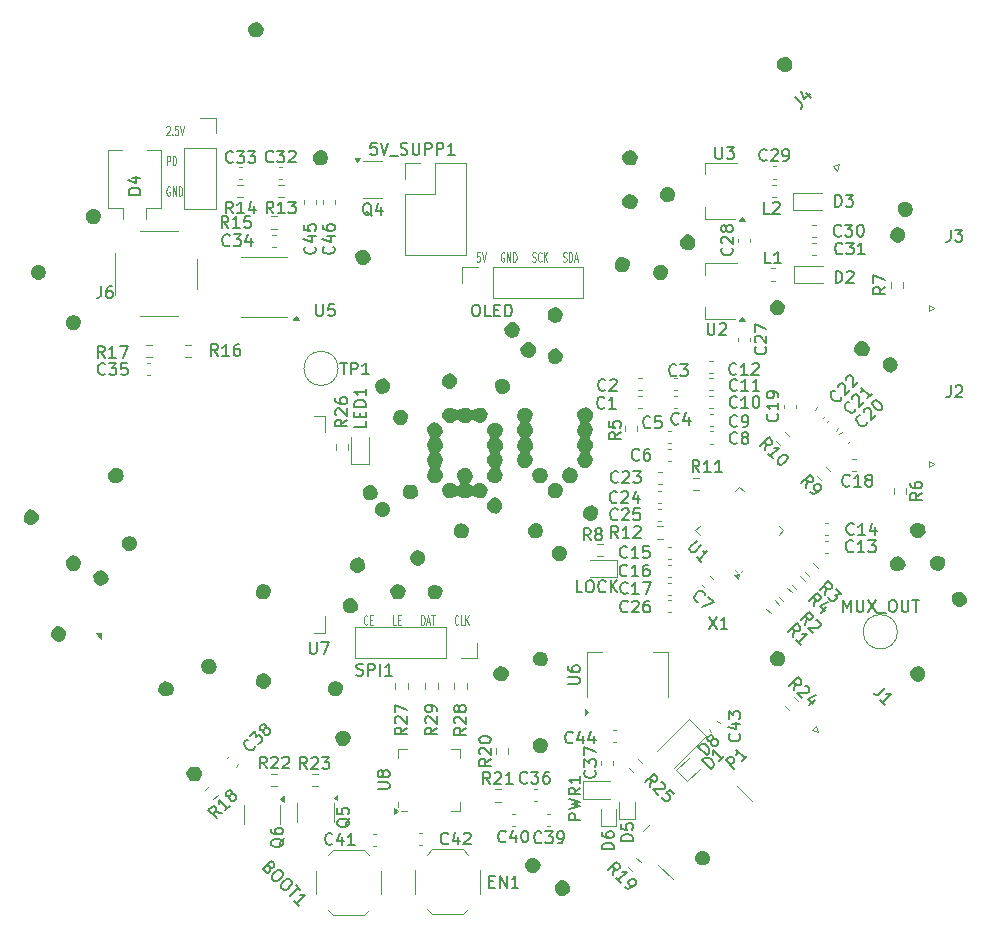
<source format=gbr>
%TF.GenerationSoftware,KiCad,Pcbnew,9.0.0*%
%TF.CreationDate,2025-07-22T11:18:37+01:00*%
%TF.ProjectId,Uncut Gem,556e6375-7420-4476-956d-2e6b69636164,rev?*%
%TF.SameCoordinates,Original*%
%TF.FileFunction,Legend,Top*%
%TF.FilePolarity,Positive*%
%FSLAX46Y46*%
G04 Gerber Fmt 4.6, Leading zero omitted, Abs format (unit mm)*
G04 Created by KiCad (PCBNEW 9.0.0) date 2025-07-22 11:18:37*
%MOMM*%
%LPD*%
G01*
G04 APERTURE LIST*
%ADD10C,0.100000*%
%ADD11C,0.200000*%
%ADD12C,0.150000*%
%ADD13C,0.120000*%
%ADD14C,0.000000*%
G04 APERTURE END LIST*
D10*
X96961027Y-72121265D02*
X96984836Y-72083170D01*
X96984836Y-72083170D02*
X97032455Y-72045075D01*
X97032455Y-72045075D02*
X97151503Y-72045075D01*
X97151503Y-72045075D02*
X97199122Y-72083170D01*
X97199122Y-72083170D02*
X97222931Y-72121265D01*
X97222931Y-72121265D02*
X97246741Y-72197456D01*
X97246741Y-72197456D02*
X97246741Y-72273646D01*
X97246741Y-72273646D02*
X97222931Y-72387932D01*
X97222931Y-72387932D02*
X96937217Y-72845075D01*
X96937217Y-72845075D02*
X97246741Y-72845075D01*
X97461026Y-72768884D02*
X97484836Y-72806980D01*
X97484836Y-72806980D02*
X97461026Y-72845075D01*
X97461026Y-72845075D02*
X97437217Y-72806980D01*
X97437217Y-72806980D02*
X97461026Y-72768884D01*
X97461026Y-72768884D02*
X97461026Y-72845075D01*
X97937216Y-72045075D02*
X97699121Y-72045075D01*
X97699121Y-72045075D02*
X97675312Y-72426027D01*
X97675312Y-72426027D02*
X97699121Y-72387932D01*
X97699121Y-72387932D02*
X97746740Y-72349837D01*
X97746740Y-72349837D02*
X97865788Y-72349837D01*
X97865788Y-72349837D02*
X97913407Y-72387932D01*
X97913407Y-72387932D02*
X97937216Y-72426027D01*
X97937216Y-72426027D02*
X97961026Y-72502218D01*
X97961026Y-72502218D02*
X97961026Y-72692694D01*
X97961026Y-72692694D02*
X97937216Y-72768884D01*
X97937216Y-72768884D02*
X97913407Y-72806980D01*
X97913407Y-72806980D02*
X97865788Y-72845075D01*
X97865788Y-72845075D02*
X97746740Y-72845075D01*
X97746740Y-72845075D02*
X97699121Y-72806980D01*
X97699121Y-72806980D02*
X97675312Y-72768884D01*
X98103883Y-72045075D02*
X98270549Y-72845075D01*
X98270549Y-72845075D02*
X98437216Y-72045075D01*
X96984836Y-75420985D02*
X96984836Y-74620985D01*
X96984836Y-74620985D02*
X97175312Y-74620985D01*
X97175312Y-74620985D02*
X97222931Y-74659080D01*
X97222931Y-74659080D02*
X97246741Y-74697175D01*
X97246741Y-74697175D02*
X97270550Y-74773366D01*
X97270550Y-74773366D02*
X97270550Y-74887651D01*
X97270550Y-74887651D02*
X97246741Y-74963842D01*
X97246741Y-74963842D02*
X97222931Y-75001937D01*
X97222931Y-75001937D02*
X97175312Y-75040032D01*
X97175312Y-75040032D02*
X96984836Y-75040032D01*
X97484836Y-75420985D02*
X97484836Y-74620985D01*
X97484836Y-74620985D02*
X97603884Y-74620985D01*
X97603884Y-74620985D02*
X97675312Y-74659080D01*
X97675312Y-74659080D02*
X97722931Y-74735270D01*
X97722931Y-74735270D02*
X97746741Y-74811461D01*
X97746741Y-74811461D02*
X97770550Y-74963842D01*
X97770550Y-74963842D02*
X97770550Y-75078128D01*
X97770550Y-75078128D02*
X97746741Y-75230509D01*
X97746741Y-75230509D02*
X97722931Y-75306699D01*
X97722931Y-75306699D02*
X97675312Y-75382890D01*
X97675312Y-75382890D02*
X97603884Y-75420985D01*
X97603884Y-75420985D02*
X97484836Y-75420985D01*
X97246741Y-77234990D02*
X97199122Y-77196895D01*
X97199122Y-77196895D02*
X97127693Y-77196895D01*
X97127693Y-77196895D02*
X97056265Y-77234990D01*
X97056265Y-77234990D02*
X97008646Y-77311180D01*
X97008646Y-77311180D02*
X96984836Y-77387371D01*
X96984836Y-77387371D02*
X96961027Y-77539752D01*
X96961027Y-77539752D02*
X96961027Y-77654038D01*
X96961027Y-77654038D02*
X96984836Y-77806419D01*
X96984836Y-77806419D02*
X97008646Y-77882609D01*
X97008646Y-77882609D02*
X97056265Y-77958800D01*
X97056265Y-77958800D02*
X97127693Y-77996895D01*
X97127693Y-77996895D02*
X97175312Y-77996895D01*
X97175312Y-77996895D02*
X97246741Y-77958800D01*
X97246741Y-77958800D02*
X97270550Y-77920704D01*
X97270550Y-77920704D02*
X97270550Y-77654038D01*
X97270550Y-77654038D02*
X97175312Y-77654038D01*
X97484836Y-77996895D02*
X97484836Y-77196895D01*
X97484836Y-77196895D02*
X97770550Y-77996895D01*
X97770550Y-77996895D02*
X97770550Y-77196895D01*
X98008646Y-77996895D02*
X98008646Y-77196895D01*
X98008646Y-77196895D02*
X98127694Y-77196895D01*
X98127694Y-77196895D02*
X98199122Y-77234990D01*
X98199122Y-77234990D02*
X98246741Y-77311180D01*
X98246741Y-77311180D02*
X98270551Y-77387371D01*
X98270551Y-77387371D02*
X98294360Y-77539752D01*
X98294360Y-77539752D02*
X98294360Y-77654038D01*
X98294360Y-77654038D02*
X98270551Y-77806419D01*
X98270551Y-77806419D02*
X98246741Y-77882609D01*
X98246741Y-77882609D02*
X98199122Y-77958800D01*
X98199122Y-77958800D02*
X98127694Y-77996895D01*
X98127694Y-77996895D02*
X98008646Y-77996895D01*
X113970550Y-114220704D02*
X113946741Y-114258800D01*
X113946741Y-114258800D02*
X113875312Y-114296895D01*
X113875312Y-114296895D02*
X113827693Y-114296895D01*
X113827693Y-114296895D02*
X113756265Y-114258800D01*
X113756265Y-114258800D02*
X113708646Y-114182609D01*
X113708646Y-114182609D02*
X113684836Y-114106419D01*
X113684836Y-114106419D02*
X113661027Y-113954038D01*
X113661027Y-113954038D02*
X113661027Y-113839752D01*
X113661027Y-113839752D02*
X113684836Y-113687371D01*
X113684836Y-113687371D02*
X113708646Y-113611180D01*
X113708646Y-113611180D02*
X113756265Y-113534990D01*
X113756265Y-113534990D02*
X113827693Y-113496895D01*
X113827693Y-113496895D02*
X113875312Y-113496895D01*
X113875312Y-113496895D02*
X113946741Y-113534990D01*
X113946741Y-113534990D02*
X113970550Y-113573085D01*
X114184836Y-113877847D02*
X114351503Y-113877847D01*
X114422931Y-114296895D02*
X114184836Y-114296895D01*
X114184836Y-114296895D02*
X114184836Y-113496895D01*
X114184836Y-113496895D02*
X114422931Y-113496895D01*
X116399120Y-114296895D02*
X116161025Y-114296895D01*
X116161025Y-114296895D02*
X116161025Y-113496895D01*
X116565787Y-113877847D02*
X116732454Y-113877847D01*
X116803882Y-114296895D02*
X116565787Y-114296895D01*
X116565787Y-114296895D02*
X116565787Y-113496895D01*
X116565787Y-113496895D02*
X116803882Y-113496895D01*
X118541976Y-114296895D02*
X118541976Y-113496895D01*
X118541976Y-113496895D02*
X118661024Y-113496895D01*
X118661024Y-113496895D02*
X118732452Y-113534990D01*
X118732452Y-113534990D02*
X118780071Y-113611180D01*
X118780071Y-113611180D02*
X118803881Y-113687371D01*
X118803881Y-113687371D02*
X118827690Y-113839752D01*
X118827690Y-113839752D02*
X118827690Y-113954038D01*
X118827690Y-113954038D02*
X118803881Y-114106419D01*
X118803881Y-114106419D02*
X118780071Y-114182609D01*
X118780071Y-114182609D02*
X118732452Y-114258800D01*
X118732452Y-114258800D02*
X118661024Y-114296895D01*
X118661024Y-114296895D02*
X118541976Y-114296895D01*
X119018167Y-114068323D02*
X119256262Y-114068323D01*
X118970548Y-114296895D02*
X119137214Y-113496895D01*
X119137214Y-113496895D02*
X119303881Y-114296895D01*
X119399119Y-113496895D02*
X119684833Y-113496895D01*
X119541976Y-114296895D02*
X119541976Y-113496895D01*
X121661021Y-114220704D02*
X121637212Y-114258800D01*
X121637212Y-114258800D02*
X121565783Y-114296895D01*
X121565783Y-114296895D02*
X121518164Y-114296895D01*
X121518164Y-114296895D02*
X121446736Y-114258800D01*
X121446736Y-114258800D02*
X121399117Y-114182609D01*
X121399117Y-114182609D02*
X121375307Y-114106419D01*
X121375307Y-114106419D02*
X121351498Y-113954038D01*
X121351498Y-113954038D02*
X121351498Y-113839752D01*
X121351498Y-113839752D02*
X121375307Y-113687371D01*
X121375307Y-113687371D02*
X121399117Y-113611180D01*
X121399117Y-113611180D02*
X121446736Y-113534990D01*
X121446736Y-113534990D02*
X121518164Y-113496895D01*
X121518164Y-113496895D02*
X121565783Y-113496895D01*
X121565783Y-113496895D02*
X121637212Y-113534990D01*
X121637212Y-113534990D02*
X121661021Y-113573085D01*
X122113402Y-114296895D02*
X121875307Y-114296895D01*
X121875307Y-114296895D02*
X121875307Y-113496895D01*
X122280069Y-114296895D02*
X122280069Y-113496895D01*
X122565783Y-114296895D02*
X122351498Y-113839752D01*
X122565783Y-113496895D02*
X122280069Y-113954038D01*
D11*
X123070149Y-87192219D02*
X123260625Y-87192219D01*
X123260625Y-87192219D02*
X123355863Y-87239838D01*
X123355863Y-87239838D02*
X123451101Y-87335076D01*
X123451101Y-87335076D02*
X123498720Y-87525552D01*
X123498720Y-87525552D02*
X123498720Y-87858885D01*
X123498720Y-87858885D02*
X123451101Y-88049361D01*
X123451101Y-88049361D02*
X123355863Y-88144600D01*
X123355863Y-88144600D02*
X123260625Y-88192219D01*
X123260625Y-88192219D02*
X123070149Y-88192219D01*
X123070149Y-88192219D02*
X122974911Y-88144600D01*
X122974911Y-88144600D02*
X122879673Y-88049361D01*
X122879673Y-88049361D02*
X122832054Y-87858885D01*
X122832054Y-87858885D02*
X122832054Y-87525552D01*
X122832054Y-87525552D02*
X122879673Y-87335076D01*
X122879673Y-87335076D02*
X122974911Y-87239838D01*
X122974911Y-87239838D02*
X123070149Y-87192219D01*
X124403482Y-88192219D02*
X123927292Y-88192219D01*
X123927292Y-88192219D02*
X123927292Y-87192219D01*
X124736816Y-87668409D02*
X125070149Y-87668409D01*
X125213006Y-88192219D02*
X124736816Y-88192219D01*
X124736816Y-88192219D02*
X124736816Y-87192219D01*
X124736816Y-87192219D02*
X125213006Y-87192219D01*
X125641578Y-88192219D02*
X125641578Y-87192219D01*
X125641578Y-87192219D02*
X125879673Y-87192219D01*
X125879673Y-87192219D02*
X126022530Y-87239838D01*
X126022530Y-87239838D02*
X126117768Y-87335076D01*
X126117768Y-87335076D02*
X126165387Y-87430314D01*
X126165387Y-87430314D02*
X126213006Y-87620790D01*
X126213006Y-87620790D02*
X126213006Y-87763647D01*
X126213006Y-87763647D02*
X126165387Y-87954123D01*
X126165387Y-87954123D02*
X126117768Y-88049361D01*
X126117768Y-88049361D02*
X126022530Y-88144600D01*
X126022530Y-88144600D02*
X125879673Y-88192219D01*
X125879673Y-88192219D02*
X125641578Y-88192219D01*
D10*
X123482931Y-82771895D02*
X123244836Y-82771895D01*
X123244836Y-82771895D02*
X123221027Y-83152847D01*
X123221027Y-83152847D02*
X123244836Y-83114752D01*
X123244836Y-83114752D02*
X123292455Y-83076657D01*
X123292455Y-83076657D02*
X123411503Y-83076657D01*
X123411503Y-83076657D02*
X123459122Y-83114752D01*
X123459122Y-83114752D02*
X123482931Y-83152847D01*
X123482931Y-83152847D02*
X123506741Y-83229038D01*
X123506741Y-83229038D02*
X123506741Y-83419514D01*
X123506741Y-83419514D02*
X123482931Y-83495704D01*
X123482931Y-83495704D02*
X123459122Y-83533800D01*
X123459122Y-83533800D02*
X123411503Y-83571895D01*
X123411503Y-83571895D02*
X123292455Y-83571895D01*
X123292455Y-83571895D02*
X123244836Y-83533800D01*
X123244836Y-83533800D02*
X123221027Y-83495704D01*
X123649598Y-82771895D02*
X123816264Y-83571895D01*
X123816264Y-83571895D02*
X123982931Y-82771895D01*
X125554358Y-82809990D02*
X125506739Y-82771895D01*
X125506739Y-82771895D02*
X125435310Y-82771895D01*
X125435310Y-82771895D02*
X125363882Y-82809990D01*
X125363882Y-82809990D02*
X125316263Y-82886180D01*
X125316263Y-82886180D02*
X125292453Y-82962371D01*
X125292453Y-82962371D02*
X125268644Y-83114752D01*
X125268644Y-83114752D02*
X125268644Y-83229038D01*
X125268644Y-83229038D02*
X125292453Y-83381419D01*
X125292453Y-83381419D02*
X125316263Y-83457609D01*
X125316263Y-83457609D02*
X125363882Y-83533800D01*
X125363882Y-83533800D02*
X125435310Y-83571895D01*
X125435310Y-83571895D02*
X125482929Y-83571895D01*
X125482929Y-83571895D02*
X125554358Y-83533800D01*
X125554358Y-83533800D02*
X125578167Y-83495704D01*
X125578167Y-83495704D02*
X125578167Y-83229038D01*
X125578167Y-83229038D02*
X125482929Y-83229038D01*
X125792453Y-83571895D02*
X125792453Y-82771895D01*
X125792453Y-82771895D02*
X126078167Y-83571895D01*
X126078167Y-83571895D02*
X126078167Y-82771895D01*
X126316263Y-83571895D02*
X126316263Y-82771895D01*
X126316263Y-82771895D02*
X126435311Y-82771895D01*
X126435311Y-82771895D02*
X126506739Y-82809990D01*
X126506739Y-82809990D02*
X126554358Y-82886180D01*
X126554358Y-82886180D02*
X126578168Y-82962371D01*
X126578168Y-82962371D02*
X126601977Y-83114752D01*
X126601977Y-83114752D02*
X126601977Y-83229038D01*
X126601977Y-83229038D02*
X126578168Y-83381419D01*
X126578168Y-83381419D02*
X126554358Y-83457609D01*
X126554358Y-83457609D02*
X126506739Y-83533800D01*
X126506739Y-83533800D02*
X126435311Y-83571895D01*
X126435311Y-83571895D02*
X126316263Y-83571895D01*
X127935310Y-83533800D02*
X128006738Y-83571895D01*
X128006738Y-83571895D02*
X128125786Y-83571895D01*
X128125786Y-83571895D02*
X128173405Y-83533800D01*
X128173405Y-83533800D02*
X128197214Y-83495704D01*
X128197214Y-83495704D02*
X128221024Y-83419514D01*
X128221024Y-83419514D02*
X128221024Y-83343323D01*
X128221024Y-83343323D02*
X128197214Y-83267133D01*
X128197214Y-83267133D02*
X128173405Y-83229038D01*
X128173405Y-83229038D02*
X128125786Y-83190942D01*
X128125786Y-83190942D02*
X128030548Y-83152847D01*
X128030548Y-83152847D02*
X127982929Y-83114752D01*
X127982929Y-83114752D02*
X127959119Y-83076657D01*
X127959119Y-83076657D02*
X127935310Y-83000466D01*
X127935310Y-83000466D02*
X127935310Y-82924276D01*
X127935310Y-82924276D02*
X127959119Y-82848085D01*
X127959119Y-82848085D02*
X127982929Y-82809990D01*
X127982929Y-82809990D02*
X128030548Y-82771895D01*
X128030548Y-82771895D02*
X128149595Y-82771895D01*
X128149595Y-82771895D02*
X128221024Y-82809990D01*
X128721023Y-83495704D02*
X128697214Y-83533800D01*
X128697214Y-83533800D02*
X128625785Y-83571895D01*
X128625785Y-83571895D02*
X128578166Y-83571895D01*
X128578166Y-83571895D02*
X128506738Y-83533800D01*
X128506738Y-83533800D02*
X128459119Y-83457609D01*
X128459119Y-83457609D02*
X128435309Y-83381419D01*
X128435309Y-83381419D02*
X128411500Y-83229038D01*
X128411500Y-83229038D02*
X128411500Y-83114752D01*
X128411500Y-83114752D02*
X128435309Y-82962371D01*
X128435309Y-82962371D02*
X128459119Y-82886180D01*
X128459119Y-82886180D02*
X128506738Y-82809990D01*
X128506738Y-82809990D02*
X128578166Y-82771895D01*
X128578166Y-82771895D02*
X128625785Y-82771895D01*
X128625785Y-82771895D02*
X128697214Y-82809990D01*
X128697214Y-82809990D02*
X128721023Y-82848085D01*
X128935309Y-83571895D02*
X128935309Y-82771895D01*
X129221023Y-83571895D02*
X129006738Y-83114752D01*
X129221023Y-82771895D02*
X128935309Y-83229038D01*
X130554356Y-83533800D02*
X130625784Y-83571895D01*
X130625784Y-83571895D02*
X130744832Y-83571895D01*
X130744832Y-83571895D02*
X130792451Y-83533800D01*
X130792451Y-83533800D02*
X130816260Y-83495704D01*
X130816260Y-83495704D02*
X130840070Y-83419514D01*
X130840070Y-83419514D02*
X130840070Y-83343323D01*
X130840070Y-83343323D02*
X130816260Y-83267133D01*
X130816260Y-83267133D02*
X130792451Y-83229038D01*
X130792451Y-83229038D02*
X130744832Y-83190942D01*
X130744832Y-83190942D02*
X130649594Y-83152847D01*
X130649594Y-83152847D02*
X130601975Y-83114752D01*
X130601975Y-83114752D02*
X130578165Y-83076657D01*
X130578165Y-83076657D02*
X130554356Y-83000466D01*
X130554356Y-83000466D02*
X130554356Y-82924276D01*
X130554356Y-82924276D02*
X130578165Y-82848085D01*
X130578165Y-82848085D02*
X130601975Y-82809990D01*
X130601975Y-82809990D02*
X130649594Y-82771895D01*
X130649594Y-82771895D02*
X130768641Y-82771895D01*
X130768641Y-82771895D02*
X130840070Y-82809990D01*
X131054355Y-83571895D02*
X131054355Y-82771895D01*
X131054355Y-82771895D02*
X131173403Y-82771895D01*
X131173403Y-82771895D02*
X131244831Y-82809990D01*
X131244831Y-82809990D02*
X131292450Y-82886180D01*
X131292450Y-82886180D02*
X131316260Y-82962371D01*
X131316260Y-82962371D02*
X131340069Y-83114752D01*
X131340069Y-83114752D02*
X131340069Y-83229038D01*
X131340069Y-83229038D02*
X131316260Y-83381419D01*
X131316260Y-83381419D02*
X131292450Y-83457609D01*
X131292450Y-83457609D02*
X131244831Y-83533800D01*
X131244831Y-83533800D02*
X131173403Y-83571895D01*
X131173403Y-83571895D02*
X131054355Y-83571895D01*
X131530546Y-83343323D02*
X131768641Y-83343323D01*
X131482927Y-83571895D02*
X131649593Y-82771895D01*
X131649593Y-82771895D02*
X131816260Y-83571895D01*
D12*
X102582142Y-79484819D02*
X102248809Y-79008628D01*
X102010714Y-79484819D02*
X102010714Y-78484819D01*
X102010714Y-78484819D02*
X102391666Y-78484819D01*
X102391666Y-78484819D02*
X102486904Y-78532438D01*
X102486904Y-78532438D02*
X102534523Y-78580057D01*
X102534523Y-78580057D02*
X102582142Y-78675295D01*
X102582142Y-78675295D02*
X102582142Y-78818152D01*
X102582142Y-78818152D02*
X102534523Y-78913390D01*
X102534523Y-78913390D02*
X102486904Y-78961009D01*
X102486904Y-78961009D02*
X102391666Y-79008628D01*
X102391666Y-79008628D02*
X102010714Y-79008628D01*
X103534523Y-79484819D02*
X102963095Y-79484819D01*
X103248809Y-79484819D02*
X103248809Y-78484819D01*
X103248809Y-78484819D02*
X103153571Y-78627676D01*
X103153571Y-78627676D02*
X103058333Y-78722914D01*
X103058333Y-78722914D02*
X102963095Y-78770533D01*
X104391666Y-78818152D02*
X104391666Y-79484819D01*
X104153571Y-78437200D02*
X103915476Y-79151485D01*
X103915476Y-79151485D02*
X104534523Y-79151485D01*
X145283333Y-97459580D02*
X145235714Y-97507200D01*
X145235714Y-97507200D02*
X145092857Y-97554819D01*
X145092857Y-97554819D02*
X144997619Y-97554819D01*
X144997619Y-97554819D02*
X144854762Y-97507200D01*
X144854762Y-97507200D02*
X144759524Y-97411961D01*
X144759524Y-97411961D02*
X144711905Y-97316723D01*
X144711905Y-97316723D02*
X144664286Y-97126247D01*
X144664286Y-97126247D02*
X144664286Y-96983390D01*
X144664286Y-96983390D02*
X144711905Y-96792914D01*
X144711905Y-96792914D02*
X144759524Y-96697676D01*
X144759524Y-96697676D02*
X144854762Y-96602438D01*
X144854762Y-96602438D02*
X144997619Y-96554819D01*
X144997619Y-96554819D02*
X145092857Y-96554819D01*
X145092857Y-96554819D02*
X145235714Y-96602438D01*
X145235714Y-96602438D02*
X145283333Y-96650057D01*
X145759524Y-97554819D02*
X145950000Y-97554819D01*
X145950000Y-97554819D02*
X146045238Y-97507200D01*
X146045238Y-97507200D02*
X146092857Y-97459580D01*
X146092857Y-97459580D02*
X146188095Y-97316723D01*
X146188095Y-97316723D02*
X146235714Y-97126247D01*
X146235714Y-97126247D02*
X146235714Y-96745295D01*
X146235714Y-96745295D02*
X146188095Y-96650057D01*
X146188095Y-96650057D02*
X146140476Y-96602438D01*
X146140476Y-96602438D02*
X146045238Y-96554819D01*
X146045238Y-96554819D02*
X145854762Y-96554819D01*
X145854762Y-96554819D02*
X145759524Y-96602438D01*
X145759524Y-96602438D02*
X145711905Y-96650057D01*
X145711905Y-96650057D02*
X145664286Y-96745295D01*
X145664286Y-96745295D02*
X145664286Y-96983390D01*
X145664286Y-96983390D02*
X145711905Y-97078628D01*
X145711905Y-97078628D02*
X145759524Y-97126247D01*
X145759524Y-97126247D02*
X145854762Y-97173866D01*
X145854762Y-97173866D02*
X146045238Y-97173866D01*
X146045238Y-97173866D02*
X146140476Y-97126247D01*
X146140476Y-97126247D02*
X146188095Y-97078628D01*
X146188095Y-97078628D02*
X146235714Y-96983390D01*
X145459580Y-123542857D02*
X145507200Y-123590476D01*
X145507200Y-123590476D02*
X145554819Y-123733333D01*
X145554819Y-123733333D02*
X145554819Y-123828571D01*
X145554819Y-123828571D02*
X145507200Y-123971428D01*
X145507200Y-123971428D02*
X145411961Y-124066666D01*
X145411961Y-124066666D02*
X145316723Y-124114285D01*
X145316723Y-124114285D02*
X145126247Y-124161904D01*
X145126247Y-124161904D02*
X144983390Y-124161904D01*
X144983390Y-124161904D02*
X144792914Y-124114285D01*
X144792914Y-124114285D02*
X144697676Y-124066666D01*
X144697676Y-124066666D02*
X144602438Y-123971428D01*
X144602438Y-123971428D02*
X144554819Y-123828571D01*
X144554819Y-123828571D02*
X144554819Y-123733333D01*
X144554819Y-123733333D02*
X144602438Y-123590476D01*
X144602438Y-123590476D02*
X144650057Y-123542857D01*
X144888152Y-122685714D02*
X145554819Y-122685714D01*
X144507200Y-122923809D02*
X145221485Y-123161904D01*
X145221485Y-123161904D02*
X145221485Y-122542857D01*
X144554819Y-122257142D02*
X144554819Y-121638095D01*
X144554819Y-121638095D02*
X144935771Y-121971428D01*
X144935771Y-121971428D02*
X144935771Y-121828571D01*
X144935771Y-121828571D02*
X144983390Y-121733333D01*
X144983390Y-121733333D02*
X145031009Y-121685714D01*
X145031009Y-121685714D02*
X145126247Y-121638095D01*
X145126247Y-121638095D02*
X145364342Y-121638095D01*
X145364342Y-121638095D02*
X145459580Y-121685714D01*
X145459580Y-121685714D02*
X145507200Y-121733333D01*
X145507200Y-121733333D02*
X145554819Y-121828571D01*
X145554819Y-121828571D02*
X145554819Y-122114285D01*
X145554819Y-122114285D02*
X145507200Y-122209523D01*
X145507200Y-122209523D02*
X145459580Y-122257142D01*
X151132743Y-102698280D02*
X151233758Y-102125861D01*
X150728682Y-102294219D02*
X151435789Y-101587113D01*
X151435789Y-101587113D02*
X151705163Y-101856487D01*
X151705163Y-101856487D02*
X151738835Y-101957502D01*
X151738835Y-101957502D02*
X151738835Y-102024845D01*
X151738835Y-102024845D02*
X151705163Y-102125861D01*
X151705163Y-102125861D02*
X151604148Y-102226876D01*
X151604148Y-102226876D02*
X151503132Y-102260548D01*
X151503132Y-102260548D02*
X151435789Y-102260548D01*
X151435789Y-102260548D02*
X151334774Y-102226876D01*
X151334774Y-102226876D02*
X151065400Y-101957502D01*
X151469461Y-103034998D02*
X151604148Y-103169685D01*
X151604148Y-103169685D02*
X151705163Y-103203357D01*
X151705163Y-103203357D02*
X151772506Y-103203357D01*
X151772506Y-103203357D02*
X151940865Y-103169685D01*
X151940865Y-103169685D02*
X152109224Y-103068670D01*
X152109224Y-103068670D02*
X152378598Y-102799296D01*
X152378598Y-102799296D02*
X152412270Y-102698280D01*
X152412270Y-102698280D02*
X152412270Y-102630937D01*
X152412270Y-102630937D02*
X152378598Y-102529922D01*
X152378598Y-102529922D02*
X152243911Y-102395235D01*
X152243911Y-102395235D02*
X152142896Y-102361563D01*
X152142896Y-102361563D02*
X152075552Y-102361563D01*
X152075552Y-102361563D02*
X151974537Y-102395235D01*
X151974537Y-102395235D02*
X151806178Y-102563593D01*
X151806178Y-102563593D02*
X151772506Y-102664609D01*
X151772506Y-102664609D02*
X151772506Y-102731952D01*
X151772506Y-102731952D02*
X151806178Y-102832967D01*
X151806178Y-102832967D02*
X151940865Y-102967654D01*
X151940865Y-102967654D02*
X152041880Y-103001326D01*
X152041880Y-103001326D02*
X152109224Y-103001326D01*
X152109224Y-103001326D02*
X152210239Y-102967654D01*
X113854819Y-97069047D02*
X113854819Y-97545237D01*
X113854819Y-97545237D02*
X112854819Y-97545237D01*
X113331009Y-96735713D02*
X113331009Y-96402380D01*
X113854819Y-96259523D02*
X113854819Y-96735713D01*
X113854819Y-96735713D02*
X112854819Y-96735713D01*
X112854819Y-96735713D02*
X112854819Y-96259523D01*
X113854819Y-95830951D02*
X112854819Y-95830951D01*
X112854819Y-95830951D02*
X112854819Y-95592856D01*
X112854819Y-95592856D02*
X112902438Y-95449999D01*
X112902438Y-95449999D02*
X112997676Y-95354761D01*
X112997676Y-95354761D02*
X113092914Y-95307142D01*
X113092914Y-95307142D02*
X113283390Y-95259523D01*
X113283390Y-95259523D02*
X113426247Y-95259523D01*
X113426247Y-95259523D02*
X113616723Y-95307142D01*
X113616723Y-95307142D02*
X113711961Y-95354761D01*
X113711961Y-95354761D02*
X113807200Y-95449999D01*
X113807200Y-95449999D02*
X113854819Y-95592856D01*
X113854819Y-95592856D02*
X113854819Y-95830951D01*
X113854819Y-94307142D02*
X113854819Y-94878570D01*
X113854819Y-94592856D02*
X112854819Y-94592856D01*
X112854819Y-94592856D02*
X112997676Y-94688094D01*
X112997676Y-94688094D02*
X113092914Y-94783332D01*
X113092914Y-94783332D02*
X113140533Y-94878570D01*
X104449693Y-124608830D02*
X104449693Y-124676174D01*
X104449693Y-124676174D02*
X104382349Y-124810861D01*
X104382349Y-124810861D02*
X104315006Y-124878204D01*
X104315006Y-124878204D02*
X104180319Y-124945548D01*
X104180319Y-124945548D02*
X104045632Y-124945548D01*
X104045632Y-124945548D02*
X103944617Y-124911876D01*
X103944617Y-124911876D02*
X103776258Y-124810861D01*
X103776258Y-124810861D02*
X103675243Y-124709846D01*
X103675243Y-124709846D02*
X103574227Y-124541487D01*
X103574227Y-124541487D02*
X103540556Y-124440472D01*
X103540556Y-124440472D02*
X103540556Y-124305785D01*
X103540556Y-124305785D02*
X103607899Y-124171098D01*
X103607899Y-124171098D02*
X103675243Y-124103754D01*
X103675243Y-124103754D02*
X103809930Y-124036411D01*
X103809930Y-124036411D02*
X103877273Y-124036411D01*
X104045632Y-123733365D02*
X104483365Y-123295632D01*
X104483365Y-123295632D02*
X104517036Y-123800708D01*
X104517036Y-123800708D02*
X104618052Y-123699693D01*
X104618052Y-123699693D02*
X104719067Y-123666021D01*
X104719067Y-123666021D02*
X104786410Y-123666021D01*
X104786410Y-123666021D02*
X104887426Y-123699693D01*
X104887426Y-123699693D02*
X105055784Y-123868052D01*
X105055784Y-123868052D02*
X105089456Y-123969067D01*
X105089456Y-123969067D02*
X105089456Y-124036411D01*
X105089456Y-124036411D02*
X105055784Y-124137426D01*
X105055784Y-124137426D02*
X104853754Y-124339456D01*
X104853754Y-124339456D02*
X104752739Y-124373128D01*
X104752739Y-124373128D02*
X104685395Y-124373128D01*
X105190472Y-123194617D02*
X105089456Y-123228288D01*
X105089456Y-123228288D02*
X105022113Y-123228288D01*
X105022113Y-123228288D02*
X104921098Y-123194617D01*
X104921098Y-123194617D02*
X104887426Y-123160945D01*
X104887426Y-123160945D02*
X104853754Y-123059930D01*
X104853754Y-123059930D02*
X104853754Y-122992586D01*
X104853754Y-122992586D02*
X104887426Y-122891571D01*
X104887426Y-122891571D02*
X105022113Y-122756884D01*
X105022113Y-122756884D02*
X105123128Y-122723212D01*
X105123128Y-122723212D02*
X105190472Y-122723212D01*
X105190472Y-122723212D02*
X105291487Y-122756884D01*
X105291487Y-122756884D02*
X105325159Y-122790556D01*
X105325159Y-122790556D02*
X105358830Y-122891571D01*
X105358830Y-122891571D02*
X105358830Y-122958914D01*
X105358830Y-122958914D02*
X105325159Y-123059930D01*
X105325159Y-123059930D02*
X105190472Y-123194617D01*
X105190472Y-123194617D02*
X105156800Y-123295632D01*
X105156800Y-123295632D02*
X105156800Y-123362975D01*
X105156800Y-123362975D02*
X105190472Y-123463991D01*
X105190472Y-123463991D02*
X105325159Y-123598678D01*
X105325159Y-123598678D02*
X105426174Y-123632349D01*
X105426174Y-123632349D02*
X105493517Y-123632349D01*
X105493517Y-123632349D02*
X105594533Y-123598678D01*
X105594533Y-123598678D02*
X105729220Y-123463991D01*
X105729220Y-123463991D02*
X105762891Y-123362975D01*
X105762891Y-123362975D02*
X105762891Y-123295632D01*
X105762891Y-123295632D02*
X105729220Y-123194617D01*
X105729220Y-123194617D02*
X105594533Y-123059930D01*
X105594533Y-123059930D02*
X105493517Y-123026258D01*
X105493517Y-123026258D02*
X105426174Y-123026258D01*
X105426174Y-123026258D02*
X105325159Y-123059930D01*
X109509580Y-82280357D02*
X109557200Y-82327976D01*
X109557200Y-82327976D02*
X109604819Y-82470833D01*
X109604819Y-82470833D02*
X109604819Y-82566071D01*
X109604819Y-82566071D02*
X109557200Y-82708928D01*
X109557200Y-82708928D02*
X109461961Y-82804166D01*
X109461961Y-82804166D02*
X109366723Y-82851785D01*
X109366723Y-82851785D02*
X109176247Y-82899404D01*
X109176247Y-82899404D02*
X109033390Y-82899404D01*
X109033390Y-82899404D02*
X108842914Y-82851785D01*
X108842914Y-82851785D02*
X108747676Y-82804166D01*
X108747676Y-82804166D02*
X108652438Y-82708928D01*
X108652438Y-82708928D02*
X108604819Y-82566071D01*
X108604819Y-82566071D02*
X108604819Y-82470833D01*
X108604819Y-82470833D02*
X108652438Y-82327976D01*
X108652438Y-82327976D02*
X108700057Y-82280357D01*
X108938152Y-81423214D02*
X109604819Y-81423214D01*
X108557200Y-81661309D02*
X109271485Y-81899404D01*
X109271485Y-81899404D02*
X109271485Y-81280357D01*
X108604819Y-80423214D02*
X108604819Y-80899404D01*
X108604819Y-80899404D02*
X109081009Y-80947023D01*
X109081009Y-80947023D02*
X109033390Y-80899404D01*
X109033390Y-80899404D02*
X108985771Y-80804166D01*
X108985771Y-80804166D02*
X108985771Y-80566071D01*
X108985771Y-80566071D02*
X109033390Y-80470833D01*
X109033390Y-80470833D02*
X109081009Y-80423214D01*
X109081009Y-80423214D02*
X109176247Y-80375595D01*
X109176247Y-80375595D02*
X109414342Y-80375595D01*
X109414342Y-80375595D02*
X109509580Y-80423214D01*
X109509580Y-80423214D02*
X109557200Y-80470833D01*
X109557200Y-80470833D02*
X109604819Y-80566071D01*
X109604819Y-80566071D02*
X109604819Y-80804166D01*
X109604819Y-80804166D02*
X109557200Y-80899404D01*
X109557200Y-80899404D02*
X109509580Y-80947023D01*
X137923825Y-128017036D02*
X138024840Y-127444617D01*
X137519764Y-127612975D02*
X138226871Y-126905869D01*
X138226871Y-126905869D02*
X138496245Y-127175243D01*
X138496245Y-127175243D02*
X138529917Y-127276258D01*
X138529917Y-127276258D02*
X138529917Y-127343601D01*
X138529917Y-127343601D02*
X138496245Y-127444617D01*
X138496245Y-127444617D02*
X138395230Y-127545632D01*
X138395230Y-127545632D02*
X138294214Y-127579304D01*
X138294214Y-127579304D02*
X138226871Y-127579304D01*
X138226871Y-127579304D02*
X138125856Y-127545632D01*
X138125856Y-127545632D02*
X137856482Y-127276258D01*
X138832962Y-127646647D02*
X138900306Y-127646647D01*
X138900306Y-127646647D02*
X139001321Y-127680319D01*
X139001321Y-127680319D02*
X139169680Y-127848678D01*
X139169680Y-127848678D02*
X139203352Y-127949693D01*
X139203352Y-127949693D02*
X139203352Y-128017036D01*
X139203352Y-128017036D02*
X139169680Y-128118052D01*
X139169680Y-128118052D02*
X139102336Y-128185395D01*
X139102336Y-128185395D02*
X138967649Y-128252739D01*
X138967649Y-128252739D02*
X138159527Y-128252739D01*
X138159527Y-128252739D02*
X138597260Y-128690471D01*
X139944130Y-128623128D02*
X139607413Y-128286410D01*
X139607413Y-128286410D02*
X139237024Y-128589456D01*
X139237024Y-128589456D02*
X139304367Y-128589456D01*
X139304367Y-128589456D02*
X139405382Y-128623128D01*
X139405382Y-128623128D02*
X139573741Y-128791487D01*
X139573741Y-128791487D02*
X139607413Y-128892502D01*
X139607413Y-128892502D02*
X139607413Y-128959846D01*
X139607413Y-128959846D02*
X139573741Y-129060861D01*
X139573741Y-129060861D02*
X139405382Y-129229220D01*
X139405382Y-129229220D02*
X139304367Y-129262891D01*
X139304367Y-129262891D02*
X139237024Y-129262891D01*
X139237024Y-129262891D02*
X139136008Y-129229220D01*
X139136008Y-129229220D02*
X138967650Y-129060861D01*
X138967650Y-129060861D02*
X138933978Y-128959846D01*
X138933978Y-128959846D02*
X138933978Y-128892502D01*
X135207142Y-106954819D02*
X134873809Y-106478628D01*
X134635714Y-106954819D02*
X134635714Y-105954819D01*
X134635714Y-105954819D02*
X135016666Y-105954819D01*
X135016666Y-105954819D02*
X135111904Y-106002438D01*
X135111904Y-106002438D02*
X135159523Y-106050057D01*
X135159523Y-106050057D02*
X135207142Y-106145295D01*
X135207142Y-106145295D02*
X135207142Y-106288152D01*
X135207142Y-106288152D02*
X135159523Y-106383390D01*
X135159523Y-106383390D02*
X135111904Y-106431009D01*
X135111904Y-106431009D02*
X135016666Y-106478628D01*
X135016666Y-106478628D02*
X134635714Y-106478628D01*
X136159523Y-106954819D02*
X135588095Y-106954819D01*
X135873809Y-106954819D02*
X135873809Y-105954819D01*
X135873809Y-105954819D02*
X135778571Y-106097676D01*
X135778571Y-106097676D02*
X135683333Y-106192914D01*
X135683333Y-106192914D02*
X135588095Y-106240533D01*
X136540476Y-106050057D02*
X136588095Y-106002438D01*
X136588095Y-106002438D02*
X136683333Y-105954819D01*
X136683333Y-105954819D02*
X136921428Y-105954819D01*
X136921428Y-105954819D02*
X137016666Y-106002438D01*
X137016666Y-106002438D02*
X137064285Y-106050057D01*
X137064285Y-106050057D02*
X137111904Y-106145295D01*
X137111904Y-106145295D02*
X137111904Y-106240533D01*
X137111904Y-106240533D02*
X137064285Y-106383390D01*
X137064285Y-106383390D02*
X136492857Y-106954819D01*
X136492857Y-106954819D02*
X137111904Y-106954819D01*
X142788095Y-88754819D02*
X142788095Y-89564342D01*
X142788095Y-89564342D02*
X142835714Y-89659580D01*
X142835714Y-89659580D02*
X142883333Y-89707200D01*
X142883333Y-89707200D02*
X142978571Y-89754819D01*
X142978571Y-89754819D02*
X143169047Y-89754819D01*
X143169047Y-89754819D02*
X143264285Y-89707200D01*
X143264285Y-89707200D02*
X143311904Y-89659580D01*
X143311904Y-89659580D02*
X143359523Y-89564342D01*
X143359523Y-89564342D02*
X143359523Y-88754819D01*
X143788095Y-88850057D02*
X143835714Y-88802438D01*
X143835714Y-88802438D02*
X143930952Y-88754819D01*
X143930952Y-88754819D02*
X144169047Y-88754819D01*
X144169047Y-88754819D02*
X144264285Y-88802438D01*
X144264285Y-88802438D02*
X144311904Y-88850057D01*
X144311904Y-88850057D02*
X144359523Y-88945295D01*
X144359523Y-88945295D02*
X144359523Y-89040533D01*
X144359523Y-89040533D02*
X144311904Y-89183390D01*
X144311904Y-89183390D02*
X143740476Y-89754819D01*
X143740476Y-89754819D02*
X144359523Y-89754819D01*
X153561905Y-78904819D02*
X153561905Y-77904819D01*
X153561905Y-77904819D02*
X153800000Y-77904819D01*
X153800000Y-77904819D02*
X153942857Y-77952438D01*
X153942857Y-77952438D02*
X154038095Y-78047676D01*
X154038095Y-78047676D02*
X154085714Y-78142914D01*
X154085714Y-78142914D02*
X154133333Y-78333390D01*
X154133333Y-78333390D02*
X154133333Y-78476247D01*
X154133333Y-78476247D02*
X154085714Y-78666723D01*
X154085714Y-78666723D02*
X154038095Y-78761961D01*
X154038095Y-78761961D02*
X153942857Y-78857200D01*
X153942857Y-78857200D02*
X153800000Y-78904819D01*
X153800000Y-78904819D02*
X153561905Y-78904819D01*
X154466667Y-77904819D02*
X155085714Y-77904819D01*
X155085714Y-77904819D02*
X154752381Y-78285771D01*
X154752381Y-78285771D02*
X154895238Y-78285771D01*
X154895238Y-78285771D02*
X154990476Y-78333390D01*
X154990476Y-78333390D02*
X155038095Y-78381009D01*
X155038095Y-78381009D02*
X155085714Y-78476247D01*
X155085714Y-78476247D02*
X155085714Y-78714342D01*
X155085714Y-78714342D02*
X155038095Y-78809580D01*
X155038095Y-78809580D02*
X154990476Y-78857200D01*
X154990476Y-78857200D02*
X154895238Y-78904819D01*
X154895238Y-78904819D02*
X154609524Y-78904819D01*
X154609524Y-78904819D02*
X154514286Y-78857200D01*
X154514286Y-78857200D02*
X154466667Y-78809580D01*
X141977887Y-112336411D02*
X141910543Y-112336411D01*
X141910543Y-112336411D02*
X141775856Y-112269067D01*
X141775856Y-112269067D02*
X141708513Y-112201724D01*
X141708513Y-112201724D02*
X141641169Y-112067037D01*
X141641169Y-112067037D02*
X141641169Y-111932350D01*
X141641169Y-111932350D02*
X141674841Y-111831335D01*
X141674841Y-111831335D02*
X141775856Y-111662976D01*
X141775856Y-111662976D02*
X141876871Y-111561961D01*
X141876871Y-111561961D02*
X142045230Y-111460945D01*
X142045230Y-111460945D02*
X142146245Y-111427274D01*
X142146245Y-111427274D02*
X142280932Y-111427274D01*
X142280932Y-111427274D02*
X142415619Y-111494617D01*
X142415619Y-111494617D02*
X142482963Y-111561961D01*
X142482963Y-111561961D02*
X142550306Y-111696648D01*
X142550306Y-111696648D02*
X142550306Y-111763991D01*
X142853352Y-111932350D02*
X143324757Y-112403754D01*
X143324757Y-112403754D02*
X142314604Y-112807815D01*
X135107142Y-103909580D02*
X135059523Y-103957200D01*
X135059523Y-103957200D02*
X134916666Y-104004819D01*
X134916666Y-104004819D02*
X134821428Y-104004819D01*
X134821428Y-104004819D02*
X134678571Y-103957200D01*
X134678571Y-103957200D02*
X134583333Y-103861961D01*
X134583333Y-103861961D02*
X134535714Y-103766723D01*
X134535714Y-103766723D02*
X134488095Y-103576247D01*
X134488095Y-103576247D02*
X134488095Y-103433390D01*
X134488095Y-103433390D02*
X134535714Y-103242914D01*
X134535714Y-103242914D02*
X134583333Y-103147676D01*
X134583333Y-103147676D02*
X134678571Y-103052438D01*
X134678571Y-103052438D02*
X134821428Y-103004819D01*
X134821428Y-103004819D02*
X134916666Y-103004819D01*
X134916666Y-103004819D02*
X135059523Y-103052438D01*
X135059523Y-103052438D02*
X135107142Y-103100057D01*
X135488095Y-103100057D02*
X135535714Y-103052438D01*
X135535714Y-103052438D02*
X135630952Y-103004819D01*
X135630952Y-103004819D02*
X135869047Y-103004819D01*
X135869047Y-103004819D02*
X135964285Y-103052438D01*
X135964285Y-103052438D02*
X136011904Y-103100057D01*
X136011904Y-103100057D02*
X136059523Y-103195295D01*
X136059523Y-103195295D02*
X136059523Y-103290533D01*
X136059523Y-103290533D02*
X136011904Y-103433390D01*
X136011904Y-103433390D02*
X135440476Y-104004819D01*
X135440476Y-104004819D02*
X136059523Y-104004819D01*
X136916666Y-103338152D02*
X136916666Y-104004819D01*
X136678571Y-102957200D02*
X136440476Y-103671485D01*
X136440476Y-103671485D02*
X137059523Y-103671485D01*
X136007142Y-111609580D02*
X135959523Y-111657200D01*
X135959523Y-111657200D02*
X135816666Y-111704819D01*
X135816666Y-111704819D02*
X135721428Y-111704819D01*
X135721428Y-111704819D02*
X135578571Y-111657200D01*
X135578571Y-111657200D02*
X135483333Y-111561961D01*
X135483333Y-111561961D02*
X135435714Y-111466723D01*
X135435714Y-111466723D02*
X135388095Y-111276247D01*
X135388095Y-111276247D02*
X135388095Y-111133390D01*
X135388095Y-111133390D02*
X135435714Y-110942914D01*
X135435714Y-110942914D02*
X135483333Y-110847676D01*
X135483333Y-110847676D02*
X135578571Y-110752438D01*
X135578571Y-110752438D02*
X135721428Y-110704819D01*
X135721428Y-110704819D02*
X135816666Y-110704819D01*
X135816666Y-110704819D02*
X135959523Y-110752438D01*
X135959523Y-110752438D02*
X136007142Y-110800057D01*
X136959523Y-111704819D02*
X136388095Y-111704819D01*
X136673809Y-111704819D02*
X136673809Y-110704819D01*
X136673809Y-110704819D02*
X136578571Y-110847676D01*
X136578571Y-110847676D02*
X136483333Y-110942914D01*
X136483333Y-110942914D02*
X136388095Y-110990533D01*
X137292857Y-110704819D02*
X137959523Y-110704819D01*
X137959523Y-110704819D02*
X137530952Y-111704819D01*
X111007142Y-132859580D02*
X110959523Y-132907200D01*
X110959523Y-132907200D02*
X110816666Y-132954819D01*
X110816666Y-132954819D02*
X110721428Y-132954819D01*
X110721428Y-132954819D02*
X110578571Y-132907200D01*
X110578571Y-132907200D02*
X110483333Y-132811961D01*
X110483333Y-132811961D02*
X110435714Y-132716723D01*
X110435714Y-132716723D02*
X110388095Y-132526247D01*
X110388095Y-132526247D02*
X110388095Y-132383390D01*
X110388095Y-132383390D02*
X110435714Y-132192914D01*
X110435714Y-132192914D02*
X110483333Y-132097676D01*
X110483333Y-132097676D02*
X110578571Y-132002438D01*
X110578571Y-132002438D02*
X110721428Y-131954819D01*
X110721428Y-131954819D02*
X110816666Y-131954819D01*
X110816666Y-131954819D02*
X110959523Y-132002438D01*
X110959523Y-132002438D02*
X111007142Y-132050057D01*
X111864285Y-132288152D02*
X111864285Y-132954819D01*
X111626190Y-131907200D02*
X111388095Y-132621485D01*
X111388095Y-132621485D02*
X112007142Y-132621485D01*
X112911904Y-132954819D02*
X112340476Y-132954819D01*
X112626190Y-132954819D02*
X112626190Y-131954819D01*
X112626190Y-131954819D02*
X112530952Y-132097676D01*
X112530952Y-132097676D02*
X112435714Y-132192914D01*
X112435714Y-132192914D02*
X112340476Y-132240533D01*
X135429819Y-97991666D02*
X134953628Y-98324999D01*
X135429819Y-98563094D02*
X134429819Y-98563094D01*
X134429819Y-98563094D02*
X134429819Y-98182142D01*
X134429819Y-98182142D02*
X134477438Y-98086904D01*
X134477438Y-98086904D02*
X134525057Y-98039285D01*
X134525057Y-98039285D02*
X134620295Y-97991666D01*
X134620295Y-97991666D02*
X134763152Y-97991666D01*
X134763152Y-97991666D02*
X134858390Y-98039285D01*
X134858390Y-98039285D02*
X134906009Y-98086904D01*
X134906009Y-98086904D02*
X134953628Y-98182142D01*
X134953628Y-98182142D02*
X134953628Y-98563094D01*
X134429819Y-97086904D02*
X134429819Y-97563094D01*
X134429819Y-97563094D02*
X134906009Y-97610713D01*
X134906009Y-97610713D02*
X134858390Y-97563094D01*
X134858390Y-97563094D02*
X134810771Y-97467856D01*
X134810771Y-97467856D02*
X134810771Y-97229761D01*
X134810771Y-97229761D02*
X134858390Y-97134523D01*
X134858390Y-97134523D02*
X134906009Y-97086904D01*
X134906009Y-97086904D02*
X135001247Y-97039285D01*
X135001247Y-97039285D02*
X135239342Y-97039285D01*
X135239342Y-97039285D02*
X135334580Y-97086904D01*
X135334580Y-97086904D02*
X135382200Y-97134523D01*
X135382200Y-97134523D02*
X135429819Y-97229761D01*
X135429819Y-97229761D02*
X135429819Y-97467856D01*
X135429819Y-97467856D02*
X135382200Y-97563094D01*
X135382200Y-97563094D02*
X135334580Y-97610713D01*
X128707142Y-132709580D02*
X128659523Y-132757200D01*
X128659523Y-132757200D02*
X128516666Y-132804819D01*
X128516666Y-132804819D02*
X128421428Y-132804819D01*
X128421428Y-132804819D02*
X128278571Y-132757200D01*
X128278571Y-132757200D02*
X128183333Y-132661961D01*
X128183333Y-132661961D02*
X128135714Y-132566723D01*
X128135714Y-132566723D02*
X128088095Y-132376247D01*
X128088095Y-132376247D02*
X128088095Y-132233390D01*
X128088095Y-132233390D02*
X128135714Y-132042914D01*
X128135714Y-132042914D02*
X128183333Y-131947676D01*
X128183333Y-131947676D02*
X128278571Y-131852438D01*
X128278571Y-131852438D02*
X128421428Y-131804819D01*
X128421428Y-131804819D02*
X128516666Y-131804819D01*
X128516666Y-131804819D02*
X128659523Y-131852438D01*
X128659523Y-131852438D02*
X128707142Y-131900057D01*
X129040476Y-131804819D02*
X129659523Y-131804819D01*
X129659523Y-131804819D02*
X129326190Y-132185771D01*
X129326190Y-132185771D02*
X129469047Y-132185771D01*
X129469047Y-132185771D02*
X129564285Y-132233390D01*
X129564285Y-132233390D02*
X129611904Y-132281009D01*
X129611904Y-132281009D02*
X129659523Y-132376247D01*
X129659523Y-132376247D02*
X129659523Y-132614342D01*
X129659523Y-132614342D02*
X129611904Y-132709580D01*
X129611904Y-132709580D02*
X129564285Y-132757200D01*
X129564285Y-132757200D02*
X129469047Y-132804819D01*
X129469047Y-132804819D02*
X129183333Y-132804819D01*
X129183333Y-132804819D02*
X129088095Y-132757200D01*
X129088095Y-132757200D02*
X129040476Y-132709580D01*
X130135714Y-132804819D02*
X130326190Y-132804819D01*
X130326190Y-132804819D02*
X130421428Y-132757200D01*
X130421428Y-132757200D02*
X130469047Y-132709580D01*
X130469047Y-132709580D02*
X130564285Y-132566723D01*
X130564285Y-132566723D02*
X130611904Y-132376247D01*
X130611904Y-132376247D02*
X130611904Y-131995295D01*
X130611904Y-131995295D02*
X130564285Y-131900057D01*
X130564285Y-131900057D02*
X130516666Y-131852438D01*
X130516666Y-131852438D02*
X130421428Y-131804819D01*
X130421428Y-131804819D02*
X130230952Y-131804819D01*
X130230952Y-131804819D02*
X130135714Y-131852438D01*
X130135714Y-131852438D02*
X130088095Y-131900057D01*
X130088095Y-131900057D02*
X130040476Y-131995295D01*
X130040476Y-131995295D02*
X130040476Y-132233390D01*
X130040476Y-132233390D02*
X130088095Y-132328628D01*
X130088095Y-132328628D02*
X130135714Y-132376247D01*
X130135714Y-132376247D02*
X130230952Y-132423866D01*
X130230952Y-132423866D02*
X130421428Y-132423866D01*
X130421428Y-132423866D02*
X130516666Y-132376247D01*
X130516666Y-132376247D02*
X130564285Y-132328628D01*
X130564285Y-132328628D02*
X130611904Y-132233390D01*
X131357142Y-124259580D02*
X131309523Y-124307200D01*
X131309523Y-124307200D02*
X131166666Y-124354819D01*
X131166666Y-124354819D02*
X131071428Y-124354819D01*
X131071428Y-124354819D02*
X130928571Y-124307200D01*
X130928571Y-124307200D02*
X130833333Y-124211961D01*
X130833333Y-124211961D02*
X130785714Y-124116723D01*
X130785714Y-124116723D02*
X130738095Y-123926247D01*
X130738095Y-123926247D02*
X130738095Y-123783390D01*
X130738095Y-123783390D02*
X130785714Y-123592914D01*
X130785714Y-123592914D02*
X130833333Y-123497676D01*
X130833333Y-123497676D02*
X130928571Y-123402438D01*
X130928571Y-123402438D02*
X131071428Y-123354819D01*
X131071428Y-123354819D02*
X131166666Y-123354819D01*
X131166666Y-123354819D02*
X131309523Y-123402438D01*
X131309523Y-123402438D02*
X131357142Y-123450057D01*
X132214285Y-123688152D02*
X132214285Y-124354819D01*
X131976190Y-123307200D02*
X131738095Y-124021485D01*
X131738095Y-124021485D02*
X132357142Y-124021485D01*
X133166666Y-123688152D02*
X133166666Y-124354819D01*
X132928571Y-123307200D02*
X132690476Y-124021485D01*
X132690476Y-124021485D02*
X133309523Y-124021485D01*
X148033333Y-79504819D02*
X147557143Y-79504819D01*
X147557143Y-79504819D02*
X147557143Y-78504819D01*
X148319048Y-78600057D02*
X148366667Y-78552438D01*
X148366667Y-78552438D02*
X148461905Y-78504819D01*
X148461905Y-78504819D02*
X148700000Y-78504819D01*
X148700000Y-78504819D02*
X148795238Y-78552438D01*
X148795238Y-78552438D02*
X148842857Y-78600057D01*
X148842857Y-78600057D02*
X148890476Y-78695295D01*
X148890476Y-78695295D02*
X148890476Y-78790533D01*
X148890476Y-78790533D02*
X148842857Y-78933390D01*
X148842857Y-78933390D02*
X148271429Y-79504819D01*
X148271429Y-79504819D02*
X148890476Y-79504819D01*
X134829819Y-133313094D02*
X133829819Y-133313094D01*
X133829819Y-133313094D02*
X133829819Y-133074999D01*
X133829819Y-133074999D02*
X133877438Y-132932142D01*
X133877438Y-132932142D02*
X133972676Y-132836904D01*
X133972676Y-132836904D02*
X134067914Y-132789285D01*
X134067914Y-132789285D02*
X134258390Y-132741666D01*
X134258390Y-132741666D02*
X134401247Y-132741666D01*
X134401247Y-132741666D02*
X134591723Y-132789285D01*
X134591723Y-132789285D02*
X134686961Y-132836904D01*
X134686961Y-132836904D02*
X134782200Y-132932142D01*
X134782200Y-132932142D02*
X134829819Y-133074999D01*
X134829819Y-133074999D02*
X134829819Y-133313094D01*
X133829819Y-131884523D02*
X133829819Y-132074999D01*
X133829819Y-132074999D02*
X133877438Y-132170237D01*
X133877438Y-132170237D02*
X133925057Y-132217856D01*
X133925057Y-132217856D02*
X134067914Y-132313094D01*
X134067914Y-132313094D02*
X134258390Y-132360713D01*
X134258390Y-132360713D02*
X134639342Y-132360713D01*
X134639342Y-132360713D02*
X134734580Y-132313094D01*
X134734580Y-132313094D02*
X134782200Y-132265475D01*
X134782200Y-132265475D02*
X134829819Y-132170237D01*
X134829819Y-132170237D02*
X134829819Y-131979761D01*
X134829819Y-131979761D02*
X134782200Y-131884523D01*
X134782200Y-131884523D02*
X134734580Y-131836904D01*
X134734580Y-131836904D02*
X134639342Y-131789285D01*
X134639342Y-131789285D02*
X134401247Y-131789285D01*
X134401247Y-131789285D02*
X134306009Y-131836904D01*
X134306009Y-131836904D02*
X134258390Y-131884523D01*
X134258390Y-131884523D02*
X134210771Y-131979761D01*
X134210771Y-131979761D02*
X134210771Y-132170237D01*
X134210771Y-132170237D02*
X134258390Y-132265475D01*
X134258390Y-132265475D02*
X134306009Y-132313094D01*
X134306009Y-132313094D02*
X134401247Y-132360713D01*
X101307142Y-91554819D02*
X100973809Y-91078628D01*
X100735714Y-91554819D02*
X100735714Y-90554819D01*
X100735714Y-90554819D02*
X101116666Y-90554819D01*
X101116666Y-90554819D02*
X101211904Y-90602438D01*
X101211904Y-90602438D02*
X101259523Y-90650057D01*
X101259523Y-90650057D02*
X101307142Y-90745295D01*
X101307142Y-90745295D02*
X101307142Y-90888152D01*
X101307142Y-90888152D02*
X101259523Y-90983390D01*
X101259523Y-90983390D02*
X101211904Y-91031009D01*
X101211904Y-91031009D02*
X101116666Y-91078628D01*
X101116666Y-91078628D02*
X100735714Y-91078628D01*
X102259523Y-91554819D02*
X101688095Y-91554819D01*
X101973809Y-91554819D02*
X101973809Y-90554819D01*
X101973809Y-90554819D02*
X101878571Y-90697676D01*
X101878571Y-90697676D02*
X101783333Y-90792914D01*
X101783333Y-90792914D02*
X101688095Y-90840533D01*
X103116666Y-90554819D02*
X102926190Y-90554819D01*
X102926190Y-90554819D02*
X102830952Y-90602438D01*
X102830952Y-90602438D02*
X102783333Y-90650057D01*
X102783333Y-90650057D02*
X102688095Y-90792914D01*
X102688095Y-90792914D02*
X102640476Y-90983390D01*
X102640476Y-90983390D02*
X102640476Y-91364342D01*
X102640476Y-91364342D02*
X102688095Y-91459580D01*
X102688095Y-91459580D02*
X102735714Y-91507200D01*
X102735714Y-91507200D02*
X102830952Y-91554819D01*
X102830952Y-91554819D02*
X103021428Y-91554819D01*
X103021428Y-91554819D02*
X103116666Y-91507200D01*
X103116666Y-91507200D02*
X103164285Y-91459580D01*
X103164285Y-91459580D02*
X103211904Y-91364342D01*
X103211904Y-91364342D02*
X103211904Y-91126247D01*
X103211904Y-91126247D02*
X103164285Y-91031009D01*
X103164285Y-91031009D02*
X103116666Y-90983390D01*
X103116666Y-90983390D02*
X103021428Y-90935771D01*
X103021428Y-90935771D02*
X102830952Y-90935771D01*
X102830952Y-90935771D02*
X102735714Y-90983390D01*
X102735714Y-90983390D02*
X102688095Y-91031009D01*
X102688095Y-91031009D02*
X102640476Y-91126247D01*
X136007142Y-113159580D02*
X135959523Y-113207200D01*
X135959523Y-113207200D02*
X135816666Y-113254819D01*
X135816666Y-113254819D02*
X135721428Y-113254819D01*
X135721428Y-113254819D02*
X135578571Y-113207200D01*
X135578571Y-113207200D02*
X135483333Y-113111961D01*
X135483333Y-113111961D02*
X135435714Y-113016723D01*
X135435714Y-113016723D02*
X135388095Y-112826247D01*
X135388095Y-112826247D02*
X135388095Y-112683390D01*
X135388095Y-112683390D02*
X135435714Y-112492914D01*
X135435714Y-112492914D02*
X135483333Y-112397676D01*
X135483333Y-112397676D02*
X135578571Y-112302438D01*
X135578571Y-112302438D02*
X135721428Y-112254819D01*
X135721428Y-112254819D02*
X135816666Y-112254819D01*
X135816666Y-112254819D02*
X135959523Y-112302438D01*
X135959523Y-112302438D02*
X136007142Y-112350057D01*
X136388095Y-112350057D02*
X136435714Y-112302438D01*
X136435714Y-112302438D02*
X136530952Y-112254819D01*
X136530952Y-112254819D02*
X136769047Y-112254819D01*
X136769047Y-112254819D02*
X136864285Y-112302438D01*
X136864285Y-112302438D02*
X136911904Y-112350057D01*
X136911904Y-112350057D02*
X136959523Y-112445295D01*
X136959523Y-112445295D02*
X136959523Y-112540533D01*
X136959523Y-112540533D02*
X136911904Y-112683390D01*
X136911904Y-112683390D02*
X136340476Y-113254819D01*
X136340476Y-113254819D02*
X136959523Y-113254819D01*
X137816666Y-112254819D02*
X137626190Y-112254819D01*
X137626190Y-112254819D02*
X137530952Y-112302438D01*
X137530952Y-112302438D02*
X137483333Y-112350057D01*
X137483333Y-112350057D02*
X137388095Y-112492914D01*
X137388095Y-112492914D02*
X137340476Y-112683390D01*
X137340476Y-112683390D02*
X137340476Y-113064342D01*
X137340476Y-113064342D02*
X137388095Y-113159580D01*
X137388095Y-113159580D02*
X137435714Y-113207200D01*
X137435714Y-113207200D02*
X137530952Y-113254819D01*
X137530952Y-113254819D02*
X137721428Y-113254819D01*
X137721428Y-113254819D02*
X137816666Y-113207200D01*
X137816666Y-113207200D02*
X137864285Y-113159580D01*
X137864285Y-113159580D02*
X137911904Y-113064342D01*
X137911904Y-113064342D02*
X137911904Y-112826247D01*
X137911904Y-112826247D02*
X137864285Y-112731009D01*
X137864285Y-112731009D02*
X137816666Y-112683390D01*
X137816666Y-112683390D02*
X137721428Y-112635771D01*
X137721428Y-112635771D02*
X137530952Y-112635771D01*
X137530952Y-112635771D02*
X137435714Y-112683390D01*
X137435714Y-112683390D02*
X137388095Y-112731009D01*
X137388095Y-112731009D02*
X137340476Y-112826247D01*
X114752380Y-73504819D02*
X114276190Y-73504819D01*
X114276190Y-73504819D02*
X114228571Y-73981009D01*
X114228571Y-73981009D02*
X114276190Y-73933390D01*
X114276190Y-73933390D02*
X114371428Y-73885771D01*
X114371428Y-73885771D02*
X114609523Y-73885771D01*
X114609523Y-73885771D02*
X114704761Y-73933390D01*
X114704761Y-73933390D02*
X114752380Y-73981009D01*
X114752380Y-73981009D02*
X114799999Y-74076247D01*
X114799999Y-74076247D02*
X114799999Y-74314342D01*
X114799999Y-74314342D02*
X114752380Y-74409580D01*
X114752380Y-74409580D02*
X114704761Y-74457200D01*
X114704761Y-74457200D02*
X114609523Y-74504819D01*
X114609523Y-74504819D02*
X114371428Y-74504819D01*
X114371428Y-74504819D02*
X114276190Y-74457200D01*
X114276190Y-74457200D02*
X114228571Y-74409580D01*
X115085714Y-73504819D02*
X115419047Y-74504819D01*
X115419047Y-74504819D02*
X115752380Y-73504819D01*
X115847619Y-74600057D02*
X116609523Y-74600057D01*
X116800000Y-74457200D02*
X116942857Y-74504819D01*
X116942857Y-74504819D02*
X117180952Y-74504819D01*
X117180952Y-74504819D02*
X117276190Y-74457200D01*
X117276190Y-74457200D02*
X117323809Y-74409580D01*
X117323809Y-74409580D02*
X117371428Y-74314342D01*
X117371428Y-74314342D02*
X117371428Y-74219104D01*
X117371428Y-74219104D02*
X117323809Y-74123866D01*
X117323809Y-74123866D02*
X117276190Y-74076247D01*
X117276190Y-74076247D02*
X117180952Y-74028628D01*
X117180952Y-74028628D02*
X116990476Y-73981009D01*
X116990476Y-73981009D02*
X116895238Y-73933390D01*
X116895238Y-73933390D02*
X116847619Y-73885771D01*
X116847619Y-73885771D02*
X116800000Y-73790533D01*
X116800000Y-73790533D02*
X116800000Y-73695295D01*
X116800000Y-73695295D02*
X116847619Y-73600057D01*
X116847619Y-73600057D02*
X116895238Y-73552438D01*
X116895238Y-73552438D02*
X116990476Y-73504819D01*
X116990476Y-73504819D02*
X117228571Y-73504819D01*
X117228571Y-73504819D02*
X117371428Y-73552438D01*
X117800000Y-73504819D02*
X117800000Y-74314342D01*
X117800000Y-74314342D02*
X117847619Y-74409580D01*
X117847619Y-74409580D02*
X117895238Y-74457200D01*
X117895238Y-74457200D02*
X117990476Y-74504819D01*
X117990476Y-74504819D02*
X118180952Y-74504819D01*
X118180952Y-74504819D02*
X118276190Y-74457200D01*
X118276190Y-74457200D02*
X118323809Y-74409580D01*
X118323809Y-74409580D02*
X118371428Y-74314342D01*
X118371428Y-74314342D02*
X118371428Y-73504819D01*
X118847619Y-74504819D02*
X118847619Y-73504819D01*
X118847619Y-73504819D02*
X119228571Y-73504819D01*
X119228571Y-73504819D02*
X119323809Y-73552438D01*
X119323809Y-73552438D02*
X119371428Y-73600057D01*
X119371428Y-73600057D02*
X119419047Y-73695295D01*
X119419047Y-73695295D02*
X119419047Y-73838152D01*
X119419047Y-73838152D02*
X119371428Y-73933390D01*
X119371428Y-73933390D02*
X119323809Y-73981009D01*
X119323809Y-73981009D02*
X119228571Y-74028628D01*
X119228571Y-74028628D02*
X118847619Y-74028628D01*
X119847619Y-74504819D02*
X119847619Y-73504819D01*
X119847619Y-73504819D02*
X120228571Y-73504819D01*
X120228571Y-73504819D02*
X120323809Y-73552438D01*
X120323809Y-73552438D02*
X120371428Y-73600057D01*
X120371428Y-73600057D02*
X120419047Y-73695295D01*
X120419047Y-73695295D02*
X120419047Y-73838152D01*
X120419047Y-73838152D02*
X120371428Y-73933390D01*
X120371428Y-73933390D02*
X120323809Y-73981009D01*
X120323809Y-73981009D02*
X120228571Y-74028628D01*
X120228571Y-74028628D02*
X119847619Y-74028628D01*
X121371428Y-74504819D02*
X120800000Y-74504819D01*
X121085714Y-74504819D02*
X121085714Y-73504819D01*
X121085714Y-73504819D02*
X120990476Y-73647676D01*
X120990476Y-73647676D02*
X120895238Y-73742914D01*
X120895238Y-73742914D02*
X120800000Y-73790533D01*
X155299693Y-96008830D02*
X155299693Y-96076174D01*
X155299693Y-96076174D02*
X155232349Y-96210861D01*
X155232349Y-96210861D02*
X155165006Y-96278204D01*
X155165006Y-96278204D02*
X155030319Y-96345548D01*
X155030319Y-96345548D02*
X154895632Y-96345548D01*
X154895632Y-96345548D02*
X154794617Y-96311876D01*
X154794617Y-96311876D02*
X154626258Y-96210861D01*
X154626258Y-96210861D02*
X154525243Y-96109846D01*
X154525243Y-96109846D02*
X154424227Y-95941487D01*
X154424227Y-95941487D02*
X154390556Y-95840472D01*
X154390556Y-95840472D02*
X154390556Y-95705785D01*
X154390556Y-95705785D02*
X154457899Y-95571098D01*
X154457899Y-95571098D02*
X154525243Y-95503754D01*
X154525243Y-95503754D02*
X154659930Y-95436411D01*
X154659930Y-95436411D02*
X154727273Y-95436411D01*
X154996647Y-95167037D02*
X154996647Y-95099693D01*
X154996647Y-95099693D02*
X155030319Y-94998678D01*
X155030319Y-94998678D02*
X155198678Y-94830319D01*
X155198678Y-94830319D02*
X155299693Y-94796647D01*
X155299693Y-94796647D02*
X155367036Y-94796647D01*
X155367036Y-94796647D02*
X155468052Y-94830319D01*
X155468052Y-94830319D02*
X155535395Y-94897663D01*
X155535395Y-94897663D02*
X155602739Y-95032350D01*
X155602739Y-95032350D02*
X155602739Y-95840472D01*
X155602739Y-95840472D02*
X156040471Y-95402739D01*
X156713907Y-94729304D02*
X156309846Y-95133365D01*
X156511876Y-94931334D02*
X155804769Y-94224227D01*
X155804769Y-94224227D02*
X155838441Y-94392586D01*
X155838441Y-94392586D02*
X155838441Y-94527273D01*
X155838441Y-94527273D02*
X155804769Y-94628288D01*
X145049694Y-126493517D02*
X144342588Y-125786410D01*
X144342588Y-125786410D02*
X144611962Y-125517036D01*
X144611962Y-125517036D02*
X144712977Y-125483364D01*
X144712977Y-125483364D02*
X144780320Y-125483364D01*
X144780320Y-125483364D02*
X144881336Y-125517036D01*
X144881336Y-125517036D02*
X144982351Y-125618051D01*
X144982351Y-125618051D02*
X145016023Y-125719067D01*
X145016023Y-125719067D02*
X145016023Y-125786410D01*
X145016023Y-125786410D02*
X144982351Y-125887425D01*
X144982351Y-125887425D02*
X144712977Y-126156799D01*
X146127190Y-125416021D02*
X145723129Y-125820082D01*
X145925160Y-125618051D02*
X145218053Y-124910945D01*
X145218053Y-124910945D02*
X145251725Y-125079303D01*
X145251725Y-125079303D02*
X145251725Y-125213990D01*
X145251725Y-125213990D02*
X145218053Y-125315006D01*
X140133333Y-93159580D02*
X140085714Y-93207200D01*
X140085714Y-93207200D02*
X139942857Y-93254819D01*
X139942857Y-93254819D02*
X139847619Y-93254819D01*
X139847619Y-93254819D02*
X139704762Y-93207200D01*
X139704762Y-93207200D02*
X139609524Y-93111961D01*
X139609524Y-93111961D02*
X139561905Y-93016723D01*
X139561905Y-93016723D02*
X139514286Y-92826247D01*
X139514286Y-92826247D02*
X139514286Y-92683390D01*
X139514286Y-92683390D02*
X139561905Y-92492914D01*
X139561905Y-92492914D02*
X139609524Y-92397676D01*
X139609524Y-92397676D02*
X139704762Y-92302438D01*
X139704762Y-92302438D02*
X139847619Y-92254819D01*
X139847619Y-92254819D02*
X139942857Y-92254819D01*
X139942857Y-92254819D02*
X140085714Y-92302438D01*
X140085714Y-92302438D02*
X140133333Y-92350057D01*
X140466667Y-92254819D02*
X141085714Y-92254819D01*
X141085714Y-92254819D02*
X140752381Y-92635771D01*
X140752381Y-92635771D02*
X140895238Y-92635771D01*
X140895238Y-92635771D02*
X140990476Y-92683390D01*
X140990476Y-92683390D02*
X141038095Y-92731009D01*
X141038095Y-92731009D02*
X141085714Y-92826247D01*
X141085714Y-92826247D02*
X141085714Y-93064342D01*
X141085714Y-93064342D02*
X141038095Y-93159580D01*
X141038095Y-93159580D02*
X140990476Y-93207200D01*
X140990476Y-93207200D02*
X140895238Y-93254819D01*
X140895238Y-93254819D02*
X140609524Y-93254819D01*
X140609524Y-93254819D02*
X140514286Y-93207200D01*
X140514286Y-93207200D02*
X140466667Y-93159580D01*
X102207142Y-80704819D02*
X101873809Y-80228628D01*
X101635714Y-80704819D02*
X101635714Y-79704819D01*
X101635714Y-79704819D02*
X102016666Y-79704819D01*
X102016666Y-79704819D02*
X102111904Y-79752438D01*
X102111904Y-79752438D02*
X102159523Y-79800057D01*
X102159523Y-79800057D02*
X102207142Y-79895295D01*
X102207142Y-79895295D02*
X102207142Y-80038152D01*
X102207142Y-80038152D02*
X102159523Y-80133390D01*
X102159523Y-80133390D02*
X102111904Y-80181009D01*
X102111904Y-80181009D02*
X102016666Y-80228628D01*
X102016666Y-80228628D02*
X101635714Y-80228628D01*
X103159523Y-80704819D02*
X102588095Y-80704819D01*
X102873809Y-80704819D02*
X102873809Y-79704819D01*
X102873809Y-79704819D02*
X102778571Y-79847676D01*
X102778571Y-79847676D02*
X102683333Y-79942914D01*
X102683333Y-79942914D02*
X102588095Y-79990533D01*
X104064285Y-79704819D02*
X103588095Y-79704819D01*
X103588095Y-79704819D02*
X103540476Y-80181009D01*
X103540476Y-80181009D02*
X103588095Y-80133390D01*
X103588095Y-80133390D02*
X103683333Y-80085771D01*
X103683333Y-80085771D02*
X103921428Y-80085771D01*
X103921428Y-80085771D02*
X104016666Y-80133390D01*
X104016666Y-80133390D02*
X104064285Y-80181009D01*
X104064285Y-80181009D02*
X104111904Y-80276247D01*
X104111904Y-80276247D02*
X104111904Y-80514342D01*
X104111904Y-80514342D02*
X104064285Y-80609580D01*
X104064285Y-80609580D02*
X104016666Y-80657200D01*
X104016666Y-80657200D02*
X103921428Y-80704819D01*
X103921428Y-80704819D02*
X103683333Y-80704819D01*
X103683333Y-80704819D02*
X103588095Y-80657200D01*
X103588095Y-80657200D02*
X103540476Y-80609580D01*
X147633825Y-99547036D02*
X147734840Y-98974617D01*
X147229764Y-99142975D02*
X147936871Y-98435869D01*
X147936871Y-98435869D02*
X148206245Y-98705243D01*
X148206245Y-98705243D02*
X148239917Y-98806258D01*
X148239917Y-98806258D02*
X148239917Y-98873601D01*
X148239917Y-98873601D02*
X148206245Y-98974617D01*
X148206245Y-98974617D02*
X148105230Y-99075632D01*
X148105230Y-99075632D02*
X148004214Y-99109304D01*
X148004214Y-99109304D02*
X147936871Y-99109304D01*
X147936871Y-99109304D02*
X147835856Y-99075632D01*
X147835856Y-99075632D02*
X147566482Y-98806258D01*
X148307260Y-100220471D02*
X147903199Y-99816410D01*
X148105230Y-100018441D02*
X148812336Y-99311334D01*
X148812336Y-99311334D02*
X148643978Y-99345006D01*
X148643978Y-99345006D02*
X148509291Y-99345006D01*
X148509291Y-99345006D02*
X148408275Y-99311334D01*
X149452100Y-99951098D02*
X149519443Y-100018441D01*
X149519443Y-100018441D02*
X149553115Y-100119456D01*
X149553115Y-100119456D02*
X149553115Y-100186800D01*
X149553115Y-100186800D02*
X149519443Y-100287815D01*
X149519443Y-100287815D02*
X149418428Y-100456174D01*
X149418428Y-100456174D02*
X149250069Y-100624533D01*
X149250069Y-100624533D02*
X149081711Y-100725548D01*
X149081711Y-100725548D02*
X148980695Y-100759220D01*
X148980695Y-100759220D02*
X148913352Y-100759220D01*
X148913352Y-100759220D02*
X148812337Y-100725548D01*
X148812337Y-100725548D02*
X148744993Y-100658204D01*
X148744993Y-100658204D02*
X148711321Y-100557189D01*
X148711321Y-100557189D02*
X148711321Y-100489846D01*
X148711321Y-100489846D02*
X148744993Y-100388830D01*
X148744993Y-100388830D02*
X148846008Y-100220472D01*
X148846008Y-100220472D02*
X149014367Y-100052113D01*
X149014367Y-100052113D02*
X149182726Y-99951098D01*
X149182726Y-99951098D02*
X149283741Y-99917426D01*
X149283741Y-99917426D02*
X149351085Y-99917426D01*
X149351085Y-99917426D02*
X149452100Y-99951098D01*
X154099693Y-95058830D02*
X154099693Y-95126174D01*
X154099693Y-95126174D02*
X154032349Y-95260861D01*
X154032349Y-95260861D02*
X153965006Y-95328204D01*
X153965006Y-95328204D02*
X153830319Y-95395548D01*
X153830319Y-95395548D02*
X153695632Y-95395548D01*
X153695632Y-95395548D02*
X153594617Y-95361876D01*
X153594617Y-95361876D02*
X153426258Y-95260861D01*
X153426258Y-95260861D02*
X153325243Y-95159846D01*
X153325243Y-95159846D02*
X153224227Y-94991487D01*
X153224227Y-94991487D02*
X153190556Y-94890472D01*
X153190556Y-94890472D02*
X153190556Y-94755785D01*
X153190556Y-94755785D02*
X153257899Y-94621098D01*
X153257899Y-94621098D02*
X153325243Y-94553754D01*
X153325243Y-94553754D02*
X153459930Y-94486411D01*
X153459930Y-94486411D02*
X153527273Y-94486411D01*
X153796647Y-94217037D02*
X153796647Y-94149693D01*
X153796647Y-94149693D02*
X153830319Y-94048678D01*
X153830319Y-94048678D02*
X153998678Y-93880319D01*
X153998678Y-93880319D02*
X154099693Y-93846647D01*
X154099693Y-93846647D02*
X154167036Y-93846647D01*
X154167036Y-93846647D02*
X154268052Y-93880319D01*
X154268052Y-93880319D02*
X154335395Y-93947663D01*
X154335395Y-93947663D02*
X154402739Y-94082350D01*
X154402739Y-94082350D02*
X154402739Y-94890472D01*
X154402739Y-94890472D02*
X154840471Y-94452739D01*
X154470082Y-93543601D02*
X154470082Y-93476258D01*
X154470082Y-93476258D02*
X154503754Y-93375243D01*
X154503754Y-93375243D02*
X154672113Y-93206884D01*
X154672113Y-93206884D02*
X154773128Y-93173212D01*
X154773128Y-93173212D02*
X154840472Y-93173212D01*
X154840472Y-93173212D02*
X154941487Y-93206884D01*
X154941487Y-93206884D02*
X155008830Y-93274227D01*
X155008830Y-93274227D02*
X155076174Y-93408914D01*
X155076174Y-93408914D02*
X155076174Y-94217036D01*
X155076174Y-94217036D02*
X155513907Y-93779304D01*
X154089642Y-81347080D02*
X154042023Y-81394700D01*
X154042023Y-81394700D02*
X153899166Y-81442319D01*
X153899166Y-81442319D02*
X153803928Y-81442319D01*
X153803928Y-81442319D02*
X153661071Y-81394700D01*
X153661071Y-81394700D02*
X153565833Y-81299461D01*
X153565833Y-81299461D02*
X153518214Y-81204223D01*
X153518214Y-81204223D02*
X153470595Y-81013747D01*
X153470595Y-81013747D02*
X153470595Y-80870890D01*
X153470595Y-80870890D02*
X153518214Y-80680414D01*
X153518214Y-80680414D02*
X153565833Y-80585176D01*
X153565833Y-80585176D02*
X153661071Y-80489938D01*
X153661071Y-80489938D02*
X153803928Y-80442319D01*
X153803928Y-80442319D02*
X153899166Y-80442319D01*
X153899166Y-80442319D02*
X154042023Y-80489938D01*
X154042023Y-80489938D02*
X154089642Y-80537557D01*
X154422976Y-80442319D02*
X155042023Y-80442319D01*
X155042023Y-80442319D02*
X154708690Y-80823271D01*
X154708690Y-80823271D02*
X154851547Y-80823271D01*
X154851547Y-80823271D02*
X154946785Y-80870890D01*
X154946785Y-80870890D02*
X154994404Y-80918509D01*
X154994404Y-80918509D02*
X155042023Y-81013747D01*
X155042023Y-81013747D02*
X155042023Y-81251842D01*
X155042023Y-81251842D02*
X154994404Y-81347080D01*
X154994404Y-81347080D02*
X154946785Y-81394700D01*
X154946785Y-81394700D02*
X154851547Y-81442319D01*
X154851547Y-81442319D02*
X154565833Y-81442319D01*
X154565833Y-81442319D02*
X154470595Y-81394700D01*
X154470595Y-81394700D02*
X154422976Y-81347080D01*
X155661071Y-80442319D02*
X155756309Y-80442319D01*
X155756309Y-80442319D02*
X155851547Y-80489938D01*
X155851547Y-80489938D02*
X155899166Y-80537557D01*
X155899166Y-80537557D02*
X155946785Y-80632795D01*
X155946785Y-80632795D02*
X155994404Y-80823271D01*
X155994404Y-80823271D02*
X155994404Y-81061366D01*
X155994404Y-81061366D02*
X155946785Y-81251842D01*
X155946785Y-81251842D02*
X155899166Y-81347080D01*
X155899166Y-81347080D02*
X155851547Y-81394700D01*
X155851547Y-81394700D02*
X155756309Y-81442319D01*
X155756309Y-81442319D02*
X155661071Y-81442319D01*
X155661071Y-81442319D02*
X155565833Y-81394700D01*
X155565833Y-81394700D02*
X155518214Y-81347080D01*
X155518214Y-81347080D02*
X155470595Y-81251842D01*
X155470595Y-81251842D02*
X155422976Y-81061366D01*
X155422976Y-81061366D02*
X155422976Y-80823271D01*
X155422976Y-80823271D02*
X155470595Y-80632795D01*
X155470595Y-80632795D02*
X155518214Y-80537557D01*
X155518214Y-80537557D02*
X155565833Y-80489938D01*
X155565833Y-80489938D02*
X155661071Y-80442319D01*
X136454819Y-132613094D02*
X135454819Y-132613094D01*
X135454819Y-132613094D02*
X135454819Y-132374999D01*
X135454819Y-132374999D02*
X135502438Y-132232142D01*
X135502438Y-132232142D02*
X135597676Y-132136904D01*
X135597676Y-132136904D02*
X135692914Y-132089285D01*
X135692914Y-132089285D02*
X135883390Y-132041666D01*
X135883390Y-132041666D02*
X136026247Y-132041666D01*
X136026247Y-132041666D02*
X136216723Y-132089285D01*
X136216723Y-132089285D02*
X136311961Y-132136904D01*
X136311961Y-132136904D02*
X136407200Y-132232142D01*
X136407200Y-132232142D02*
X136454819Y-132374999D01*
X136454819Y-132374999D02*
X136454819Y-132613094D01*
X135454819Y-131136904D02*
X135454819Y-131613094D01*
X135454819Y-131613094D02*
X135931009Y-131660713D01*
X135931009Y-131660713D02*
X135883390Y-131613094D01*
X135883390Y-131613094D02*
X135835771Y-131517856D01*
X135835771Y-131517856D02*
X135835771Y-131279761D01*
X135835771Y-131279761D02*
X135883390Y-131184523D01*
X135883390Y-131184523D02*
X135931009Y-131136904D01*
X135931009Y-131136904D02*
X136026247Y-131089285D01*
X136026247Y-131089285D02*
X136264342Y-131089285D01*
X136264342Y-131089285D02*
X136359580Y-131136904D01*
X136359580Y-131136904D02*
X136407200Y-131184523D01*
X136407200Y-131184523D02*
X136454819Y-131279761D01*
X136454819Y-131279761D02*
X136454819Y-131517856D01*
X136454819Y-131517856D02*
X136407200Y-131613094D01*
X136407200Y-131613094D02*
X136359580Y-131660713D01*
X132004819Y-130809523D02*
X131004819Y-130809523D01*
X131004819Y-130809523D02*
X131004819Y-130428571D01*
X131004819Y-130428571D02*
X131052438Y-130333333D01*
X131052438Y-130333333D02*
X131100057Y-130285714D01*
X131100057Y-130285714D02*
X131195295Y-130238095D01*
X131195295Y-130238095D02*
X131338152Y-130238095D01*
X131338152Y-130238095D02*
X131433390Y-130285714D01*
X131433390Y-130285714D02*
X131481009Y-130333333D01*
X131481009Y-130333333D02*
X131528628Y-130428571D01*
X131528628Y-130428571D02*
X131528628Y-130809523D01*
X131004819Y-129904761D02*
X132004819Y-129666666D01*
X132004819Y-129666666D02*
X131290533Y-129476190D01*
X131290533Y-129476190D02*
X132004819Y-129285714D01*
X132004819Y-129285714D02*
X131004819Y-129047619D01*
X132004819Y-128095238D02*
X131528628Y-128428571D01*
X132004819Y-128666666D02*
X131004819Y-128666666D01*
X131004819Y-128666666D02*
X131004819Y-128285714D01*
X131004819Y-128285714D02*
X131052438Y-128190476D01*
X131052438Y-128190476D02*
X131100057Y-128142857D01*
X131100057Y-128142857D02*
X131195295Y-128095238D01*
X131195295Y-128095238D02*
X131338152Y-128095238D01*
X131338152Y-128095238D02*
X131433390Y-128142857D01*
X131433390Y-128142857D02*
X131481009Y-128190476D01*
X131481009Y-128190476D02*
X131528628Y-128285714D01*
X131528628Y-128285714D02*
X131528628Y-128666666D01*
X132004819Y-127142857D02*
X132004819Y-127714285D01*
X132004819Y-127428571D02*
X131004819Y-127428571D01*
X131004819Y-127428571D02*
X131147676Y-127523809D01*
X131147676Y-127523809D02*
X131242914Y-127619047D01*
X131242914Y-127619047D02*
X131290533Y-127714285D01*
X130954819Y-119311904D02*
X131764342Y-119311904D01*
X131764342Y-119311904D02*
X131859580Y-119264285D01*
X131859580Y-119264285D02*
X131907200Y-119216666D01*
X131907200Y-119216666D02*
X131954819Y-119121428D01*
X131954819Y-119121428D02*
X131954819Y-118930952D01*
X131954819Y-118930952D02*
X131907200Y-118835714D01*
X131907200Y-118835714D02*
X131859580Y-118788095D01*
X131859580Y-118788095D02*
X131764342Y-118740476D01*
X131764342Y-118740476D02*
X130954819Y-118740476D01*
X130954819Y-117835714D02*
X130954819Y-118026190D01*
X130954819Y-118026190D02*
X131002438Y-118121428D01*
X131002438Y-118121428D02*
X131050057Y-118169047D01*
X131050057Y-118169047D02*
X131192914Y-118264285D01*
X131192914Y-118264285D02*
X131383390Y-118311904D01*
X131383390Y-118311904D02*
X131764342Y-118311904D01*
X131764342Y-118311904D02*
X131859580Y-118264285D01*
X131859580Y-118264285D02*
X131907200Y-118216666D01*
X131907200Y-118216666D02*
X131954819Y-118121428D01*
X131954819Y-118121428D02*
X131954819Y-117930952D01*
X131954819Y-117930952D02*
X131907200Y-117835714D01*
X131907200Y-117835714D02*
X131859580Y-117788095D01*
X131859580Y-117788095D02*
X131764342Y-117740476D01*
X131764342Y-117740476D02*
X131526247Y-117740476D01*
X131526247Y-117740476D02*
X131431009Y-117788095D01*
X131431009Y-117788095D02*
X131383390Y-117835714D01*
X131383390Y-117835714D02*
X131335771Y-117930952D01*
X131335771Y-117930952D02*
X131335771Y-118121428D01*
X131335771Y-118121428D02*
X131383390Y-118216666D01*
X131383390Y-118216666D02*
X131431009Y-118264285D01*
X131431009Y-118264285D02*
X131526247Y-118311904D01*
X135957142Y-110109580D02*
X135909523Y-110157200D01*
X135909523Y-110157200D02*
X135766666Y-110204819D01*
X135766666Y-110204819D02*
X135671428Y-110204819D01*
X135671428Y-110204819D02*
X135528571Y-110157200D01*
X135528571Y-110157200D02*
X135433333Y-110061961D01*
X135433333Y-110061961D02*
X135385714Y-109966723D01*
X135385714Y-109966723D02*
X135338095Y-109776247D01*
X135338095Y-109776247D02*
X135338095Y-109633390D01*
X135338095Y-109633390D02*
X135385714Y-109442914D01*
X135385714Y-109442914D02*
X135433333Y-109347676D01*
X135433333Y-109347676D02*
X135528571Y-109252438D01*
X135528571Y-109252438D02*
X135671428Y-109204819D01*
X135671428Y-109204819D02*
X135766666Y-109204819D01*
X135766666Y-109204819D02*
X135909523Y-109252438D01*
X135909523Y-109252438D02*
X135957142Y-109300057D01*
X136909523Y-110204819D02*
X136338095Y-110204819D01*
X136623809Y-110204819D02*
X136623809Y-109204819D01*
X136623809Y-109204819D02*
X136528571Y-109347676D01*
X136528571Y-109347676D02*
X136433333Y-109442914D01*
X136433333Y-109442914D02*
X136338095Y-109490533D01*
X137766666Y-109204819D02*
X137576190Y-109204819D01*
X137576190Y-109204819D02*
X137480952Y-109252438D01*
X137480952Y-109252438D02*
X137433333Y-109300057D01*
X137433333Y-109300057D02*
X137338095Y-109442914D01*
X137338095Y-109442914D02*
X137290476Y-109633390D01*
X137290476Y-109633390D02*
X137290476Y-110014342D01*
X137290476Y-110014342D02*
X137338095Y-110109580D01*
X137338095Y-110109580D02*
X137385714Y-110157200D01*
X137385714Y-110157200D02*
X137480952Y-110204819D01*
X137480952Y-110204819D02*
X137671428Y-110204819D01*
X137671428Y-110204819D02*
X137766666Y-110157200D01*
X137766666Y-110157200D02*
X137814285Y-110109580D01*
X137814285Y-110109580D02*
X137861904Y-110014342D01*
X137861904Y-110014342D02*
X137861904Y-109776247D01*
X137861904Y-109776247D02*
X137814285Y-109681009D01*
X137814285Y-109681009D02*
X137766666Y-109633390D01*
X137766666Y-109633390D02*
X137671428Y-109585771D01*
X137671428Y-109585771D02*
X137480952Y-109585771D01*
X137480952Y-109585771D02*
X137385714Y-109633390D01*
X137385714Y-109633390D02*
X137338095Y-109681009D01*
X137338095Y-109681009D02*
X137290476Y-109776247D01*
X119854819Y-123017857D02*
X119378628Y-123351190D01*
X119854819Y-123589285D02*
X118854819Y-123589285D01*
X118854819Y-123589285D02*
X118854819Y-123208333D01*
X118854819Y-123208333D02*
X118902438Y-123113095D01*
X118902438Y-123113095D02*
X118950057Y-123065476D01*
X118950057Y-123065476D02*
X119045295Y-123017857D01*
X119045295Y-123017857D02*
X119188152Y-123017857D01*
X119188152Y-123017857D02*
X119283390Y-123065476D01*
X119283390Y-123065476D02*
X119331009Y-123113095D01*
X119331009Y-123113095D02*
X119378628Y-123208333D01*
X119378628Y-123208333D02*
X119378628Y-123589285D01*
X118950057Y-122636904D02*
X118902438Y-122589285D01*
X118902438Y-122589285D02*
X118854819Y-122494047D01*
X118854819Y-122494047D02*
X118854819Y-122255952D01*
X118854819Y-122255952D02*
X118902438Y-122160714D01*
X118902438Y-122160714D02*
X118950057Y-122113095D01*
X118950057Y-122113095D02*
X119045295Y-122065476D01*
X119045295Y-122065476D02*
X119140533Y-122065476D01*
X119140533Y-122065476D02*
X119283390Y-122113095D01*
X119283390Y-122113095D02*
X119854819Y-122684523D01*
X119854819Y-122684523D02*
X119854819Y-122065476D01*
X119854819Y-121589285D02*
X119854819Y-121398809D01*
X119854819Y-121398809D02*
X119807200Y-121303571D01*
X119807200Y-121303571D02*
X119759580Y-121255952D01*
X119759580Y-121255952D02*
X119616723Y-121160714D01*
X119616723Y-121160714D02*
X119426247Y-121113095D01*
X119426247Y-121113095D02*
X119045295Y-121113095D01*
X119045295Y-121113095D02*
X118950057Y-121160714D01*
X118950057Y-121160714D02*
X118902438Y-121208333D01*
X118902438Y-121208333D02*
X118854819Y-121303571D01*
X118854819Y-121303571D02*
X118854819Y-121494047D01*
X118854819Y-121494047D02*
X118902438Y-121589285D01*
X118902438Y-121589285D02*
X118950057Y-121636904D01*
X118950057Y-121636904D02*
X119045295Y-121684523D01*
X119045295Y-121684523D02*
X119283390Y-121684523D01*
X119283390Y-121684523D02*
X119378628Y-121636904D01*
X119378628Y-121636904D02*
X119426247Y-121589285D01*
X119426247Y-121589285D02*
X119473866Y-121494047D01*
X119473866Y-121494047D02*
X119473866Y-121303571D01*
X119473866Y-121303571D02*
X119426247Y-121208333D01*
X119426247Y-121208333D02*
X119378628Y-121160714D01*
X119378628Y-121160714D02*
X119283390Y-121113095D01*
X148679580Y-96460357D02*
X148727200Y-96507976D01*
X148727200Y-96507976D02*
X148774819Y-96650833D01*
X148774819Y-96650833D02*
X148774819Y-96746071D01*
X148774819Y-96746071D02*
X148727200Y-96888928D01*
X148727200Y-96888928D02*
X148631961Y-96984166D01*
X148631961Y-96984166D02*
X148536723Y-97031785D01*
X148536723Y-97031785D02*
X148346247Y-97079404D01*
X148346247Y-97079404D02*
X148203390Y-97079404D01*
X148203390Y-97079404D02*
X148012914Y-97031785D01*
X148012914Y-97031785D02*
X147917676Y-96984166D01*
X147917676Y-96984166D02*
X147822438Y-96888928D01*
X147822438Y-96888928D02*
X147774819Y-96746071D01*
X147774819Y-96746071D02*
X147774819Y-96650833D01*
X147774819Y-96650833D02*
X147822438Y-96507976D01*
X147822438Y-96507976D02*
X147870057Y-96460357D01*
X148774819Y-95507976D02*
X148774819Y-96079404D01*
X148774819Y-95793690D02*
X147774819Y-95793690D01*
X147774819Y-95793690D02*
X147917676Y-95888928D01*
X147917676Y-95888928D02*
X148012914Y-95984166D01*
X148012914Y-95984166D02*
X148060533Y-96079404D01*
X148774819Y-95031785D02*
X148774819Y-94841309D01*
X148774819Y-94841309D02*
X148727200Y-94746071D01*
X148727200Y-94746071D02*
X148679580Y-94698452D01*
X148679580Y-94698452D02*
X148536723Y-94603214D01*
X148536723Y-94603214D02*
X148346247Y-94555595D01*
X148346247Y-94555595D02*
X147965295Y-94555595D01*
X147965295Y-94555595D02*
X147870057Y-94603214D01*
X147870057Y-94603214D02*
X147822438Y-94650833D01*
X147822438Y-94650833D02*
X147774819Y-94746071D01*
X147774819Y-94746071D02*
X147774819Y-94936547D01*
X147774819Y-94936547D02*
X147822438Y-95031785D01*
X147822438Y-95031785D02*
X147870057Y-95079404D01*
X147870057Y-95079404D02*
X147965295Y-95127023D01*
X147965295Y-95127023D02*
X148203390Y-95127023D01*
X148203390Y-95127023D02*
X148298628Y-95079404D01*
X148298628Y-95079404D02*
X148346247Y-95031785D01*
X148346247Y-95031785D02*
X148393866Y-94936547D01*
X148393866Y-94936547D02*
X148393866Y-94746071D01*
X148393866Y-94746071D02*
X148346247Y-94650833D01*
X148346247Y-94650833D02*
X148298628Y-94603214D01*
X148298628Y-94603214D02*
X148203390Y-94555595D01*
X122304819Y-123030357D02*
X121828628Y-123363690D01*
X122304819Y-123601785D02*
X121304819Y-123601785D01*
X121304819Y-123601785D02*
X121304819Y-123220833D01*
X121304819Y-123220833D02*
X121352438Y-123125595D01*
X121352438Y-123125595D02*
X121400057Y-123077976D01*
X121400057Y-123077976D02*
X121495295Y-123030357D01*
X121495295Y-123030357D02*
X121638152Y-123030357D01*
X121638152Y-123030357D02*
X121733390Y-123077976D01*
X121733390Y-123077976D02*
X121781009Y-123125595D01*
X121781009Y-123125595D02*
X121828628Y-123220833D01*
X121828628Y-123220833D02*
X121828628Y-123601785D01*
X121400057Y-122649404D02*
X121352438Y-122601785D01*
X121352438Y-122601785D02*
X121304819Y-122506547D01*
X121304819Y-122506547D02*
X121304819Y-122268452D01*
X121304819Y-122268452D02*
X121352438Y-122173214D01*
X121352438Y-122173214D02*
X121400057Y-122125595D01*
X121400057Y-122125595D02*
X121495295Y-122077976D01*
X121495295Y-122077976D02*
X121590533Y-122077976D01*
X121590533Y-122077976D02*
X121733390Y-122125595D01*
X121733390Y-122125595D02*
X122304819Y-122697023D01*
X122304819Y-122697023D02*
X122304819Y-122077976D01*
X121733390Y-121506547D02*
X121685771Y-121601785D01*
X121685771Y-121601785D02*
X121638152Y-121649404D01*
X121638152Y-121649404D02*
X121542914Y-121697023D01*
X121542914Y-121697023D02*
X121495295Y-121697023D01*
X121495295Y-121697023D02*
X121400057Y-121649404D01*
X121400057Y-121649404D02*
X121352438Y-121601785D01*
X121352438Y-121601785D02*
X121304819Y-121506547D01*
X121304819Y-121506547D02*
X121304819Y-121316071D01*
X121304819Y-121316071D02*
X121352438Y-121220833D01*
X121352438Y-121220833D02*
X121400057Y-121173214D01*
X121400057Y-121173214D02*
X121495295Y-121125595D01*
X121495295Y-121125595D02*
X121542914Y-121125595D01*
X121542914Y-121125595D02*
X121638152Y-121173214D01*
X121638152Y-121173214D02*
X121685771Y-121220833D01*
X121685771Y-121220833D02*
X121733390Y-121316071D01*
X121733390Y-121316071D02*
X121733390Y-121506547D01*
X121733390Y-121506547D02*
X121781009Y-121601785D01*
X121781009Y-121601785D02*
X121828628Y-121649404D01*
X121828628Y-121649404D02*
X121923866Y-121697023D01*
X121923866Y-121697023D02*
X122114342Y-121697023D01*
X122114342Y-121697023D02*
X122209580Y-121649404D01*
X122209580Y-121649404D02*
X122257200Y-121601785D01*
X122257200Y-121601785D02*
X122304819Y-121506547D01*
X122304819Y-121506547D02*
X122304819Y-121316071D01*
X122304819Y-121316071D02*
X122257200Y-121220833D01*
X122257200Y-121220833D02*
X122209580Y-121173214D01*
X122209580Y-121173214D02*
X122114342Y-121125595D01*
X122114342Y-121125595D02*
X121923866Y-121125595D01*
X121923866Y-121125595D02*
X121828628Y-121173214D01*
X121828628Y-121173214D02*
X121781009Y-121220833D01*
X121781009Y-121220833D02*
X121733390Y-121316071D01*
X155157142Y-106609580D02*
X155109523Y-106657200D01*
X155109523Y-106657200D02*
X154966666Y-106704819D01*
X154966666Y-106704819D02*
X154871428Y-106704819D01*
X154871428Y-106704819D02*
X154728571Y-106657200D01*
X154728571Y-106657200D02*
X154633333Y-106561961D01*
X154633333Y-106561961D02*
X154585714Y-106466723D01*
X154585714Y-106466723D02*
X154538095Y-106276247D01*
X154538095Y-106276247D02*
X154538095Y-106133390D01*
X154538095Y-106133390D02*
X154585714Y-105942914D01*
X154585714Y-105942914D02*
X154633333Y-105847676D01*
X154633333Y-105847676D02*
X154728571Y-105752438D01*
X154728571Y-105752438D02*
X154871428Y-105704819D01*
X154871428Y-105704819D02*
X154966666Y-105704819D01*
X154966666Y-105704819D02*
X155109523Y-105752438D01*
X155109523Y-105752438D02*
X155157142Y-105800057D01*
X156109523Y-106704819D02*
X155538095Y-106704819D01*
X155823809Y-106704819D02*
X155823809Y-105704819D01*
X155823809Y-105704819D02*
X155728571Y-105847676D01*
X155728571Y-105847676D02*
X155633333Y-105942914D01*
X155633333Y-105942914D02*
X155538095Y-105990533D01*
X156966666Y-106038152D02*
X156966666Y-106704819D01*
X156728571Y-105657200D02*
X156490476Y-106371485D01*
X156490476Y-106371485D02*
X157109523Y-106371485D01*
X142699693Y-125343517D02*
X141992587Y-124636410D01*
X141992587Y-124636410D02*
X142160945Y-124468051D01*
X142160945Y-124468051D02*
X142295632Y-124400708D01*
X142295632Y-124400708D02*
X142430319Y-124400708D01*
X142430319Y-124400708D02*
X142531335Y-124434380D01*
X142531335Y-124434380D02*
X142699693Y-124535395D01*
X142699693Y-124535395D02*
X142800709Y-124636410D01*
X142800709Y-124636410D02*
X142901724Y-124804769D01*
X142901724Y-124804769D02*
X142935396Y-124905784D01*
X142935396Y-124905784D02*
X142935396Y-125040471D01*
X142935396Y-125040471D02*
X142868052Y-125175158D01*
X142868052Y-125175158D02*
X142699693Y-125343517D01*
X143103754Y-124131334D02*
X143002739Y-124165006D01*
X143002739Y-124165006D02*
X142935396Y-124165006D01*
X142935396Y-124165006D02*
X142834380Y-124131334D01*
X142834380Y-124131334D02*
X142800709Y-124097662D01*
X142800709Y-124097662D02*
X142767037Y-123996647D01*
X142767037Y-123996647D02*
X142767037Y-123929303D01*
X142767037Y-123929303D02*
X142800709Y-123828288D01*
X142800709Y-123828288D02*
X142935396Y-123693601D01*
X142935396Y-123693601D02*
X143036411Y-123659929D01*
X143036411Y-123659929D02*
X143103754Y-123659929D01*
X143103754Y-123659929D02*
X143204770Y-123693601D01*
X143204770Y-123693601D02*
X143238441Y-123727273D01*
X143238441Y-123727273D02*
X143272113Y-123828288D01*
X143272113Y-123828288D02*
X143272113Y-123895632D01*
X143272113Y-123895632D02*
X143238441Y-123996647D01*
X143238441Y-123996647D02*
X143103754Y-124131334D01*
X143103754Y-124131334D02*
X143070083Y-124232349D01*
X143070083Y-124232349D02*
X143070083Y-124299693D01*
X143070083Y-124299693D02*
X143103754Y-124400708D01*
X143103754Y-124400708D02*
X143238441Y-124535395D01*
X143238441Y-124535395D02*
X143339457Y-124569067D01*
X143339457Y-124569067D02*
X143406800Y-124569067D01*
X143406800Y-124569067D02*
X143507815Y-124535395D01*
X143507815Y-124535395D02*
X143642502Y-124400708D01*
X143642502Y-124400708D02*
X143676174Y-124299693D01*
X143676174Y-124299693D02*
X143676174Y-124232349D01*
X143676174Y-124232349D02*
X143642502Y-124131334D01*
X143642502Y-124131334D02*
X143507815Y-123996647D01*
X143507815Y-123996647D02*
X143406800Y-123962975D01*
X143406800Y-123962975D02*
X143339457Y-123962975D01*
X143339457Y-123962975D02*
X143238441Y-123996647D01*
X94754819Y-77878094D02*
X93754819Y-77878094D01*
X93754819Y-77878094D02*
X93754819Y-77639999D01*
X93754819Y-77639999D02*
X93802438Y-77497142D01*
X93802438Y-77497142D02*
X93897676Y-77401904D01*
X93897676Y-77401904D02*
X93992914Y-77354285D01*
X93992914Y-77354285D02*
X94183390Y-77306666D01*
X94183390Y-77306666D02*
X94326247Y-77306666D01*
X94326247Y-77306666D02*
X94516723Y-77354285D01*
X94516723Y-77354285D02*
X94611961Y-77401904D01*
X94611961Y-77401904D02*
X94707200Y-77497142D01*
X94707200Y-77497142D02*
X94754819Y-77639999D01*
X94754819Y-77639999D02*
X94754819Y-77878094D01*
X94088152Y-76449523D02*
X94754819Y-76449523D01*
X93707200Y-76687618D02*
X94421485Y-76925713D01*
X94421485Y-76925713D02*
X94421485Y-76306666D01*
X109638095Y-87154819D02*
X109638095Y-87964342D01*
X109638095Y-87964342D02*
X109685714Y-88059580D01*
X109685714Y-88059580D02*
X109733333Y-88107200D01*
X109733333Y-88107200D02*
X109828571Y-88154819D01*
X109828571Y-88154819D02*
X110019047Y-88154819D01*
X110019047Y-88154819D02*
X110114285Y-88107200D01*
X110114285Y-88107200D02*
X110161904Y-88059580D01*
X110161904Y-88059580D02*
X110209523Y-87964342D01*
X110209523Y-87964342D02*
X110209523Y-87154819D01*
X111161904Y-87154819D02*
X110685714Y-87154819D01*
X110685714Y-87154819D02*
X110638095Y-87631009D01*
X110638095Y-87631009D02*
X110685714Y-87583390D01*
X110685714Y-87583390D02*
X110780952Y-87535771D01*
X110780952Y-87535771D02*
X111019047Y-87535771D01*
X111019047Y-87535771D02*
X111114285Y-87583390D01*
X111114285Y-87583390D02*
X111161904Y-87631009D01*
X111161904Y-87631009D02*
X111209523Y-87726247D01*
X111209523Y-87726247D02*
X111209523Y-87964342D01*
X111209523Y-87964342D02*
X111161904Y-88059580D01*
X111161904Y-88059580D02*
X111114285Y-88107200D01*
X111114285Y-88107200D02*
X111019047Y-88154819D01*
X111019047Y-88154819D02*
X110780952Y-88154819D01*
X110780952Y-88154819D02*
X110685714Y-88107200D01*
X110685714Y-88107200D02*
X110638095Y-88059580D01*
X150010543Y-115303754D02*
X150111558Y-114731335D01*
X149606482Y-114899693D02*
X150313589Y-114192587D01*
X150313589Y-114192587D02*
X150582963Y-114461961D01*
X150582963Y-114461961D02*
X150616635Y-114562976D01*
X150616635Y-114562976D02*
X150616635Y-114630319D01*
X150616635Y-114630319D02*
X150582963Y-114731335D01*
X150582963Y-114731335D02*
X150481948Y-114832350D01*
X150481948Y-114832350D02*
X150380932Y-114866022D01*
X150380932Y-114866022D02*
X150313589Y-114866022D01*
X150313589Y-114866022D02*
X150212574Y-114832350D01*
X150212574Y-114832350D02*
X149943200Y-114562976D01*
X150683978Y-115977189D02*
X150279917Y-115573128D01*
X150481948Y-115775159D02*
X151189054Y-115068052D01*
X151189054Y-115068052D02*
X151020696Y-115101724D01*
X151020696Y-115101724D02*
X150886009Y-115101724D01*
X150886009Y-115101724D02*
X150784993Y-115068052D01*
X145207142Y-93059580D02*
X145159523Y-93107200D01*
X145159523Y-93107200D02*
X145016666Y-93154819D01*
X145016666Y-93154819D02*
X144921428Y-93154819D01*
X144921428Y-93154819D02*
X144778571Y-93107200D01*
X144778571Y-93107200D02*
X144683333Y-93011961D01*
X144683333Y-93011961D02*
X144635714Y-92916723D01*
X144635714Y-92916723D02*
X144588095Y-92726247D01*
X144588095Y-92726247D02*
X144588095Y-92583390D01*
X144588095Y-92583390D02*
X144635714Y-92392914D01*
X144635714Y-92392914D02*
X144683333Y-92297676D01*
X144683333Y-92297676D02*
X144778571Y-92202438D01*
X144778571Y-92202438D02*
X144921428Y-92154819D01*
X144921428Y-92154819D02*
X145016666Y-92154819D01*
X145016666Y-92154819D02*
X145159523Y-92202438D01*
X145159523Y-92202438D02*
X145207142Y-92250057D01*
X146159523Y-93154819D02*
X145588095Y-93154819D01*
X145873809Y-93154819D02*
X145873809Y-92154819D01*
X145873809Y-92154819D02*
X145778571Y-92297676D01*
X145778571Y-92297676D02*
X145683333Y-92392914D01*
X145683333Y-92392914D02*
X145588095Y-92440533D01*
X146540476Y-92250057D02*
X146588095Y-92202438D01*
X146588095Y-92202438D02*
X146683333Y-92154819D01*
X146683333Y-92154819D02*
X146921428Y-92154819D01*
X146921428Y-92154819D02*
X147016666Y-92202438D01*
X147016666Y-92202438D02*
X147064285Y-92250057D01*
X147064285Y-92250057D02*
X147111904Y-92345295D01*
X147111904Y-92345295D02*
X147111904Y-92440533D01*
X147111904Y-92440533D02*
X147064285Y-92583390D01*
X147064285Y-92583390D02*
X146492857Y-93154819D01*
X146492857Y-93154819D02*
X147111904Y-93154819D01*
X102307142Y-82159580D02*
X102259523Y-82207200D01*
X102259523Y-82207200D02*
X102116666Y-82254819D01*
X102116666Y-82254819D02*
X102021428Y-82254819D01*
X102021428Y-82254819D02*
X101878571Y-82207200D01*
X101878571Y-82207200D02*
X101783333Y-82111961D01*
X101783333Y-82111961D02*
X101735714Y-82016723D01*
X101735714Y-82016723D02*
X101688095Y-81826247D01*
X101688095Y-81826247D02*
X101688095Y-81683390D01*
X101688095Y-81683390D02*
X101735714Y-81492914D01*
X101735714Y-81492914D02*
X101783333Y-81397676D01*
X101783333Y-81397676D02*
X101878571Y-81302438D01*
X101878571Y-81302438D02*
X102021428Y-81254819D01*
X102021428Y-81254819D02*
X102116666Y-81254819D01*
X102116666Y-81254819D02*
X102259523Y-81302438D01*
X102259523Y-81302438D02*
X102307142Y-81350057D01*
X102640476Y-81254819D02*
X103259523Y-81254819D01*
X103259523Y-81254819D02*
X102926190Y-81635771D01*
X102926190Y-81635771D02*
X103069047Y-81635771D01*
X103069047Y-81635771D02*
X103164285Y-81683390D01*
X103164285Y-81683390D02*
X103211904Y-81731009D01*
X103211904Y-81731009D02*
X103259523Y-81826247D01*
X103259523Y-81826247D02*
X103259523Y-82064342D01*
X103259523Y-82064342D02*
X103211904Y-82159580D01*
X103211904Y-82159580D02*
X103164285Y-82207200D01*
X103164285Y-82207200D02*
X103069047Y-82254819D01*
X103069047Y-82254819D02*
X102783333Y-82254819D01*
X102783333Y-82254819D02*
X102688095Y-82207200D01*
X102688095Y-82207200D02*
X102640476Y-82159580D01*
X104116666Y-81588152D02*
X104116666Y-82254819D01*
X103878571Y-81207200D02*
X103640476Y-81921485D01*
X103640476Y-81921485D02*
X104259523Y-81921485D01*
X134762662Y-135478199D02*
X134863677Y-134905780D01*
X134358601Y-135074138D02*
X135065708Y-134367032D01*
X135065708Y-134367032D02*
X135335082Y-134636406D01*
X135335082Y-134636406D02*
X135368754Y-134737421D01*
X135368754Y-134737421D02*
X135368754Y-134804764D01*
X135368754Y-134804764D02*
X135335082Y-134905780D01*
X135335082Y-134905780D02*
X135234067Y-135006795D01*
X135234067Y-135006795D02*
X135133051Y-135040467D01*
X135133051Y-135040467D02*
X135065708Y-135040467D01*
X135065708Y-135040467D02*
X134964693Y-135006795D01*
X134964693Y-135006795D02*
X134695319Y-134737421D01*
X135436097Y-136151634D02*
X135032036Y-135747573D01*
X135234067Y-135949604D02*
X135941173Y-135242497D01*
X135941173Y-135242497D02*
X135772815Y-135276169D01*
X135772815Y-135276169D02*
X135638128Y-135276169D01*
X135638128Y-135276169D02*
X135537112Y-135242497D01*
X135772815Y-136488352D02*
X135907502Y-136623039D01*
X135907502Y-136623039D02*
X136008517Y-136656711D01*
X136008517Y-136656711D02*
X136075861Y-136656711D01*
X136075861Y-136656711D02*
X136244219Y-136623039D01*
X136244219Y-136623039D02*
X136412578Y-136522024D01*
X136412578Y-136522024D02*
X136681952Y-136252650D01*
X136681952Y-136252650D02*
X136715624Y-136151635D01*
X136715624Y-136151635D02*
X136715624Y-136084291D01*
X136715624Y-136084291D02*
X136681952Y-135983276D01*
X136681952Y-135983276D02*
X136547265Y-135848589D01*
X136547265Y-135848589D02*
X136446250Y-135814917D01*
X136446250Y-135814917D02*
X136378906Y-135814917D01*
X136378906Y-135814917D02*
X136277891Y-135848589D01*
X136277891Y-135848589D02*
X136109532Y-136016948D01*
X136109532Y-136016948D02*
X136075861Y-136117963D01*
X136075861Y-136117963D02*
X136075861Y-136185306D01*
X136075861Y-136185306D02*
X136109532Y-136286322D01*
X136109532Y-136286322D02*
X136244219Y-136421009D01*
X136244219Y-136421009D02*
X136345235Y-136454680D01*
X136345235Y-136454680D02*
X136412578Y-136454680D01*
X136412578Y-136454680D02*
X136513593Y-136421009D01*
X155107142Y-108059580D02*
X155059523Y-108107200D01*
X155059523Y-108107200D02*
X154916666Y-108154819D01*
X154916666Y-108154819D02*
X154821428Y-108154819D01*
X154821428Y-108154819D02*
X154678571Y-108107200D01*
X154678571Y-108107200D02*
X154583333Y-108011961D01*
X154583333Y-108011961D02*
X154535714Y-107916723D01*
X154535714Y-107916723D02*
X154488095Y-107726247D01*
X154488095Y-107726247D02*
X154488095Y-107583390D01*
X154488095Y-107583390D02*
X154535714Y-107392914D01*
X154535714Y-107392914D02*
X154583333Y-107297676D01*
X154583333Y-107297676D02*
X154678571Y-107202438D01*
X154678571Y-107202438D02*
X154821428Y-107154819D01*
X154821428Y-107154819D02*
X154916666Y-107154819D01*
X154916666Y-107154819D02*
X155059523Y-107202438D01*
X155059523Y-107202438D02*
X155107142Y-107250057D01*
X156059523Y-108154819D02*
X155488095Y-108154819D01*
X155773809Y-108154819D02*
X155773809Y-107154819D01*
X155773809Y-107154819D02*
X155678571Y-107297676D01*
X155678571Y-107297676D02*
X155583333Y-107392914D01*
X155583333Y-107392914D02*
X155488095Y-107440533D01*
X156392857Y-107154819D02*
X157011904Y-107154819D01*
X157011904Y-107154819D02*
X156678571Y-107535771D01*
X156678571Y-107535771D02*
X156821428Y-107535771D01*
X156821428Y-107535771D02*
X156916666Y-107583390D01*
X156916666Y-107583390D02*
X156964285Y-107631009D01*
X156964285Y-107631009D02*
X157011904Y-107726247D01*
X157011904Y-107726247D02*
X157011904Y-107964342D01*
X157011904Y-107964342D02*
X156964285Y-108059580D01*
X156964285Y-108059580D02*
X156916666Y-108107200D01*
X156916666Y-108107200D02*
X156821428Y-108154819D01*
X156821428Y-108154819D02*
X156535714Y-108154819D01*
X156535714Y-108154819D02*
X156440476Y-108107200D01*
X156440476Y-108107200D02*
X156392857Y-108059580D01*
X150208077Y-69655076D02*
X150713153Y-70160152D01*
X150713153Y-70160152D02*
X150780497Y-70294839D01*
X150780497Y-70294839D02*
X150780497Y-70429526D01*
X150780497Y-70429526D02*
X150713153Y-70564213D01*
X150713153Y-70564213D02*
X150645810Y-70631557D01*
X151083543Y-69251015D02*
X151554947Y-69722419D01*
X150645810Y-69149999D02*
X150982527Y-69823434D01*
X150982527Y-69823434D02*
X151420260Y-69385702D01*
X151760543Y-112703753D02*
X151861558Y-112131334D01*
X151356482Y-112299692D02*
X152063589Y-111592586D01*
X152063589Y-111592586D02*
X152332963Y-111861960D01*
X152332963Y-111861960D02*
X152366635Y-111962975D01*
X152366635Y-111962975D02*
X152366635Y-112030318D01*
X152366635Y-112030318D02*
X152332963Y-112131334D01*
X152332963Y-112131334D02*
X152231948Y-112232349D01*
X152231948Y-112232349D02*
X152130932Y-112266021D01*
X152130932Y-112266021D02*
X152063589Y-112266021D01*
X152063589Y-112266021D02*
X151962574Y-112232349D01*
X151962574Y-112232349D02*
X151693200Y-111962975D01*
X152838039Y-112838440D02*
X152366635Y-113309845D01*
X152939054Y-112400708D02*
X152265619Y-112737425D01*
X152265619Y-112737425D02*
X152703352Y-113175158D01*
X91769642Y-93059580D02*
X91722023Y-93107200D01*
X91722023Y-93107200D02*
X91579166Y-93154819D01*
X91579166Y-93154819D02*
X91483928Y-93154819D01*
X91483928Y-93154819D02*
X91341071Y-93107200D01*
X91341071Y-93107200D02*
X91245833Y-93011961D01*
X91245833Y-93011961D02*
X91198214Y-92916723D01*
X91198214Y-92916723D02*
X91150595Y-92726247D01*
X91150595Y-92726247D02*
X91150595Y-92583390D01*
X91150595Y-92583390D02*
X91198214Y-92392914D01*
X91198214Y-92392914D02*
X91245833Y-92297676D01*
X91245833Y-92297676D02*
X91341071Y-92202438D01*
X91341071Y-92202438D02*
X91483928Y-92154819D01*
X91483928Y-92154819D02*
X91579166Y-92154819D01*
X91579166Y-92154819D02*
X91722023Y-92202438D01*
X91722023Y-92202438D02*
X91769642Y-92250057D01*
X92102976Y-92154819D02*
X92722023Y-92154819D01*
X92722023Y-92154819D02*
X92388690Y-92535771D01*
X92388690Y-92535771D02*
X92531547Y-92535771D01*
X92531547Y-92535771D02*
X92626785Y-92583390D01*
X92626785Y-92583390D02*
X92674404Y-92631009D01*
X92674404Y-92631009D02*
X92722023Y-92726247D01*
X92722023Y-92726247D02*
X92722023Y-92964342D01*
X92722023Y-92964342D02*
X92674404Y-93059580D01*
X92674404Y-93059580D02*
X92626785Y-93107200D01*
X92626785Y-93107200D02*
X92531547Y-93154819D01*
X92531547Y-93154819D02*
X92245833Y-93154819D01*
X92245833Y-93154819D02*
X92150595Y-93107200D01*
X92150595Y-93107200D02*
X92102976Y-93059580D01*
X93626785Y-92154819D02*
X93150595Y-92154819D01*
X93150595Y-92154819D02*
X93102976Y-92631009D01*
X93102976Y-92631009D02*
X93150595Y-92583390D01*
X93150595Y-92583390D02*
X93245833Y-92535771D01*
X93245833Y-92535771D02*
X93483928Y-92535771D01*
X93483928Y-92535771D02*
X93579166Y-92583390D01*
X93579166Y-92583390D02*
X93626785Y-92631009D01*
X93626785Y-92631009D02*
X93674404Y-92726247D01*
X93674404Y-92726247D02*
X93674404Y-92964342D01*
X93674404Y-92964342D02*
X93626785Y-93059580D01*
X93626785Y-93059580D02*
X93579166Y-93107200D01*
X93579166Y-93107200D02*
X93483928Y-93154819D01*
X93483928Y-93154819D02*
X93245833Y-93154819D01*
X93245833Y-93154819D02*
X93150595Y-93107200D01*
X93150595Y-93107200D02*
X93102976Y-93059580D01*
X106900057Y-132395238D02*
X106852438Y-132490476D01*
X106852438Y-132490476D02*
X106757200Y-132585714D01*
X106757200Y-132585714D02*
X106614342Y-132728571D01*
X106614342Y-132728571D02*
X106566723Y-132823809D01*
X106566723Y-132823809D02*
X106566723Y-132919047D01*
X106804819Y-132871428D02*
X106757200Y-132966666D01*
X106757200Y-132966666D02*
X106661961Y-133061904D01*
X106661961Y-133061904D02*
X106471485Y-133109523D01*
X106471485Y-133109523D02*
X106138152Y-133109523D01*
X106138152Y-133109523D02*
X105947676Y-133061904D01*
X105947676Y-133061904D02*
X105852438Y-132966666D01*
X105852438Y-132966666D02*
X105804819Y-132871428D01*
X105804819Y-132871428D02*
X105804819Y-132680952D01*
X105804819Y-132680952D02*
X105852438Y-132585714D01*
X105852438Y-132585714D02*
X105947676Y-132490476D01*
X105947676Y-132490476D02*
X106138152Y-132442857D01*
X106138152Y-132442857D02*
X106471485Y-132442857D01*
X106471485Y-132442857D02*
X106661961Y-132490476D01*
X106661961Y-132490476D02*
X106757200Y-132585714D01*
X106757200Y-132585714D02*
X106804819Y-132680952D01*
X106804819Y-132680952D02*
X106804819Y-132871428D01*
X105804819Y-131585714D02*
X105804819Y-131776190D01*
X105804819Y-131776190D02*
X105852438Y-131871428D01*
X105852438Y-131871428D02*
X105900057Y-131919047D01*
X105900057Y-131919047D02*
X106042914Y-132014285D01*
X106042914Y-132014285D02*
X106233390Y-132061904D01*
X106233390Y-132061904D02*
X106614342Y-132061904D01*
X106614342Y-132061904D02*
X106709580Y-132014285D01*
X106709580Y-132014285D02*
X106757200Y-131966666D01*
X106757200Y-131966666D02*
X106804819Y-131871428D01*
X106804819Y-131871428D02*
X106804819Y-131680952D01*
X106804819Y-131680952D02*
X106757200Y-131585714D01*
X106757200Y-131585714D02*
X106709580Y-131538095D01*
X106709580Y-131538095D02*
X106614342Y-131490476D01*
X106614342Y-131490476D02*
X106376247Y-131490476D01*
X106376247Y-131490476D02*
X106281009Y-131538095D01*
X106281009Y-131538095D02*
X106233390Y-131585714D01*
X106233390Y-131585714D02*
X106185771Y-131680952D01*
X106185771Y-131680952D02*
X106185771Y-131871428D01*
X106185771Y-131871428D02*
X106233390Y-131966666D01*
X106233390Y-131966666D02*
X106281009Y-132014285D01*
X106281009Y-132014285D02*
X106376247Y-132061904D01*
X125682142Y-132639580D02*
X125634523Y-132687200D01*
X125634523Y-132687200D02*
X125491666Y-132734819D01*
X125491666Y-132734819D02*
X125396428Y-132734819D01*
X125396428Y-132734819D02*
X125253571Y-132687200D01*
X125253571Y-132687200D02*
X125158333Y-132591961D01*
X125158333Y-132591961D02*
X125110714Y-132496723D01*
X125110714Y-132496723D02*
X125063095Y-132306247D01*
X125063095Y-132306247D02*
X125063095Y-132163390D01*
X125063095Y-132163390D02*
X125110714Y-131972914D01*
X125110714Y-131972914D02*
X125158333Y-131877676D01*
X125158333Y-131877676D02*
X125253571Y-131782438D01*
X125253571Y-131782438D02*
X125396428Y-131734819D01*
X125396428Y-131734819D02*
X125491666Y-131734819D01*
X125491666Y-131734819D02*
X125634523Y-131782438D01*
X125634523Y-131782438D02*
X125682142Y-131830057D01*
X126539285Y-132068152D02*
X126539285Y-132734819D01*
X126301190Y-131687200D02*
X126063095Y-132401485D01*
X126063095Y-132401485D02*
X126682142Y-132401485D01*
X127253571Y-131734819D02*
X127348809Y-131734819D01*
X127348809Y-131734819D02*
X127444047Y-131782438D01*
X127444047Y-131782438D02*
X127491666Y-131830057D01*
X127491666Y-131830057D02*
X127539285Y-131925295D01*
X127539285Y-131925295D02*
X127586904Y-132115771D01*
X127586904Y-132115771D02*
X127586904Y-132353866D01*
X127586904Y-132353866D02*
X127539285Y-132544342D01*
X127539285Y-132544342D02*
X127491666Y-132639580D01*
X127491666Y-132639580D02*
X127444047Y-132687200D01*
X127444047Y-132687200D02*
X127348809Y-132734819D01*
X127348809Y-132734819D02*
X127253571Y-132734819D01*
X127253571Y-132734819D02*
X127158333Y-132687200D01*
X127158333Y-132687200D02*
X127110714Y-132639580D01*
X127110714Y-132639580D02*
X127063095Y-132544342D01*
X127063095Y-132544342D02*
X127015476Y-132353866D01*
X127015476Y-132353866D02*
X127015476Y-132115771D01*
X127015476Y-132115771D02*
X127063095Y-131925295D01*
X127063095Y-131925295D02*
X127110714Y-131830057D01*
X127110714Y-131830057D02*
X127158333Y-131782438D01*
X127158333Y-131782438D02*
X127253571Y-131734819D01*
X157805782Y-119647218D02*
X157300706Y-120152294D01*
X157300706Y-120152294D02*
X157166019Y-120219638D01*
X157166019Y-120219638D02*
X157031332Y-120219638D01*
X157031332Y-120219638D02*
X156896645Y-120152294D01*
X156896645Y-120152294D02*
X156829301Y-120084951D01*
X157805782Y-121061432D02*
X157401721Y-120657371D01*
X157603752Y-120859401D02*
X158310859Y-120152294D01*
X158310859Y-120152294D02*
X158142500Y-120185966D01*
X158142500Y-120185966D02*
X158007813Y-120185966D01*
X158007813Y-120185966D02*
X157906798Y-120152294D01*
X154189642Y-82847080D02*
X154142023Y-82894700D01*
X154142023Y-82894700D02*
X153999166Y-82942319D01*
X153999166Y-82942319D02*
X153903928Y-82942319D01*
X153903928Y-82942319D02*
X153761071Y-82894700D01*
X153761071Y-82894700D02*
X153665833Y-82799461D01*
X153665833Y-82799461D02*
X153618214Y-82704223D01*
X153618214Y-82704223D02*
X153570595Y-82513747D01*
X153570595Y-82513747D02*
X153570595Y-82370890D01*
X153570595Y-82370890D02*
X153618214Y-82180414D01*
X153618214Y-82180414D02*
X153665833Y-82085176D01*
X153665833Y-82085176D02*
X153761071Y-81989938D01*
X153761071Y-81989938D02*
X153903928Y-81942319D01*
X153903928Y-81942319D02*
X153999166Y-81942319D01*
X153999166Y-81942319D02*
X154142023Y-81989938D01*
X154142023Y-81989938D02*
X154189642Y-82037557D01*
X154522976Y-81942319D02*
X155142023Y-81942319D01*
X155142023Y-81942319D02*
X154808690Y-82323271D01*
X154808690Y-82323271D02*
X154951547Y-82323271D01*
X154951547Y-82323271D02*
X155046785Y-82370890D01*
X155046785Y-82370890D02*
X155094404Y-82418509D01*
X155094404Y-82418509D02*
X155142023Y-82513747D01*
X155142023Y-82513747D02*
X155142023Y-82751842D01*
X155142023Y-82751842D02*
X155094404Y-82847080D01*
X155094404Y-82847080D02*
X155046785Y-82894700D01*
X155046785Y-82894700D02*
X154951547Y-82942319D01*
X154951547Y-82942319D02*
X154665833Y-82942319D01*
X154665833Y-82942319D02*
X154570595Y-82894700D01*
X154570595Y-82894700D02*
X154522976Y-82847080D01*
X156094404Y-82942319D02*
X155522976Y-82942319D01*
X155808690Y-82942319D02*
X155808690Y-81942319D01*
X155808690Y-81942319D02*
X155713452Y-82085176D01*
X155713452Y-82085176D02*
X155618214Y-82180414D01*
X155618214Y-82180414D02*
X155522976Y-82228033D01*
X143438095Y-73854819D02*
X143438095Y-74664342D01*
X143438095Y-74664342D02*
X143485714Y-74759580D01*
X143485714Y-74759580D02*
X143533333Y-74807200D01*
X143533333Y-74807200D02*
X143628571Y-74854819D01*
X143628571Y-74854819D02*
X143819047Y-74854819D01*
X143819047Y-74854819D02*
X143914285Y-74807200D01*
X143914285Y-74807200D02*
X143961904Y-74759580D01*
X143961904Y-74759580D02*
X144009523Y-74664342D01*
X144009523Y-74664342D02*
X144009523Y-73854819D01*
X144390476Y-73854819D02*
X145009523Y-73854819D01*
X145009523Y-73854819D02*
X144676190Y-74235771D01*
X144676190Y-74235771D02*
X144819047Y-74235771D01*
X144819047Y-74235771D02*
X144914285Y-74283390D01*
X144914285Y-74283390D02*
X144961904Y-74331009D01*
X144961904Y-74331009D02*
X145009523Y-74426247D01*
X145009523Y-74426247D02*
X145009523Y-74664342D01*
X145009523Y-74664342D02*
X144961904Y-74759580D01*
X144961904Y-74759580D02*
X144914285Y-74807200D01*
X144914285Y-74807200D02*
X144819047Y-74854819D01*
X144819047Y-74854819D02*
X144533333Y-74854819D01*
X144533333Y-74854819D02*
X144438095Y-74807200D01*
X144438095Y-74807200D02*
X144390476Y-74759580D01*
X91719642Y-91704819D02*
X91386309Y-91228628D01*
X91148214Y-91704819D02*
X91148214Y-90704819D01*
X91148214Y-90704819D02*
X91529166Y-90704819D01*
X91529166Y-90704819D02*
X91624404Y-90752438D01*
X91624404Y-90752438D02*
X91672023Y-90800057D01*
X91672023Y-90800057D02*
X91719642Y-90895295D01*
X91719642Y-90895295D02*
X91719642Y-91038152D01*
X91719642Y-91038152D02*
X91672023Y-91133390D01*
X91672023Y-91133390D02*
X91624404Y-91181009D01*
X91624404Y-91181009D02*
X91529166Y-91228628D01*
X91529166Y-91228628D02*
X91148214Y-91228628D01*
X92672023Y-91704819D02*
X92100595Y-91704819D01*
X92386309Y-91704819D02*
X92386309Y-90704819D01*
X92386309Y-90704819D02*
X92291071Y-90847676D01*
X92291071Y-90847676D02*
X92195833Y-90942914D01*
X92195833Y-90942914D02*
X92100595Y-90990533D01*
X93005357Y-90704819D02*
X93672023Y-90704819D01*
X93672023Y-90704819D02*
X93243452Y-91704819D01*
X156295709Y-97159539D02*
X156295709Y-97226883D01*
X156295709Y-97226883D02*
X156228365Y-97361570D01*
X156228365Y-97361570D02*
X156161022Y-97428913D01*
X156161022Y-97428913D02*
X156026335Y-97496257D01*
X156026335Y-97496257D02*
X155891648Y-97496257D01*
X155891648Y-97496257D02*
X155790633Y-97462585D01*
X155790633Y-97462585D02*
X155622274Y-97361570D01*
X155622274Y-97361570D02*
X155521259Y-97260555D01*
X155521259Y-97260555D02*
X155420243Y-97092196D01*
X155420243Y-97092196D02*
X155386572Y-96991181D01*
X155386572Y-96991181D02*
X155386572Y-96856494D01*
X155386572Y-96856494D02*
X155453915Y-96721807D01*
X155453915Y-96721807D02*
X155521259Y-96654463D01*
X155521259Y-96654463D02*
X155655946Y-96587120D01*
X155655946Y-96587120D02*
X155723289Y-96587120D01*
X155992663Y-96317746D02*
X155992663Y-96250402D01*
X155992663Y-96250402D02*
X156026335Y-96149387D01*
X156026335Y-96149387D02*
X156194694Y-95981028D01*
X156194694Y-95981028D02*
X156295709Y-95947356D01*
X156295709Y-95947356D02*
X156363052Y-95947356D01*
X156363052Y-95947356D02*
X156464068Y-95981028D01*
X156464068Y-95981028D02*
X156531411Y-96048372D01*
X156531411Y-96048372D02*
X156598755Y-96183059D01*
X156598755Y-96183059D02*
X156598755Y-96991181D01*
X156598755Y-96991181D02*
X157036487Y-96553448D01*
X156767114Y-95408608D02*
X156834457Y-95341265D01*
X156834457Y-95341265D02*
X156935472Y-95307593D01*
X156935472Y-95307593D02*
X157002816Y-95307593D01*
X157002816Y-95307593D02*
X157103831Y-95341265D01*
X157103831Y-95341265D02*
X157272190Y-95442280D01*
X157272190Y-95442280D02*
X157440549Y-95610639D01*
X157440549Y-95610639D02*
X157541564Y-95778997D01*
X157541564Y-95778997D02*
X157575236Y-95880013D01*
X157575236Y-95880013D02*
X157575236Y-95947356D01*
X157575236Y-95947356D02*
X157541564Y-96048371D01*
X157541564Y-96048371D02*
X157474220Y-96115715D01*
X157474220Y-96115715D02*
X157373205Y-96149387D01*
X157373205Y-96149387D02*
X157305862Y-96149387D01*
X157305862Y-96149387D02*
X157204846Y-96115715D01*
X157204846Y-96115715D02*
X157036488Y-96014700D01*
X157036488Y-96014700D02*
X156868129Y-95846341D01*
X156868129Y-95846341D02*
X156767114Y-95677982D01*
X156767114Y-95677982D02*
X156733442Y-95576967D01*
X156733442Y-95576967D02*
X156733442Y-95509623D01*
X156733442Y-95509623D02*
X156767114Y-95408608D01*
X114854819Y-128211904D02*
X115664342Y-128211904D01*
X115664342Y-128211904D02*
X115759580Y-128164285D01*
X115759580Y-128164285D02*
X115807200Y-128116666D01*
X115807200Y-128116666D02*
X115854819Y-128021428D01*
X115854819Y-128021428D02*
X115854819Y-127830952D01*
X115854819Y-127830952D02*
X115807200Y-127735714D01*
X115807200Y-127735714D02*
X115759580Y-127688095D01*
X115759580Y-127688095D02*
X115664342Y-127640476D01*
X115664342Y-127640476D02*
X114854819Y-127640476D01*
X115283390Y-127021428D02*
X115235771Y-127116666D01*
X115235771Y-127116666D02*
X115188152Y-127164285D01*
X115188152Y-127164285D02*
X115092914Y-127211904D01*
X115092914Y-127211904D02*
X115045295Y-127211904D01*
X115045295Y-127211904D02*
X114950057Y-127164285D01*
X114950057Y-127164285D02*
X114902438Y-127116666D01*
X114902438Y-127116666D02*
X114854819Y-127021428D01*
X114854819Y-127021428D02*
X114854819Y-126830952D01*
X114854819Y-126830952D02*
X114902438Y-126735714D01*
X114902438Y-126735714D02*
X114950057Y-126688095D01*
X114950057Y-126688095D02*
X115045295Y-126640476D01*
X115045295Y-126640476D02*
X115092914Y-126640476D01*
X115092914Y-126640476D02*
X115188152Y-126688095D01*
X115188152Y-126688095D02*
X115235771Y-126735714D01*
X115235771Y-126735714D02*
X115283390Y-126830952D01*
X115283390Y-126830952D02*
X115283390Y-127021428D01*
X115283390Y-127021428D02*
X115331009Y-127116666D01*
X115331009Y-127116666D02*
X115378628Y-127164285D01*
X115378628Y-127164285D02*
X115473866Y-127211904D01*
X115473866Y-127211904D02*
X115664342Y-127211904D01*
X115664342Y-127211904D02*
X115759580Y-127164285D01*
X115759580Y-127164285D02*
X115807200Y-127116666D01*
X115807200Y-127116666D02*
X115854819Y-127021428D01*
X115854819Y-127021428D02*
X115854819Y-126830952D01*
X115854819Y-126830952D02*
X115807200Y-126735714D01*
X115807200Y-126735714D02*
X115759580Y-126688095D01*
X115759580Y-126688095D02*
X115664342Y-126640476D01*
X115664342Y-126640476D02*
X115473866Y-126640476D01*
X115473866Y-126640476D02*
X115378628Y-126688095D01*
X115378628Y-126688095D02*
X115331009Y-126735714D01*
X115331009Y-126735714D02*
X115283390Y-126830952D01*
X152710543Y-111753754D02*
X152811558Y-111181335D01*
X152306482Y-111349693D02*
X153013589Y-110642587D01*
X153013589Y-110642587D02*
X153282963Y-110911961D01*
X153282963Y-110911961D02*
X153316635Y-111012976D01*
X153316635Y-111012976D02*
X153316635Y-111080319D01*
X153316635Y-111080319D02*
X153282963Y-111181335D01*
X153282963Y-111181335D02*
X153181948Y-111282350D01*
X153181948Y-111282350D02*
X153080932Y-111316022D01*
X153080932Y-111316022D02*
X153013589Y-111316022D01*
X153013589Y-111316022D02*
X152912574Y-111282350D01*
X152912574Y-111282350D02*
X152643200Y-111012976D01*
X153653352Y-111282350D02*
X154091085Y-111720083D01*
X154091085Y-111720083D02*
X153586009Y-111753754D01*
X153586009Y-111753754D02*
X153687024Y-111854770D01*
X153687024Y-111854770D02*
X153720696Y-111955785D01*
X153720696Y-111955785D02*
X153720696Y-112023128D01*
X153720696Y-112023128D02*
X153687024Y-112124144D01*
X153687024Y-112124144D02*
X153518665Y-112292502D01*
X153518665Y-112292502D02*
X153417650Y-112326174D01*
X153417650Y-112326174D02*
X153350306Y-112326174D01*
X153350306Y-112326174D02*
X153249291Y-112292502D01*
X153249291Y-112292502D02*
X153047261Y-112090472D01*
X153047261Y-112090472D02*
X153013589Y-111989457D01*
X153013589Y-111989457D02*
X153013589Y-111922113D01*
X102582142Y-75109580D02*
X102534523Y-75157200D01*
X102534523Y-75157200D02*
X102391666Y-75204819D01*
X102391666Y-75204819D02*
X102296428Y-75204819D01*
X102296428Y-75204819D02*
X102153571Y-75157200D01*
X102153571Y-75157200D02*
X102058333Y-75061961D01*
X102058333Y-75061961D02*
X102010714Y-74966723D01*
X102010714Y-74966723D02*
X101963095Y-74776247D01*
X101963095Y-74776247D02*
X101963095Y-74633390D01*
X101963095Y-74633390D02*
X102010714Y-74442914D01*
X102010714Y-74442914D02*
X102058333Y-74347676D01*
X102058333Y-74347676D02*
X102153571Y-74252438D01*
X102153571Y-74252438D02*
X102296428Y-74204819D01*
X102296428Y-74204819D02*
X102391666Y-74204819D01*
X102391666Y-74204819D02*
X102534523Y-74252438D01*
X102534523Y-74252438D02*
X102582142Y-74300057D01*
X102915476Y-74204819D02*
X103534523Y-74204819D01*
X103534523Y-74204819D02*
X103201190Y-74585771D01*
X103201190Y-74585771D02*
X103344047Y-74585771D01*
X103344047Y-74585771D02*
X103439285Y-74633390D01*
X103439285Y-74633390D02*
X103486904Y-74681009D01*
X103486904Y-74681009D02*
X103534523Y-74776247D01*
X103534523Y-74776247D02*
X103534523Y-75014342D01*
X103534523Y-75014342D02*
X103486904Y-75109580D01*
X103486904Y-75109580D02*
X103439285Y-75157200D01*
X103439285Y-75157200D02*
X103344047Y-75204819D01*
X103344047Y-75204819D02*
X103058333Y-75204819D01*
X103058333Y-75204819D02*
X102963095Y-75157200D01*
X102963095Y-75157200D02*
X102915476Y-75109580D01*
X103867857Y-74204819D02*
X104486904Y-74204819D01*
X104486904Y-74204819D02*
X104153571Y-74585771D01*
X104153571Y-74585771D02*
X104296428Y-74585771D01*
X104296428Y-74585771D02*
X104391666Y-74633390D01*
X104391666Y-74633390D02*
X104439285Y-74681009D01*
X104439285Y-74681009D02*
X104486904Y-74776247D01*
X104486904Y-74776247D02*
X104486904Y-75014342D01*
X104486904Y-75014342D02*
X104439285Y-75109580D01*
X104439285Y-75109580D02*
X104391666Y-75157200D01*
X104391666Y-75157200D02*
X104296428Y-75204819D01*
X104296428Y-75204819D02*
X104010714Y-75204819D01*
X104010714Y-75204819D02*
X103915476Y-75157200D01*
X103915476Y-75157200D02*
X103867857Y-75109580D01*
X140333333Y-97259580D02*
X140285714Y-97307200D01*
X140285714Y-97307200D02*
X140142857Y-97354819D01*
X140142857Y-97354819D02*
X140047619Y-97354819D01*
X140047619Y-97354819D02*
X139904762Y-97307200D01*
X139904762Y-97307200D02*
X139809524Y-97211961D01*
X139809524Y-97211961D02*
X139761905Y-97116723D01*
X139761905Y-97116723D02*
X139714286Y-96926247D01*
X139714286Y-96926247D02*
X139714286Y-96783390D01*
X139714286Y-96783390D02*
X139761905Y-96592914D01*
X139761905Y-96592914D02*
X139809524Y-96497676D01*
X139809524Y-96497676D02*
X139904762Y-96402438D01*
X139904762Y-96402438D02*
X140047619Y-96354819D01*
X140047619Y-96354819D02*
X140142857Y-96354819D01*
X140142857Y-96354819D02*
X140285714Y-96402438D01*
X140285714Y-96402438D02*
X140333333Y-96450057D01*
X141190476Y-96688152D02*
X141190476Y-97354819D01*
X140952381Y-96307200D02*
X140714286Y-97021485D01*
X140714286Y-97021485D02*
X141333333Y-97021485D01*
X147659580Y-90767857D02*
X147707200Y-90815476D01*
X147707200Y-90815476D02*
X147754819Y-90958333D01*
X147754819Y-90958333D02*
X147754819Y-91053571D01*
X147754819Y-91053571D02*
X147707200Y-91196428D01*
X147707200Y-91196428D02*
X147611961Y-91291666D01*
X147611961Y-91291666D02*
X147516723Y-91339285D01*
X147516723Y-91339285D02*
X147326247Y-91386904D01*
X147326247Y-91386904D02*
X147183390Y-91386904D01*
X147183390Y-91386904D02*
X146992914Y-91339285D01*
X146992914Y-91339285D02*
X146897676Y-91291666D01*
X146897676Y-91291666D02*
X146802438Y-91196428D01*
X146802438Y-91196428D02*
X146754819Y-91053571D01*
X146754819Y-91053571D02*
X146754819Y-90958333D01*
X146754819Y-90958333D02*
X146802438Y-90815476D01*
X146802438Y-90815476D02*
X146850057Y-90767857D01*
X146850057Y-90386904D02*
X146802438Y-90339285D01*
X146802438Y-90339285D02*
X146754819Y-90244047D01*
X146754819Y-90244047D02*
X146754819Y-90005952D01*
X146754819Y-90005952D02*
X146802438Y-89910714D01*
X146802438Y-89910714D02*
X146850057Y-89863095D01*
X146850057Y-89863095D02*
X146945295Y-89815476D01*
X146945295Y-89815476D02*
X147040533Y-89815476D01*
X147040533Y-89815476D02*
X147183390Y-89863095D01*
X147183390Y-89863095D02*
X147754819Y-90434523D01*
X147754819Y-90434523D02*
X147754819Y-89815476D01*
X146754819Y-89482142D02*
X146754819Y-88815476D01*
X146754819Y-88815476D02*
X147754819Y-89244047D01*
X114342261Y-79700057D02*
X114247023Y-79652438D01*
X114247023Y-79652438D02*
X114151785Y-79557200D01*
X114151785Y-79557200D02*
X114008928Y-79414342D01*
X114008928Y-79414342D02*
X113913690Y-79366723D01*
X113913690Y-79366723D02*
X113818452Y-79366723D01*
X113866071Y-79604819D02*
X113770833Y-79557200D01*
X113770833Y-79557200D02*
X113675595Y-79461961D01*
X113675595Y-79461961D02*
X113627976Y-79271485D01*
X113627976Y-79271485D02*
X113627976Y-78938152D01*
X113627976Y-78938152D02*
X113675595Y-78747676D01*
X113675595Y-78747676D02*
X113770833Y-78652438D01*
X113770833Y-78652438D02*
X113866071Y-78604819D01*
X113866071Y-78604819D02*
X114056547Y-78604819D01*
X114056547Y-78604819D02*
X114151785Y-78652438D01*
X114151785Y-78652438D02*
X114247023Y-78747676D01*
X114247023Y-78747676D02*
X114294642Y-78938152D01*
X114294642Y-78938152D02*
X114294642Y-79271485D01*
X114294642Y-79271485D02*
X114247023Y-79461961D01*
X114247023Y-79461961D02*
X114151785Y-79557200D01*
X114151785Y-79557200D02*
X114056547Y-79604819D01*
X114056547Y-79604819D02*
X113866071Y-79604819D01*
X115151785Y-78938152D02*
X115151785Y-79604819D01*
X114913690Y-78557200D02*
X114675595Y-79271485D01*
X114675595Y-79271485D02*
X115294642Y-79271485D01*
X157824819Y-85691666D02*
X157348628Y-86024999D01*
X157824819Y-86263094D02*
X156824819Y-86263094D01*
X156824819Y-86263094D02*
X156824819Y-85882142D01*
X156824819Y-85882142D02*
X156872438Y-85786904D01*
X156872438Y-85786904D02*
X156920057Y-85739285D01*
X156920057Y-85739285D02*
X157015295Y-85691666D01*
X157015295Y-85691666D02*
X157158152Y-85691666D01*
X157158152Y-85691666D02*
X157253390Y-85739285D01*
X157253390Y-85739285D02*
X157301009Y-85786904D01*
X157301009Y-85786904D02*
X157348628Y-85882142D01*
X157348628Y-85882142D02*
X157348628Y-86263094D01*
X156824819Y-85358332D02*
X156824819Y-84691666D01*
X156824819Y-84691666D02*
X157824819Y-85120237D01*
X143049693Y-126493517D02*
X142342587Y-125786410D01*
X142342587Y-125786410D02*
X142510945Y-125618051D01*
X142510945Y-125618051D02*
X142645632Y-125550708D01*
X142645632Y-125550708D02*
X142780319Y-125550708D01*
X142780319Y-125550708D02*
X142881335Y-125584380D01*
X142881335Y-125584380D02*
X143049693Y-125685395D01*
X143049693Y-125685395D02*
X143150709Y-125786410D01*
X143150709Y-125786410D02*
X143251724Y-125954769D01*
X143251724Y-125954769D02*
X143285396Y-126055784D01*
X143285396Y-126055784D02*
X143285396Y-126190471D01*
X143285396Y-126190471D02*
X143218052Y-126325158D01*
X143218052Y-126325158D02*
X143049693Y-126493517D01*
X144127189Y-125416021D02*
X143723128Y-125820082D01*
X143925159Y-125618051D02*
X143218052Y-124910945D01*
X143218052Y-124910945D02*
X143251724Y-125079303D01*
X143251724Y-125079303D02*
X143251724Y-125213990D01*
X143251724Y-125213990D02*
X143218052Y-125315006D01*
X124424819Y-125655357D02*
X123948628Y-125988690D01*
X124424819Y-126226785D02*
X123424819Y-126226785D01*
X123424819Y-126226785D02*
X123424819Y-125845833D01*
X123424819Y-125845833D02*
X123472438Y-125750595D01*
X123472438Y-125750595D02*
X123520057Y-125702976D01*
X123520057Y-125702976D02*
X123615295Y-125655357D01*
X123615295Y-125655357D02*
X123758152Y-125655357D01*
X123758152Y-125655357D02*
X123853390Y-125702976D01*
X123853390Y-125702976D02*
X123901009Y-125750595D01*
X123901009Y-125750595D02*
X123948628Y-125845833D01*
X123948628Y-125845833D02*
X123948628Y-126226785D01*
X123520057Y-125274404D02*
X123472438Y-125226785D01*
X123472438Y-125226785D02*
X123424819Y-125131547D01*
X123424819Y-125131547D02*
X123424819Y-124893452D01*
X123424819Y-124893452D02*
X123472438Y-124798214D01*
X123472438Y-124798214D02*
X123520057Y-124750595D01*
X123520057Y-124750595D02*
X123615295Y-124702976D01*
X123615295Y-124702976D02*
X123710533Y-124702976D01*
X123710533Y-124702976D02*
X123853390Y-124750595D01*
X123853390Y-124750595D02*
X124424819Y-125322023D01*
X124424819Y-125322023D02*
X124424819Y-124702976D01*
X123424819Y-124083928D02*
X123424819Y-123988690D01*
X123424819Y-123988690D02*
X123472438Y-123893452D01*
X123472438Y-123893452D02*
X123520057Y-123845833D01*
X123520057Y-123845833D02*
X123615295Y-123798214D01*
X123615295Y-123798214D02*
X123805771Y-123750595D01*
X123805771Y-123750595D02*
X124043866Y-123750595D01*
X124043866Y-123750595D02*
X124234342Y-123798214D01*
X124234342Y-123798214D02*
X124329580Y-123845833D01*
X124329580Y-123845833D02*
X124377200Y-123893452D01*
X124377200Y-123893452D02*
X124424819Y-123988690D01*
X124424819Y-123988690D02*
X124424819Y-124083928D01*
X124424819Y-124083928D02*
X124377200Y-124179166D01*
X124377200Y-124179166D02*
X124329580Y-124226785D01*
X124329580Y-124226785D02*
X124234342Y-124274404D01*
X124234342Y-124274404D02*
X124043866Y-124322023D01*
X124043866Y-124322023D02*
X123805771Y-124322023D01*
X123805771Y-124322023D02*
X123615295Y-124274404D01*
X123615295Y-124274404D02*
X123520057Y-124226785D01*
X123520057Y-124226785D02*
X123472438Y-124179166D01*
X123472438Y-124179166D02*
X123424819Y-124083928D01*
X145257142Y-95859580D02*
X145209523Y-95907200D01*
X145209523Y-95907200D02*
X145066666Y-95954819D01*
X145066666Y-95954819D02*
X144971428Y-95954819D01*
X144971428Y-95954819D02*
X144828571Y-95907200D01*
X144828571Y-95907200D02*
X144733333Y-95811961D01*
X144733333Y-95811961D02*
X144685714Y-95716723D01*
X144685714Y-95716723D02*
X144638095Y-95526247D01*
X144638095Y-95526247D02*
X144638095Y-95383390D01*
X144638095Y-95383390D02*
X144685714Y-95192914D01*
X144685714Y-95192914D02*
X144733333Y-95097676D01*
X144733333Y-95097676D02*
X144828571Y-95002438D01*
X144828571Y-95002438D02*
X144971428Y-94954819D01*
X144971428Y-94954819D02*
X145066666Y-94954819D01*
X145066666Y-94954819D02*
X145209523Y-95002438D01*
X145209523Y-95002438D02*
X145257142Y-95050057D01*
X146209523Y-95954819D02*
X145638095Y-95954819D01*
X145923809Y-95954819D02*
X145923809Y-94954819D01*
X145923809Y-94954819D02*
X145828571Y-95097676D01*
X145828571Y-95097676D02*
X145733333Y-95192914D01*
X145733333Y-95192914D02*
X145638095Y-95240533D01*
X146828571Y-94954819D02*
X146923809Y-94954819D01*
X146923809Y-94954819D02*
X147019047Y-95002438D01*
X147019047Y-95002438D02*
X147066666Y-95050057D01*
X147066666Y-95050057D02*
X147114285Y-95145295D01*
X147114285Y-95145295D02*
X147161904Y-95335771D01*
X147161904Y-95335771D02*
X147161904Y-95573866D01*
X147161904Y-95573866D02*
X147114285Y-95764342D01*
X147114285Y-95764342D02*
X147066666Y-95859580D01*
X147066666Y-95859580D02*
X147019047Y-95907200D01*
X147019047Y-95907200D02*
X146923809Y-95954819D01*
X146923809Y-95954819D02*
X146828571Y-95954819D01*
X146828571Y-95954819D02*
X146733333Y-95907200D01*
X146733333Y-95907200D02*
X146685714Y-95859580D01*
X146685714Y-95859580D02*
X146638095Y-95764342D01*
X146638095Y-95764342D02*
X146590476Y-95573866D01*
X146590476Y-95573866D02*
X146590476Y-95335771D01*
X146590476Y-95335771D02*
X146638095Y-95145295D01*
X146638095Y-95145295D02*
X146685714Y-95050057D01*
X146685714Y-95050057D02*
X146733333Y-95002438D01*
X146733333Y-95002438D02*
X146828571Y-94954819D01*
X163346666Y-80862319D02*
X163346666Y-81576604D01*
X163346666Y-81576604D02*
X163299047Y-81719461D01*
X163299047Y-81719461D02*
X163203809Y-81814700D01*
X163203809Y-81814700D02*
X163060952Y-81862319D01*
X163060952Y-81862319D02*
X162965714Y-81862319D01*
X163727619Y-80862319D02*
X164346666Y-80862319D01*
X164346666Y-80862319D02*
X164013333Y-81243271D01*
X164013333Y-81243271D02*
X164156190Y-81243271D01*
X164156190Y-81243271D02*
X164251428Y-81290890D01*
X164251428Y-81290890D02*
X164299047Y-81338509D01*
X164299047Y-81338509D02*
X164346666Y-81433747D01*
X164346666Y-81433747D02*
X164346666Y-81671842D01*
X164346666Y-81671842D02*
X164299047Y-81767080D01*
X164299047Y-81767080D02*
X164251428Y-81814700D01*
X164251428Y-81814700D02*
X164156190Y-81862319D01*
X164156190Y-81862319D02*
X163870476Y-81862319D01*
X163870476Y-81862319D02*
X163775238Y-81814700D01*
X163775238Y-81814700D02*
X163727619Y-81767080D01*
X120807142Y-132809580D02*
X120759523Y-132857200D01*
X120759523Y-132857200D02*
X120616666Y-132904819D01*
X120616666Y-132904819D02*
X120521428Y-132904819D01*
X120521428Y-132904819D02*
X120378571Y-132857200D01*
X120378571Y-132857200D02*
X120283333Y-132761961D01*
X120283333Y-132761961D02*
X120235714Y-132666723D01*
X120235714Y-132666723D02*
X120188095Y-132476247D01*
X120188095Y-132476247D02*
X120188095Y-132333390D01*
X120188095Y-132333390D02*
X120235714Y-132142914D01*
X120235714Y-132142914D02*
X120283333Y-132047676D01*
X120283333Y-132047676D02*
X120378571Y-131952438D01*
X120378571Y-131952438D02*
X120521428Y-131904819D01*
X120521428Y-131904819D02*
X120616666Y-131904819D01*
X120616666Y-131904819D02*
X120759523Y-131952438D01*
X120759523Y-131952438D02*
X120807142Y-132000057D01*
X121664285Y-132238152D02*
X121664285Y-132904819D01*
X121426190Y-131857200D02*
X121188095Y-132571485D01*
X121188095Y-132571485D02*
X121807142Y-132571485D01*
X122140476Y-132000057D02*
X122188095Y-131952438D01*
X122188095Y-131952438D02*
X122283333Y-131904819D01*
X122283333Y-131904819D02*
X122521428Y-131904819D01*
X122521428Y-131904819D02*
X122616666Y-131952438D01*
X122616666Y-131952438D02*
X122664285Y-132000057D01*
X122664285Y-132000057D02*
X122711904Y-132095295D01*
X122711904Y-132095295D02*
X122711904Y-132190533D01*
X122711904Y-132190533D02*
X122664285Y-132333390D01*
X122664285Y-132333390D02*
X122092857Y-132904819D01*
X122092857Y-132904819D02*
X122711904Y-132904819D01*
X134033333Y-95909580D02*
X133985714Y-95957200D01*
X133985714Y-95957200D02*
X133842857Y-96004819D01*
X133842857Y-96004819D02*
X133747619Y-96004819D01*
X133747619Y-96004819D02*
X133604762Y-95957200D01*
X133604762Y-95957200D02*
X133509524Y-95861961D01*
X133509524Y-95861961D02*
X133461905Y-95766723D01*
X133461905Y-95766723D02*
X133414286Y-95576247D01*
X133414286Y-95576247D02*
X133414286Y-95433390D01*
X133414286Y-95433390D02*
X133461905Y-95242914D01*
X133461905Y-95242914D02*
X133509524Y-95147676D01*
X133509524Y-95147676D02*
X133604762Y-95052438D01*
X133604762Y-95052438D02*
X133747619Y-95004819D01*
X133747619Y-95004819D02*
X133842857Y-95004819D01*
X133842857Y-95004819D02*
X133985714Y-95052438D01*
X133985714Y-95052438D02*
X134033333Y-95100057D01*
X134985714Y-96004819D02*
X134414286Y-96004819D01*
X134700000Y-96004819D02*
X134700000Y-95004819D01*
X134700000Y-95004819D02*
X134604762Y-95147676D01*
X134604762Y-95147676D02*
X134509524Y-95242914D01*
X134509524Y-95242914D02*
X134414286Y-95290533D01*
X112500057Y-130695238D02*
X112452438Y-130790476D01*
X112452438Y-130790476D02*
X112357200Y-130885714D01*
X112357200Y-130885714D02*
X112214342Y-131028571D01*
X112214342Y-131028571D02*
X112166723Y-131123809D01*
X112166723Y-131123809D02*
X112166723Y-131219047D01*
X112404819Y-131171428D02*
X112357200Y-131266666D01*
X112357200Y-131266666D02*
X112261961Y-131361904D01*
X112261961Y-131361904D02*
X112071485Y-131409523D01*
X112071485Y-131409523D02*
X111738152Y-131409523D01*
X111738152Y-131409523D02*
X111547676Y-131361904D01*
X111547676Y-131361904D02*
X111452438Y-131266666D01*
X111452438Y-131266666D02*
X111404819Y-131171428D01*
X111404819Y-131171428D02*
X111404819Y-130980952D01*
X111404819Y-130980952D02*
X111452438Y-130885714D01*
X111452438Y-130885714D02*
X111547676Y-130790476D01*
X111547676Y-130790476D02*
X111738152Y-130742857D01*
X111738152Y-130742857D02*
X112071485Y-130742857D01*
X112071485Y-130742857D02*
X112261961Y-130790476D01*
X112261961Y-130790476D02*
X112357200Y-130885714D01*
X112357200Y-130885714D02*
X112404819Y-130980952D01*
X112404819Y-130980952D02*
X112404819Y-131171428D01*
X111404819Y-129838095D02*
X111404819Y-130314285D01*
X111404819Y-130314285D02*
X111881009Y-130361904D01*
X111881009Y-130361904D02*
X111833390Y-130314285D01*
X111833390Y-130314285D02*
X111785771Y-130219047D01*
X111785771Y-130219047D02*
X111785771Y-129980952D01*
X111785771Y-129980952D02*
X111833390Y-129885714D01*
X111833390Y-129885714D02*
X111881009Y-129838095D01*
X111881009Y-129838095D02*
X111976247Y-129790476D01*
X111976247Y-129790476D02*
X112214342Y-129790476D01*
X112214342Y-129790476D02*
X112309580Y-129838095D01*
X112309580Y-129838095D02*
X112357200Y-129885714D01*
X112357200Y-129885714D02*
X112404819Y-129980952D01*
X112404819Y-129980952D02*
X112404819Y-130219047D01*
X112404819Y-130219047D02*
X112357200Y-130314285D01*
X112357200Y-130314285D02*
X112309580Y-130361904D01*
X137933333Y-97559580D02*
X137885714Y-97607200D01*
X137885714Y-97607200D02*
X137742857Y-97654819D01*
X137742857Y-97654819D02*
X137647619Y-97654819D01*
X137647619Y-97654819D02*
X137504762Y-97607200D01*
X137504762Y-97607200D02*
X137409524Y-97511961D01*
X137409524Y-97511961D02*
X137361905Y-97416723D01*
X137361905Y-97416723D02*
X137314286Y-97226247D01*
X137314286Y-97226247D02*
X137314286Y-97083390D01*
X137314286Y-97083390D02*
X137361905Y-96892914D01*
X137361905Y-96892914D02*
X137409524Y-96797676D01*
X137409524Y-96797676D02*
X137504762Y-96702438D01*
X137504762Y-96702438D02*
X137647619Y-96654819D01*
X137647619Y-96654819D02*
X137742857Y-96654819D01*
X137742857Y-96654819D02*
X137885714Y-96702438D01*
X137885714Y-96702438D02*
X137933333Y-96750057D01*
X138838095Y-96654819D02*
X138361905Y-96654819D01*
X138361905Y-96654819D02*
X138314286Y-97131009D01*
X138314286Y-97131009D02*
X138361905Y-97083390D01*
X138361905Y-97083390D02*
X138457143Y-97035771D01*
X138457143Y-97035771D02*
X138695238Y-97035771D01*
X138695238Y-97035771D02*
X138790476Y-97083390D01*
X138790476Y-97083390D02*
X138838095Y-97131009D01*
X138838095Y-97131009D02*
X138885714Y-97226247D01*
X138885714Y-97226247D02*
X138885714Y-97464342D01*
X138885714Y-97464342D02*
X138838095Y-97559580D01*
X138838095Y-97559580D02*
X138790476Y-97607200D01*
X138790476Y-97607200D02*
X138695238Y-97654819D01*
X138695238Y-97654819D02*
X138457143Y-97654819D01*
X138457143Y-97654819D02*
X138361905Y-97607200D01*
X138361905Y-97607200D02*
X138314286Y-97559580D01*
X154807142Y-102509580D02*
X154759523Y-102557200D01*
X154759523Y-102557200D02*
X154616666Y-102604819D01*
X154616666Y-102604819D02*
X154521428Y-102604819D01*
X154521428Y-102604819D02*
X154378571Y-102557200D01*
X154378571Y-102557200D02*
X154283333Y-102461961D01*
X154283333Y-102461961D02*
X154235714Y-102366723D01*
X154235714Y-102366723D02*
X154188095Y-102176247D01*
X154188095Y-102176247D02*
X154188095Y-102033390D01*
X154188095Y-102033390D02*
X154235714Y-101842914D01*
X154235714Y-101842914D02*
X154283333Y-101747676D01*
X154283333Y-101747676D02*
X154378571Y-101652438D01*
X154378571Y-101652438D02*
X154521428Y-101604819D01*
X154521428Y-101604819D02*
X154616666Y-101604819D01*
X154616666Y-101604819D02*
X154759523Y-101652438D01*
X154759523Y-101652438D02*
X154807142Y-101700057D01*
X155759523Y-102604819D02*
X155188095Y-102604819D01*
X155473809Y-102604819D02*
X155473809Y-101604819D01*
X155473809Y-101604819D02*
X155378571Y-101747676D01*
X155378571Y-101747676D02*
X155283333Y-101842914D01*
X155283333Y-101842914D02*
X155188095Y-101890533D01*
X156330952Y-102033390D02*
X156235714Y-101985771D01*
X156235714Y-101985771D02*
X156188095Y-101938152D01*
X156188095Y-101938152D02*
X156140476Y-101842914D01*
X156140476Y-101842914D02*
X156140476Y-101795295D01*
X156140476Y-101795295D02*
X156188095Y-101700057D01*
X156188095Y-101700057D02*
X156235714Y-101652438D01*
X156235714Y-101652438D02*
X156330952Y-101604819D01*
X156330952Y-101604819D02*
X156521428Y-101604819D01*
X156521428Y-101604819D02*
X156616666Y-101652438D01*
X156616666Y-101652438D02*
X156664285Y-101700057D01*
X156664285Y-101700057D02*
X156711904Y-101795295D01*
X156711904Y-101795295D02*
X156711904Y-101842914D01*
X156711904Y-101842914D02*
X156664285Y-101938152D01*
X156664285Y-101938152D02*
X156616666Y-101985771D01*
X156616666Y-101985771D02*
X156521428Y-102033390D01*
X156521428Y-102033390D02*
X156330952Y-102033390D01*
X156330952Y-102033390D02*
X156235714Y-102081009D01*
X156235714Y-102081009D02*
X156188095Y-102128628D01*
X156188095Y-102128628D02*
X156140476Y-102223866D01*
X156140476Y-102223866D02*
X156140476Y-102414342D01*
X156140476Y-102414342D02*
X156188095Y-102509580D01*
X156188095Y-102509580D02*
X156235714Y-102557200D01*
X156235714Y-102557200D02*
X156330952Y-102604819D01*
X156330952Y-102604819D02*
X156521428Y-102604819D01*
X156521428Y-102604819D02*
X156616666Y-102557200D01*
X156616666Y-102557200D02*
X156664285Y-102509580D01*
X156664285Y-102509580D02*
X156711904Y-102414342D01*
X156711904Y-102414342D02*
X156711904Y-102223866D01*
X156711904Y-102223866D02*
X156664285Y-102128628D01*
X156664285Y-102128628D02*
X156616666Y-102081009D01*
X156616666Y-102081009D02*
X156521428Y-102033390D01*
X134133333Y-94409580D02*
X134085714Y-94457200D01*
X134085714Y-94457200D02*
X133942857Y-94504819D01*
X133942857Y-94504819D02*
X133847619Y-94504819D01*
X133847619Y-94504819D02*
X133704762Y-94457200D01*
X133704762Y-94457200D02*
X133609524Y-94361961D01*
X133609524Y-94361961D02*
X133561905Y-94266723D01*
X133561905Y-94266723D02*
X133514286Y-94076247D01*
X133514286Y-94076247D02*
X133514286Y-93933390D01*
X133514286Y-93933390D02*
X133561905Y-93742914D01*
X133561905Y-93742914D02*
X133609524Y-93647676D01*
X133609524Y-93647676D02*
X133704762Y-93552438D01*
X133704762Y-93552438D02*
X133847619Y-93504819D01*
X133847619Y-93504819D02*
X133942857Y-93504819D01*
X133942857Y-93504819D02*
X134085714Y-93552438D01*
X134085714Y-93552438D02*
X134133333Y-93600057D01*
X134514286Y-93600057D02*
X134561905Y-93552438D01*
X134561905Y-93552438D02*
X134657143Y-93504819D01*
X134657143Y-93504819D02*
X134895238Y-93504819D01*
X134895238Y-93504819D02*
X134990476Y-93552438D01*
X134990476Y-93552438D02*
X135038095Y-93600057D01*
X135038095Y-93600057D02*
X135085714Y-93695295D01*
X135085714Y-93695295D02*
X135085714Y-93790533D01*
X135085714Y-93790533D02*
X135038095Y-93933390D01*
X135038095Y-93933390D02*
X134466667Y-94504819D01*
X134466667Y-94504819D02*
X135085714Y-94504819D01*
X112254819Y-96942857D02*
X111778628Y-97276190D01*
X112254819Y-97514285D02*
X111254819Y-97514285D01*
X111254819Y-97514285D02*
X111254819Y-97133333D01*
X111254819Y-97133333D02*
X111302438Y-97038095D01*
X111302438Y-97038095D02*
X111350057Y-96990476D01*
X111350057Y-96990476D02*
X111445295Y-96942857D01*
X111445295Y-96942857D02*
X111588152Y-96942857D01*
X111588152Y-96942857D02*
X111683390Y-96990476D01*
X111683390Y-96990476D02*
X111731009Y-97038095D01*
X111731009Y-97038095D02*
X111778628Y-97133333D01*
X111778628Y-97133333D02*
X111778628Y-97514285D01*
X111350057Y-96561904D02*
X111302438Y-96514285D01*
X111302438Y-96514285D02*
X111254819Y-96419047D01*
X111254819Y-96419047D02*
X111254819Y-96180952D01*
X111254819Y-96180952D02*
X111302438Y-96085714D01*
X111302438Y-96085714D02*
X111350057Y-96038095D01*
X111350057Y-96038095D02*
X111445295Y-95990476D01*
X111445295Y-95990476D02*
X111540533Y-95990476D01*
X111540533Y-95990476D02*
X111683390Y-96038095D01*
X111683390Y-96038095D02*
X112254819Y-96609523D01*
X112254819Y-96609523D02*
X112254819Y-95990476D01*
X111254819Y-95133333D02*
X111254819Y-95323809D01*
X111254819Y-95323809D02*
X111302438Y-95419047D01*
X111302438Y-95419047D02*
X111350057Y-95466666D01*
X111350057Y-95466666D02*
X111492914Y-95561904D01*
X111492914Y-95561904D02*
X111683390Y-95609523D01*
X111683390Y-95609523D02*
X112064342Y-95609523D01*
X112064342Y-95609523D02*
X112159580Y-95561904D01*
X112159580Y-95561904D02*
X112207200Y-95514285D01*
X112207200Y-95514285D02*
X112254819Y-95419047D01*
X112254819Y-95419047D02*
X112254819Y-95228571D01*
X112254819Y-95228571D02*
X112207200Y-95133333D01*
X112207200Y-95133333D02*
X112159580Y-95085714D01*
X112159580Y-95085714D02*
X112064342Y-95038095D01*
X112064342Y-95038095D02*
X111826247Y-95038095D01*
X111826247Y-95038095D02*
X111731009Y-95085714D01*
X111731009Y-95085714D02*
X111683390Y-95133333D01*
X111683390Y-95133333D02*
X111635771Y-95228571D01*
X111635771Y-95228571D02*
X111635771Y-95419047D01*
X111635771Y-95419047D02*
X111683390Y-95514285D01*
X111683390Y-95514285D02*
X111731009Y-95561904D01*
X111731009Y-95561904D02*
X111826247Y-95609523D01*
X91426666Y-85624819D02*
X91426666Y-86339104D01*
X91426666Y-86339104D02*
X91379047Y-86481961D01*
X91379047Y-86481961D02*
X91283809Y-86577200D01*
X91283809Y-86577200D02*
X91140952Y-86624819D01*
X91140952Y-86624819D02*
X91045714Y-86624819D01*
X92331428Y-85624819D02*
X92140952Y-85624819D01*
X92140952Y-85624819D02*
X92045714Y-85672438D01*
X92045714Y-85672438D02*
X91998095Y-85720057D01*
X91998095Y-85720057D02*
X91902857Y-85862914D01*
X91902857Y-85862914D02*
X91855238Y-86053390D01*
X91855238Y-86053390D02*
X91855238Y-86434342D01*
X91855238Y-86434342D02*
X91902857Y-86529580D01*
X91902857Y-86529580D02*
X91950476Y-86577200D01*
X91950476Y-86577200D02*
X92045714Y-86624819D01*
X92045714Y-86624819D02*
X92236190Y-86624819D01*
X92236190Y-86624819D02*
X92331428Y-86577200D01*
X92331428Y-86577200D02*
X92379047Y-86529580D01*
X92379047Y-86529580D02*
X92426666Y-86434342D01*
X92426666Y-86434342D02*
X92426666Y-86196247D01*
X92426666Y-86196247D02*
X92379047Y-86101009D01*
X92379047Y-86101009D02*
X92331428Y-86053390D01*
X92331428Y-86053390D02*
X92236190Y-86005771D01*
X92236190Y-86005771D02*
X92045714Y-86005771D01*
X92045714Y-86005771D02*
X91950476Y-86053390D01*
X91950476Y-86053390D02*
X91902857Y-86101009D01*
X91902857Y-86101009D02*
X91855238Y-86196247D01*
X142890476Y-113654819D02*
X143557142Y-114654819D01*
X143557142Y-113654819D02*
X142890476Y-114654819D01*
X144461904Y-114654819D02*
X143890476Y-114654819D01*
X144176190Y-114654819D02*
X144176190Y-113654819D01*
X144176190Y-113654819D02*
X144080952Y-113797676D01*
X144080952Y-113797676D02*
X143985714Y-113892914D01*
X143985714Y-113892914D02*
X143890476Y-113940533D01*
X111688095Y-92104819D02*
X112259523Y-92104819D01*
X111973809Y-93104819D02*
X111973809Y-92104819D01*
X112592857Y-93104819D02*
X112592857Y-92104819D01*
X112592857Y-92104819D02*
X112973809Y-92104819D01*
X112973809Y-92104819D02*
X113069047Y-92152438D01*
X113069047Y-92152438D02*
X113116666Y-92200057D01*
X113116666Y-92200057D02*
X113164285Y-92295295D01*
X113164285Y-92295295D02*
X113164285Y-92438152D01*
X113164285Y-92438152D02*
X113116666Y-92533390D01*
X113116666Y-92533390D02*
X113069047Y-92581009D01*
X113069047Y-92581009D02*
X112973809Y-92628628D01*
X112973809Y-92628628D02*
X112592857Y-92628628D01*
X114116666Y-93104819D02*
X113545238Y-93104819D01*
X113830952Y-93104819D02*
X113830952Y-92104819D01*
X113830952Y-92104819D02*
X113735714Y-92247676D01*
X113735714Y-92247676D02*
X113640476Y-92342914D01*
X113640476Y-92342914D02*
X113545238Y-92390533D01*
X136983333Y-100309580D02*
X136935714Y-100357200D01*
X136935714Y-100357200D02*
X136792857Y-100404819D01*
X136792857Y-100404819D02*
X136697619Y-100404819D01*
X136697619Y-100404819D02*
X136554762Y-100357200D01*
X136554762Y-100357200D02*
X136459524Y-100261961D01*
X136459524Y-100261961D02*
X136411905Y-100166723D01*
X136411905Y-100166723D02*
X136364286Y-99976247D01*
X136364286Y-99976247D02*
X136364286Y-99833390D01*
X136364286Y-99833390D02*
X136411905Y-99642914D01*
X136411905Y-99642914D02*
X136459524Y-99547676D01*
X136459524Y-99547676D02*
X136554762Y-99452438D01*
X136554762Y-99452438D02*
X136697619Y-99404819D01*
X136697619Y-99404819D02*
X136792857Y-99404819D01*
X136792857Y-99404819D02*
X136935714Y-99452438D01*
X136935714Y-99452438D02*
X136983333Y-99500057D01*
X137840476Y-99404819D02*
X137650000Y-99404819D01*
X137650000Y-99404819D02*
X137554762Y-99452438D01*
X137554762Y-99452438D02*
X137507143Y-99500057D01*
X137507143Y-99500057D02*
X137411905Y-99642914D01*
X137411905Y-99642914D02*
X137364286Y-99833390D01*
X137364286Y-99833390D02*
X137364286Y-100214342D01*
X137364286Y-100214342D02*
X137411905Y-100309580D01*
X137411905Y-100309580D02*
X137459524Y-100357200D01*
X137459524Y-100357200D02*
X137554762Y-100404819D01*
X137554762Y-100404819D02*
X137745238Y-100404819D01*
X137745238Y-100404819D02*
X137840476Y-100357200D01*
X137840476Y-100357200D02*
X137888095Y-100309580D01*
X137888095Y-100309580D02*
X137935714Y-100214342D01*
X137935714Y-100214342D02*
X137935714Y-99976247D01*
X137935714Y-99976247D02*
X137888095Y-99881009D01*
X137888095Y-99881009D02*
X137840476Y-99833390D01*
X137840476Y-99833390D02*
X137745238Y-99785771D01*
X137745238Y-99785771D02*
X137554762Y-99785771D01*
X137554762Y-99785771D02*
X137459524Y-99833390D01*
X137459524Y-99833390D02*
X137411905Y-99881009D01*
X137411905Y-99881009D02*
X137364286Y-99976247D01*
X117304819Y-123017857D02*
X116828628Y-123351190D01*
X117304819Y-123589285D02*
X116304819Y-123589285D01*
X116304819Y-123589285D02*
X116304819Y-123208333D01*
X116304819Y-123208333D02*
X116352438Y-123113095D01*
X116352438Y-123113095D02*
X116400057Y-123065476D01*
X116400057Y-123065476D02*
X116495295Y-123017857D01*
X116495295Y-123017857D02*
X116638152Y-123017857D01*
X116638152Y-123017857D02*
X116733390Y-123065476D01*
X116733390Y-123065476D02*
X116781009Y-123113095D01*
X116781009Y-123113095D02*
X116828628Y-123208333D01*
X116828628Y-123208333D02*
X116828628Y-123589285D01*
X116400057Y-122636904D02*
X116352438Y-122589285D01*
X116352438Y-122589285D02*
X116304819Y-122494047D01*
X116304819Y-122494047D02*
X116304819Y-122255952D01*
X116304819Y-122255952D02*
X116352438Y-122160714D01*
X116352438Y-122160714D02*
X116400057Y-122113095D01*
X116400057Y-122113095D02*
X116495295Y-122065476D01*
X116495295Y-122065476D02*
X116590533Y-122065476D01*
X116590533Y-122065476D02*
X116733390Y-122113095D01*
X116733390Y-122113095D02*
X117304819Y-122684523D01*
X117304819Y-122684523D02*
X117304819Y-122065476D01*
X116304819Y-121732142D02*
X116304819Y-121065476D01*
X116304819Y-121065476D02*
X117304819Y-121494047D01*
X105994642Y-75059580D02*
X105947023Y-75107200D01*
X105947023Y-75107200D02*
X105804166Y-75154819D01*
X105804166Y-75154819D02*
X105708928Y-75154819D01*
X105708928Y-75154819D02*
X105566071Y-75107200D01*
X105566071Y-75107200D02*
X105470833Y-75011961D01*
X105470833Y-75011961D02*
X105423214Y-74916723D01*
X105423214Y-74916723D02*
X105375595Y-74726247D01*
X105375595Y-74726247D02*
X105375595Y-74583390D01*
X105375595Y-74583390D02*
X105423214Y-74392914D01*
X105423214Y-74392914D02*
X105470833Y-74297676D01*
X105470833Y-74297676D02*
X105566071Y-74202438D01*
X105566071Y-74202438D02*
X105708928Y-74154819D01*
X105708928Y-74154819D02*
X105804166Y-74154819D01*
X105804166Y-74154819D02*
X105947023Y-74202438D01*
X105947023Y-74202438D02*
X105994642Y-74250057D01*
X106327976Y-74154819D02*
X106947023Y-74154819D01*
X106947023Y-74154819D02*
X106613690Y-74535771D01*
X106613690Y-74535771D02*
X106756547Y-74535771D01*
X106756547Y-74535771D02*
X106851785Y-74583390D01*
X106851785Y-74583390D02*
X106899404Y-74631009D01*
X106899404Y-74631009D02*
X106947023Y-74726247D01*
X106947023Y-74726247D02*
X106947023Y-74964342D01*
X106947023Y-74964342D02*
X106899404Y-75059580D01*
X106899404Y-75059580D02*
X106851785Y-75107200D01*
X106851785Y-75107200D02*
X106756547Y-75154819D01*
X106756547Y-75154819D02*
X106470833Y-75154819D01*
X106470833Y-75154819D02*
X106375595Y-75107200D01*
X106375595Y-75107200D02*
X106327976Y-75059580D01*
X107327976Y-74250057D02*
X107375595Y-74202438D01*
X107375595Y-74202438D02*
X107470833Y-74154819D01*
X107470833Y-74154819D02*
X107708928Y-74154819D01*
X107708928Y-74154819D02*
X107804166Y-74202438D01*
X107804166Y-74202438D02*
X107851785Y-74250057D01*
X107851785Y-74250057D02*
X107899404Y-74345295D01*
X107899404Y-74345295D02*
X107899404Y-74440533D01*
X107899404Y-74440533D02*
X107851785Y-74583390D01*
X107851785Y-74583390D02*
X107280357Y-75154819D01*
X107280357Y-75154819D02*
X107899404Y-75154819D01*
X151060543Y-114303754D02*
X151161558Y-113731335D01*
X150656482Y-113899693D02*
X151363589Y-113192587D01*
X151363589Y-113192587D02*
X151632963Y-113461961D01*
X151632963Y-113461961D02*
X151666635Y-113562976D01*
X151666635Y-113562976D02*
X151666635Y-113630319D01*
X151666635Y-113630319D02*
X151632963Y-113731335D01*
X151632963Y-113731335D02*
X151531948Y-113832350D01*
X151531948Y-113832350D02*
X151430932Y-113866022D01*
X151430932Y-113866022D02*
X151363589Y-113866022D01*
X151363589Y-113866022D02*
X151262574Y-113832350D01*
X151262574Y-113832350D02*
X150993200Y-113562976D01*
X151969680Y-113933365D02*
X152037024Y-113933365D01*
X152037024Y-113933365D02*
X152138039Y-113967037D01*
X152138039Y-113967037D02*
X152306398Y-114135396D01*
X152306398Y-114135396D02*
X152340070Y-114236411D01*
X152340070Y-114236411D02*
X152340070Y-114303754D01*
X152340070Y-114303754D02*
X152306398Y-114404770D01*
X152306398Y-114404770D02*
X152239054Y-114472113D01*
X152239054Y-114472113D02*
X152104367Y-114539457D01*
X152104367Y-114539457D02*
X151296245Y-114539457D01*
X151296245Y-114539457D02*
X151733978Y-114977189D01*
X150109988Y-119855873D02*
X150211003Y-119283454D01*
X149705927Y-119451812D02*
X150413034Y-118744706D01*
X150413034Y-118744706D02*
X150682408Y-119014080D01*
X150682408Y-119014080D02*
X150716080Y-119115095D01*
X150716080Y-119115095D02*
X150716080Y-119182438D01*
X150716080Y-119182438D02*
X150682408Y-119283454D01*
X150682408Y-119283454D02*
X150581393Y-119384469D01*
X150581393Y-119384469D02*
X150480377Y-119418141D01*
X150480377Y-119418141D02*
X150413034Y-119418141D01*
X150413034Y-119418141D02*
X150312019Y-119384469D01*
X150312019Y-119384469D02*
X150042645Y-119115095D01*
X151019125Y-119485484D02*
X151086469Y-119485484D01*
X151086469Y-119485484D02*
X151187484Y-119519156D01*
X151187484Y-119519156D02*
X151355843Y-119687515D01*
X151355843Y-119687515D02*
X151389515Y-119788530D01*
X151389515Y-119788530D02*
X151389515Y-119855873D01*
X151389515Y-119855873D02*
X151355843Y-119956889D01*
X151355843Y-119956889D02*
X151288499Y-120024232D01*
X151288499Y-120024232D02*
X151153812Y-120091576D01*
X151153812Y-120091576D02*
X150345690Y-120091576D01*
X150345690Y-120091576D02*
X150783423Y-120529308D01*
X151860919Y-120663996D02*
X151389515Y-121135400D01*
X151961935Y-120226263D02*
X151288500Y-120562980D01*
X151288500Y-120562980D02*
X151726232Y-121000713D01*
X105702421Y-134854853D02*
X105769764Y-134989540D01*
X105769764Y-134989540D02*
X105769764Y-135056884D01*
X105769764Y-135056884D02*
X105736092Y-135157899D01*
X105736092Y-135157899D02*
X105635077Y-135258914D01*
X105635077Y-135258914D02*
X105534062Y-135292586D01*
X105534062Y-135292586D02*
X105466718Y-135292586D01*
X105466718Y-135292586D02*
X105365703Y-135258914D01*
X105365703Y-135258914D02*
X105096329Y-134989540D01*
X105096329Y-134989540D02*
X105803436Y-134282434D01*
X105803436Y-134282434D02*
X106039138Y-134518136D01*
X106039138Y-134518136D02*
X106072810Y-134619151D01*
X106072810Y-134619151D02*
X106072810Y-134686495D01*
X106072810Y-134686495D02*
X106039138Y-134787510D01*
X106039138Y-134787510D02*
X105971795Y-134854853D01*
X105971795Y-134854853D02*
X105870779Y-134888525D01*
X105870779Y-134888525D02*
X105803436Y-134888525D01*
X105803436Y-134888525D02*
X105702421Y-134854853D01*
X105702421Y-134854853D02*
X105466718Y-134619151D01*
X106645230Y-135124227D02*
X106779917Y-135258914D01*
X106779917Y-135258914D02*
X106813588Y-135359930D01*
X106813588Y-135359930D02*
X106813588Y-135494617D01*
X106813588Y-135494617D02*
X106712573Y-135662975D01*
X106712573Y-135662975D02*
X106476871Y-135898678D01*
X106476871Y-135898678D02*
X106308512Y-135999693D01*
X106308512Y-135999693D02*
X106173825Y-135999693D01*
X106173825Y-135999693D02*
X106072810Y-135966021D01*
X106072810Y-135966021D02*
X105938123Y-135831334D01*
X105938123Y-135831334D02*
X105904451Y-135730319D01*
X105904451Y-135730319D02*
X105904451Y-135595632D01*
X105904451Y-135595632D02*
X106005466Y-135427273D01*
X106005466Y-135427273D02*
X106241169Y-135191571D01*
X106241169Y-135191571D02*
X106409527Y-135090556D01*
X106409527Y-135090556D02*
X106544214Y-135090556D01*
X106544214Y-135090556D02*
X106645230Y-135124227D01*
X107386008Y-135865006D02*
X107520695Y-135999693D01*
X107520695Y-135999693D02*
X107554367Y-136100708D01*
X107554367Y-136100708D02*
X107554367Y-136235395D01*
X107554367Y-136235395D02*
X107453352Y-136403754D01*
X107453352Y-136403754D02*
X107217649Y-136639456D01*
X107217649Y-136639456D02*
X107049291Y-136740471D01*
X107049291Y-136740471D02*
X106914604Y-136740471D01*
X106914604Y-136740471D02*
X106813588Y-136706800D01*
X106813588Y-136706800D02*
X106678901Y-136572113D01*
X106678901Y-136572113D02*
X106645230Y-136471097D01*
X106645230Y-136471097D02*
X106645230Y-136336410D01*
X106645230Y-136336410D02*
X106746245Y-136168052D01*
X106746245Y-136168052D02*
X106981947Y-135932349D01*
X106981947Y-135932349D02*
X107150306Y-135831334D01*
X107150306Y-135831334D02*
X107284993Y-135831334D01*
X107284993Y-135831334D02*
X107386008Y-135865006D01*
X107891084Y-136370082D02*
X108295145Y-136774143D01*
X107386008Y-137279219D02*
X108093115Y-136572113D01*
X108194130Y-138087342D02*
X107790069Y-137683281D01*
X107992100Y-137885311D02*
X108699207Y-137178204D01*
X108699207Y-137178204D02*
X108530848Y-137211876D01*
X108530848Y-137211876D02*
X108396161Y-137211876D01*
X108396161Y-137211876D02*
X108295146Y-137178204D01*
X135157142Y-105359580D02*
X135109523Y-105407200D01*
X135109523Y-105407200D02*
X134966666Y-105454819D01*
X134966666Y-105454819D02*
X134871428Y-105454819D01*
X134871428Y-105454819D02*
X134728571Y-105407200D01*
X134728571Y-105407200D02*
X134633333Y-105311961D01*
X134633333Y-105311961D02*
X134585714Y-105216723D01*
X134585714Y-105216723D02*
X134538095Y-105026247D01*
X134538095Y-105026247D02*
X134538095Y-104883390D01*
X134538095Y-104883390D02*
X134585714Y-104692914D01*
X134585714Y-104692914D02*
X134633333Y-104597676D01*
X134633333Y-104597676D02*
X134728571Y-104502438D01*
X134728571Y-104502438D02*
X134871428Y-104454819D01*
X134871428Y-104454819D02*
X134966666Y-104454819D01*
X134966666Y-104454819D02*
X135109523Y-104502438D01*
X135109523Y-104502438D02*
X135157142Y-104550057D01*
X135538095Y-104550057D02*
X135585714Y-104502438D01*
X135585714Y-104502438D02*
X135680952Y-104454819D01*
X135680952Y-104454819D02*
X135919047Y-104454819D01*
X135919047Y-104454819D02*
X136014285Y-104502438D01*
X136014285Y-104502438D02*
X136061904Y-104550057D01*
X136061904Y-104550057D02*
X136109523Y-104645295D01*
X136109523Y-104645295D02*
X136109523Y-104740533D01*
X136109523Y-104740533D02*
X136061904Y-104883390D01*
X136061904Y-104883390D02*
X135490476Y-105454819D01*
X135490476Y-105454819D02*
X136109523Y-105454819D01*
X137014285Y-104454819D02*
X136538095Y-104454819D01*
X136538095Y-104454819D02*
X136490476Y-104931009D01*
X136490476Y-104931009D02*
X136538095Y-104883390D01*
X136538095Y-104883390D02*
X136633333Y-104835771D01*
X136633333Y-104835771D02*
X136871428Y-104835771D01*
X136871428Y-104835771D02*
X136966666Y-104883390D01*
X136966666Y-104883390D02*
X137014285Y-104931009D01*
X137014285Y-104931009D02*
X137061904Y-105026247D01*
X137061904Y-105026247D02*
X137061904Y-105264342D01*
X137061904Y-105264342D02*
X137014285Y-105359580D01*
X137014285Y-105359580D02*
X136966666Y-105407200D01*
X136966666Y-105407200D02*
X136871428Y-105454819D01*
X136871428Y-105454819D02*
X136633333Y-105454819D01*
X136633333Y-105454819D02*
X136538095Y-105407200D01*
X136538095Y-105407200D02*
X136490476Y-105359580D01*
X132883333Y-107154819D02*
X132550000Y-106678628D01*
X132311905Y-107154819D02*
X132311905Y-106154819D01*
X132311905Y-106154819D02*
X132692857Y-106154819D01*
X132692857Y-106154819D02*
X132788095Y-106202438D01*
X132788095Y-106202438D02*
X132835714Y-106250057D01*
X132835714Y-106250057D02*
X132883333Y-106345295D01*
X132883333Y-106345295D02*
X132883333Y-106488152D01*
X132883333Y-106488152D02*
X132835714Y-106583390D01*
X132835714Y-106583390D02*
X132788095Y-106631009D01*
X132788095Y-106631009D02*
X132692857Y-106678628D01*
X132692857Y-106678628D02*
X132311905Y-106678628D01*
X133454762Y-106583390D02*
X133359524Y-106535771D01*
X133359524Y-106535771D02*
X133311905Y-106488152D01*
X133311905Y-106488152D02*
X133264286Y-106392914D01*
X133264286Y-106392914D02*
X133264286Y-106345295D01*
X133264286Y-106345295D02*
X133311905Y-106250057D01*
X133311905Y-106250057D02*
X133359524Y-106202438D01*
X133359524Y-106202438D02*
X133454762Y-106154819D01*
X133454762Y-106154819D02*
X133645238Y-106154819D01*
X133645238Y-106154819D02*
X133740476Y-106202438D01*
X133740476Y-106202438D02*
X133788095Y-106250057D01*
X133788095Y-106250057D02*
X133835714Y-106345295D01*
X133835714Y-106345295D02*
X133835714Y-106392914D01*
X133835714Y-106392914D02*
X133788095Y-106488152D01*
X133788095Y-106488152D02*
X133740476Y-106535771D01*
X133740476Y-106535771D02*
X133645238Y-106583390D01*
X133645238Y-106583390D02*
X133454762Y-106583390D01*
X133454762Y-106583390D02*
X133359524Y-106631009D01*
X133359524Y-106631009D02*
X133311905Y-106678628D01*
X133311905Y-106678628D02*
X133264286Y-106773866D01*
X133264286Y-106773866D02*
X133264286Y-106964342D01*
X133264286Y-106964342D02*
X133311905Y-107059580D01*
X133311905Y-107059580D02*
X133359524Y-107107200D01*
X133359524Y-107107200D02*
X133454762Y-107154819D01*
X133454762Y-107154819D02*
X133645238Y-107154819D01*
X133645238Y-107154819D02*
X133740476Y-107107200D01*
X133740476Y-107107200D02*
X133788095Y-107059580D01*
X133788095Y-107059580D02*
X133835714Y-106964342D01*
X133835714Y-106964342D02*
X133835714Y-106773866D01*
X133835714Y-106773866D02*
X133788095Y-106678628D01*
X133788095Y-106678628D02*
X133740476Y-106631009D01*
X133740476Y-106631009D02*
X133645238Y-106583390D01*
X135957142Y-108559580D02*
X135909523Y-108607200D01*
X135909523Y-108607200D02*
X135766666Y-108654819D01*
X135766666Y-108654819D02*
X135671428Y-108654819D01*
X135671428Y-108654819D02*
X135528571Y-108607200D01*
X135528571Y-108607200D02*
X135433333Y-108511961D01*
X135433333Y-108511961D02*
X135385714Y-108416723D01*
X135385714Y-108416723D02*
X135338095Y-108226247D01*
X135338095Y-108226247D02*
X135338095Y-108083390D01*
X135338095Y-108083390D02*
X135385714Y-107892914D01*
X135385714Y-107892914D02*
X135433333Y-107797676D01*
X135433333Y-107797676D02*
X135528571Y-107702438D01*
X135528571Y-107702438D02*
X135671428Y-107654819D01*
X135671428Y-107654819D02*
X135766666Y-107654819D01*
X135766666Y-107654819D02*
X135909523Y-107702438D01*
X135909523Y-107702438D02*
X135957142Y-107750057D01*
X136909523Y-108654819D02*
X136338095Y-108654819D01*
X136623809Y-108654819D02*
X136623809Y-107654819D01*
X136623809Y-107654819D02*
X136528571Y-107797676D01*
X136528571Y-107797676D02*
X136433333Y-107892914D01*
X136433333Y-107892914D02*
X136338095Y-107940533D01*
X137814285Y-107654819D02*
X137338095Y-107654819D01*
X137338095Y-107654819D02*
X137290476Y-108131009D01*
X137290476Y-108131009D02*
X137338095Y-108083390D01*
X137338095Y-108083390D02*
X137433333Y-108035771D01*
X137433333Y-108035771D02*
X137671428Y-108035771D01*
X137671428Y-108035771D02*
X137766666Y-108083390D01*
X137766666Y-108083390D02*
X137814285Y-108131009D01*
X137814285Y-108131009D02*
X137861904Y-108226247D01*
X137861904Y-108226247D02*
X137861904Y-108464342D01*
X137861904Y-108464342D02*
X137814285Y-108559580D01*
X137814285Y-108559580D02*
X137766666Y-108607200D01*
X137766666Y-108607200D02*
X137671428Y-108654819D01*
X137671428Y-108654819D02*
X137433333Y-108654819D01*
X137433333Y-108654819D02*
X137338095Y-108607200D01*
X137338095Y-108607200D02*
X137290476Y-108559580D01*
X148133333Y-83704819D02*
X147657143Y-83704819D01*
X147657143Y-83704819D02*
X147657143Y-82704819D01*
X148990476Y-83704819D02*
X148419048Y-83704819D01*
X148704762Y-83704819D02*
X148704762Y-82704819D01*
X148704762Y-82704819D02*
X148609524Y-82847676D01*
X148609524Y-82847676D02*
X148514286Y-82942914D01*
X148514286Y-82942914D02*
X148419048Y-82990533D01*
X101632964Y-130282572D02*
X101060545Y-130181557D01*
X101228903Y-130686633D02*
X100521797Y-129979526D01*
X100521797Y-129979526D02*
X100791171Y-129710152D01*
X100791171Y-129710152D02*
X100892186Y-129676480D01*
X100892186Y-129676480D02*
X100959529Y-129676480D01*
X100959529Y-129676480D02*
X101060545Y-129710152D01*
X101060545Y-129710152D02*
X101161560Y-129811167D01*
X101161560Y-129811167D02*
X101195232Y-129912183D01*
X101195232Y-129912183D02*
X101195232Y-129979526D01*
X101195232Y-129979526D02*
X101161560Y-130080541D01*
X101161560Y-130080541D02*
X100892186Y-130349915D01*
X102306399Y-129609137D02*
X101902338Y-130013198D01*
X102104369Y-129811167D02*
X101397262Y-129104061D01*
X101397262Y-129104061D02*
X101430934Y-129272419D01*
X101430934Y-129272419D02*
X101430934Y-129407106D01*
X101430934Y-129407106D02*
X101397262Y-129508122D01*
X102306400Y-128801015D02*
X102205384Y-128834686D01*
X102205384Y-128834686D02*
X102138041Y-128834686D01*
X102138041Y-128834686D02*
X102037026Y-128801015D01*
X102037026Y-128801015D02*
X102003354Y-128767343D01*
X102003354Y-128767343D02*
X101969682Y-128666328D01*
X101969682Y-128666328D02*
X101969682Y-128598984D01*
X101969682Y-128598984D02*
X102003354Y-128497969D01*
X102003354Y-128497969D02*
X102138041Y-128363282D01*
X102138041Y-128363282D02*
X102239056Y-128329610D01*
X102239056Y-128329610D02*
X102306400Y-128329610D01*
X102306400Y-128329610D02*
X102407415Y-128363282D01*
X102407415Y-128363282D02*
X102441087Y-128396954D01*
X102441087Y-128396954D02*
X102474758Y-128497969D01*
X102474758Y-128497969D02*
X102474758Y-128565312D01*
X102474758Y-128565312D02*
X102441087Y-128666328D01*
X102441087Y-128666328D02*
X102306400Y-128801015D01*
X102306400Y-128801015D02*
X102272728Y-128902030D01*
X102272728Y-128902030D02*
X102272728Y-128969373D01*
X102272728Y-128969373D02*
X102306400Y-129070389D01*
X102306400Y-129070389D02*
X102441087Y-129205076D01*
X102441087Y-129205076D02*
X102542102Y-129238747D01*
X102542102Y-129238747D02*
X102609445Y-129238747D01*
X102609445Y-129238747D02*
X102710461Y-129205076D01*
X102710461Y-129205076D02*
X102845148Y-129070389D01*
X102845148Y-129070389D02*
X102878819Y-128969373D01*
X102878819Y-128969373D02*
X102878819Y-128902030D01*
X102878819Y-128902030D02*
X102845148Y-128801015D01*
X102845148Y-128801015D02*
X102710461Y-128666328D01*
X102710461Y-128666328D02*
X102609445Y-128632656D01*
X102609445Y-128632656D02*
X102542102Y-128632656D01*
X102542102Y-128632656D02*
X102441087Y-128666328D01*
X144829580Y-82387857D02*
X144877200Y-82435476D01*
X144877200Y-82435476D02*
X144924819Y-82578333D01*
X144924819Y-82578333D02*
X144924819Y-82673571D01*
X144924819Y-82673571D02*
X144877200Y-82816428D01*
X144877200Y-82816428D02*
X144781961Y-82911666D01*
X144781961Y-82911666D02*
X144686723Y-82959285D01*
X144686723Y-82959285D02*
X144496247Y-83006904D01*
X144496247Y-83006904D02*
X144353390Y-83006904D01*
X144353390Y-83006904D02*
X144162914Y-82959285D01*
X144162914Y-82959285D02*
X144067676Y-82911666D01*
X144067676Y-82911666D02*
X143972438Y-82816428D01*
X143972438Y-82816428D02*
X143924819Y-82673571D01*
X143924819Y-82673571D02*
X143924819Y-82578333D01*
X143924819Y-82578333D02*
X143972438Y-82435476D01*
X143972438Y-82435476D02*
X144020057Y-82387857D01*
X144020057Y-82006904D02*
X143972438Y-81959285D01*
X143972438Y-81959285D02*
X143924819Y-81864047D01*
X143924819Y-81864047D02*
X143924819Y-81625952D01*
X143924819Y-81625952D02*
X143972438Y-81530714D01*
X143972438Y-81530714D02*
X144020057Y-81483095D01*
X144020057Y-81483095D02*
X144115295Y-81435476D01*
X144115295Y-81435476D02*
X144210533Y-81435476D01*
X144210533Y-81435476D02*
X144353390Y-81483095D01*
X144353390Y-81483095D02*
X144924819Y-82054523D01*
X144924819Y-82054523D02*
X144924819Y-81435476D01*
X144353390Y-80864047D02*
X144305771Y-80959285D01*
X144305771Y-80959285D02*
X144258152Y-81006904D01*
X144258152Y-81006904D02*
X144162914Y-81054523D01*
X144162914Y-81054523D02*
X144115295Y-81054523D01*
X144115295Y-81054523D02*
X144020057Y-81006904D01*
X144020057Y-81006904D02*
X143972438Y-80959285D01*
X143972438Y-80959285D02*
X143924819Y-80864047D01*
X143924819Y-80864047D02*
X143924819Y-80673571D01*
X143924819Y-80673571D02*
X143972438Y-80578333D01*
X143972438Y-80578333D02*
X144020057Y-80530714D01*
X144020057Y-80530714D02*
X144115295Y-80483095D01*
X144115295Y-80483095D02*
X144162914Y-80483095D01*
X144162914Y-80483095D02*
X144258152Y-80530714D01*
X144258152Y-80530714D02*
X144305771Y-80578333D01*
X144305771Y-80578333D02*
X144353390Y-80673571D01*
X144353390Y-80673571D02*
X144353390Y-80864047D01*
X144353390Y-80864047D02*
X144401009Y-80959285D01*
X144401009Y-80959285D02*
X144448628Y-81006904D01*
X144448628Y-81006904D02*
X144543866Y-81054523D01*
X144543866Y-81054523D02*
X144734342Y-81054523D01*
X144734342Y-81054523D02*
X144829580Y-81006904D01*
X144829580Y-81006904D02*
X144877200Y-80959285D01*
X144877200Y-80959285D02*
X144924819Y-80864047D01*
X144924819Y-80864047D02*
X144924819Y-80673571D01*
X144924819Y-80673571D02*
X144877200Y-80578333D01*
X144877200Y-80578333D02*
X144829580Y-80530714D01*
X144829580Y-80530714D02*
X144734342Y-80483095D01*
X144734342Y-80483095D02*
X144543866Y-80483095D01*
X144543866Y-80483095D02*
X144448628Y-80530714D01*
X144448628Y-80530714D02*
X144401009Y-80578333D01*
X144401009Y-80578333D02*
X144353390Y-80673571D01*
X135207142Y-102209580D02*
X135159523Y-102257200D01*
X135159523Y-102257200D02*
X135016666Y-102304819D01*
X135016666Y-102304819D02*
X134921428Y-102304819D01*
X134921428Y-102304819D02*
X134778571Y-102257200D01*
X134778571Y-102257200D02*
X134683333Y-102161961D01*
X134683333Y-102161961D02*
X134635714Y-102066723D01*
X134635714Y-102066723D02*
X134588095Y-101876247D01*
X134588095Y-101876247D02*
X134588095Y-101733390D01*
X134588095Y-101733390D02*
X134635714Y-101542914D01*
X134635714Y-101542914D02*
X134683333Y-101447676D01*
X134683333Y-101447676D02*
X134778571Y-101352438D01*
X134778571Y-101352438D02*
X134921428Y-101304819D01*
X134921428Y-101304819D02*
X135016666Y-101304819D01*
X135016666Y-101304819D02*
X135159523Y-101352438D01*
X135159523Y-101352438D02*
X135207142Y-101400057D01*
X135588095Y-101400057D02*
X135635714Y-101352438D01*
X135635714Y-101352438D02*
X135730952Y-101304819D01*
X135730952Y-101304819D02*
X135969047Y-101304819D01*
X135969047Y-101304819D02*
X136064285Y-101352438D01*
X136064285Y-101352438D02*
X136111904Y-101400057D01*
X136111904Y-101400057D02*
X136159523Y-101495295D01*
X136159523Y-101495295D02*
X136159523Y-101590533D01*
X136159523Y-101590533D02*
X136111904Y-101733390D01*
X136111904Y-101733390D02*
X135540476Y-102304819D01*
X135540476Y-102304819D02*
X136159523Y-102304819D01*
X136492857Y-101304819D02*
X137111904Y-101304819D01*
X137111904Y-101304819D02*
X136778571Y-101685771D01*
X136778571Y-101685771D02*
X136921428Y-101685771D01*
X136921428Y-101685771D02*
X137016666Y-101733390D01*
X137016666Y-101733390D02*
X137064285Y-101781009D01*
X137064285Y-101781009D02*
X137111904Y-101876247D01*
X137111904Y-101876247D02*
X137111904Y-102114342D01*
X137111904Y-102114342D02*
X137064285Y-102209580D01*
X137064285Y-102209580D02*
X137016666Y-102257200D01*
X137016666Y-102257200D02*
X136921428Y-102304819D01*
X136921428Y-102304819D02*
X136635714Y-102304819D01*
X136635714Y-102304819D02*
X136540476Y-102257200D01*
X136540476Y-102257200D02*
X136492857Y-102209580D01*
X153611905Y-85354819D02*
X153611905Y-84354819D01*
X153611905Y-84354819D02*
X153850000Y-84354819D01*
X153850000Y-84354819D02*
X153992857Y-84402438D01*
X153992857Y-84402438D02*
X154088095Y-84497676D01*
X154088095Y-84497676D02*
X154135714Y-84592914D01*
X154135714Y-84592914D02*
X154183333Y-84783390D01*
X154183333Y-84783390D02*
X154183333Y-84926247D01*
X154183333Y-84926247D02*
X154135714Y-85116723D01*
X154135714Y-85116723D02*
X154088095Y-85211961D01*
X154088095Y-85211961D02*
X153992857Y-85307200D01*
X153992857Y-85307200D02*
X153850000Y-85354819D01*
X153850000Y-85354819D02*
X153611905Y-85354819D01*
X154564286Y-84450057D02*
X154611905Y-84402438D01*
X154611905Y-84402438D02*
X154707143Y-84354819D01*
X154707143Y-84354819D02*
X154945238Y-84354819D01*
X154945238Y-84354819D02*
X155040476Y-84402438D01*
X155040476Y-84402438D02*
X155088095Y-84450057D01*
X155088095Y-84450057D02*
X155135714Y-84545295D01*
X155135714Y-84545295D02*
X155135714Y-84640533D01*
X155135714Y-84640533D02*
X155088095Y-84783390D01*
X155088095Y-84783390D02*
X154516667Y-85354819D01*
X154516667Y-85354819D02*
X155135714Y-85354819D01*
X111099580Y-82280357D02*
X111147200Y-82327976D01*
X111147200Y-82327976D02*
X111194819Y-82470833D01*
X111194819Y-82470833D02*
X111194819Y-82566071D01*
X111194819Y-82566071D02*
X111147200Y-82708928D01*
X111147200Y-82708928D02*
X111051961Y-82804166D01*
X111051961Y-82804166D02*
X110956723Y-82851785D01*
X110956723Y-82851785D02*
X110766247Y-82899404D01*
X110766247Y-82899404D02*
X110623390Y-82899404D01*
X110623390Y-82899404D02*
X110432914Y-82851785D01*
X110432914Y-82851785D02*
X110337676Y-82804166D01*
X110337676Y-82804166D02*
X110242438Y-82708928D01*
X110242438Y-82708928D02*
X110194819Y-82566071D01*
X110194819Y-82566071D02*
X110194819Y-82470833D01*
X110194819Y-82470833D02*
X110242438Y-82327976D01*
X110242438Y-82327976D02*
X110290057Y-82280357D01*
X110528152Y-81423214D02*
X111194819Y-81423214D01*
X110147200Y-81661309D02*
X110861485Y-81899404D01*
X110861485Y-81899404D02*
X110861485Y-81280357D01*
X110194819Y-80470833D02*
X110194819Y-80661309D01*
X110194819Y-80661309D02*
X110242438Y-80756547D01*
X110242438Y-80756547D02*
X110290057Y-80804166D01*
X110290057Y-80804166D02*
X110432914Y-80899404D01*
X110432914Y-80899404D02*
X110623390Y-80947023D01*
X110623390Y-80947023D02*
X111004342Y-80947023D01*
X111004342Y-80947023D02*
X111099580Y-80899404D01*
X111099580Y-80899404D02*
X111147200Y-80851785D01*
X111147200Y-80851785D02*
X111194819Y-80756547D01*
X111194819Y-80756547D02*
X111194819Y-80566071D01*
X111194819Y-80566071D02*
X111147200Y-80470833D01*
X111147200Y-80470833D02*
X111099580Y-80423214D01*
X111099580Y-80423214D02*
X111004342Y-80375595D01*
X111004342Y-80375595D02*
X110766247Y-80375595D01*
X110766247Y-80375595D02*
X110671009Y-80423214D01*
X110671009Y-80423214D02*
X110623390Y-80470833D01*
X110623390Y-80470833D02*
X110575771Y-80566071D01*
X110575771Y-80566071D02*
X110575771Y-80756547D01*
X110575771Y-80756547D02*
X110623390Y-80851785D01*
X110623390Y-80851785D02*
X110671009Y-80899404D01*
X110671009Y-80899404D02*
X110766247Y-80947023D01*
X106007142Y-79484819D02*
X105673809Y-79008628D01*
X105435714Y-79484819D02*
X105435714Y-78484819D01*
X105435714Y-78484819D02*
X105816666Y-78484819D01*
X105816666Y-78484819D02*
X105911904Y-78532438D01*
X105911904Y-78532438D02*
X105959523Y-78580057D01*
X105959523Y-78580057D02*
X106007142Y-78675295D01*
X106007142Y-78675295D02*
X106007142Y-78818152D01*
X106007142Y-78818152D02*
X105959523Y-78913390D01*
X105959523Y-78913390D02*
X105911904Y-78961009D01*
X105911904Y-78961009D02*
X105816666Y-79008628D01*
X105816666Y-79008628D02*
X105435714Y-79008628D01*
X106959523Y-79484819D02*
X106388095Y-79484819D01*
X106673809Y-79484819D02*
X106673809Y-78484819D01*
X106673809Y-78484819D02*
X106578571Y-78627676D01*
X106578571Y-78627676D02*
X106483333Y-78722914D01*
X106483333Y-78722914D02*
X106388095Y-78770533D01*
X107292857Y-78484819D02*
X107911904Y-78484819D01*
X107911904Y-78484819D02*
X107578571Y-78865771D01*
X107578571Y-78865771D02*
X107721428Y-78865771D01*
X107721428Y-78865771D02*
X107816666Y-78913390D01*
X107816666Y-78913390D02*
X107864285Y-78961009D01*
X107864285Y-78961009D02*
X107911904Y-79056247D01*
X107911904Y-79056247D02*
X107911904Y-79294342D01*
X107911904Y-79294342D02*
X107864285Y-79389580D01*
X107864285Y-79389580D02*
X107816666Y-79437200D01*
X107816666Y-79437200D02*
X107721428Y-79484819D01*
X107721428Y-79484819D02*
X107435714Y-79484819D01*
X107435714Y-79484819D02*
X107340476Y-79437200D01*
X107340476Y-79437200D02*
X107292857Y-79389580D01*
X113050000Y-118557200D02*
X113192857Y-118604819D01*
X113192857Y-118604819D02*
X113430952Y-118604819D01*
X113430952Y-118604819D02*
X113526190Y-118557200D01*
X113526190Y-118557200D02*
X113573809Y-118509580D01*
X113573809Y-118509580D02*
X113621428Y-118414342D01*
X113621428Y-118414342D02*
X113621428Y-118319104D01*
X113621428Y-118319104D02*
X113573809Y-118223866D01*
X113573809Y-118223866D02*
X113526190Y-118176247D01*
X113526190Y-118176247D02*
X113430952Y-118128628D01*
X113430952Y-118128628D02*
X113240476Y-118081009D01*
X113240476Y-118081009D02*
X113145238Y-118033390D01*
X113145238Y-118033390D02*
X113097619Y-117985771D01*
X113097619Y-117985771D02*
X113050000Y-117890533D01*
X113050000Y-117890533D02*
X113050000Y-117795295D01*
X113050000Y-117795295D02*
X113097619Y-117700057D01*
X113097619Y-117700057D02*
X113145238Y-117652438D01*
X113145238Y-117652438D02*
X113240476Y-117604819D01*
X113240476Y-117604819D02*
X113478571Y-117604819D01*
X113478571Y-117604819D02*
X113621428Y-117652438D01*
X114050000Y-118604819D02*
X114050000Y-117604819D01*
X114050000Y-117604819D02*
X114430952Y-117604819D01*
X114430952Y-117604819D02*
X114526190Y-117652438D01*
X114526190Y-117652438D02*
X114573809Y-117700057D01*
X114573809Y-117700057D02*
X114621428Y-117795295D01*
X114621428Y-117795295D02*
X114621428Y-117938152D01*
X114621428Y-117938152D02*
X114573809Y-118033390D01*
X114573809Y-118033390D02*
X114526190Y-118081009D01*
X114526190Y-118081009D02*
X114430952Y-118128628D01*
X114430952Y-118128628D02*
X114050000Y-118128628D01*
X115050000Y-118604819D02*
X115050000Y-117604819D01*
X116049999Y-118604819D02*
X115478571Y-118604819D01*
X115764285Y-118604819D02*
X115764285Y-117604819D01*
X115764285Y-117604819D02*
X115669047Y-117747676D01*
X115669047Y-117747676D02*
X115573809Y-117842914D01*
X115573809Y-117842914D02*
X115478571Y-117890533D01*
X141846753Y-107175750D02*
X141274333Y-107748170D01*
X141274333Y-107748170D02*
X141240661Y-107849185D01*
X141240661Y-107849185D02*
X141240661Y-107916529D01*
X141240661Y-107916529D02*
X141274333Y-108017544D01*
X141274333Y-108017544D02*
X141409020Y-108152231D01*
X141409020Y-108152231D02*
X141510035Y-108185903D01*
X141510035Y-108185903D02*
X141577379Y-108185903D01*
X141577379Y-108185903D02*
X141678394Y-108152231D01*
X141678394Y-108152231D02*
X142250814Y-107579811D01*
X142250814Y-108994025D02*
X141846753Y-108589964D01*
X142048783Y-108791994D02*
X142755890Y-108084888D01*
X142755890Y-108084888D02*
X142587531Y-108118559D01*
X142587531Y-108118559D02*
X142452844Y-108118559D01*
X142452844Y-108118559D02*
X142351829Y-108084888D01*
X163346666Y-94047319D02*
X163346666Y-94761604D01*
X163346666Y-94761604D02*
X163299047Y-94904461D01*
X163299047Y-94904461D02*
X163203809Y-94999700D01*
X163203809Y-94999700D02*
X163060952Y-95047319D01*
X163060952Y-95047319D02*
X162965714Y-95047319D01*
X163775238Y-94142557D02*
X163822857Y-94094938D01*
X163822857Y-94094938D02*
X163918095Y-94047319D01*
X163918095Y-94047319D02*
X164156190Y-94047319D01*
X164156190Y-94047319D02*
X164251428Y-94094938D01*
X164251428Y-94094938D02*
X164299047Y-94142557D01*
X164299047Y-94142557D02*
X164346666Y-94237795D01*
X164346666Y-94237795D02*
X164346666Y-94333033D01*
X164346666Y-94333033D02*
X164299047Y-94475890D01*
X164299047Y-94475890D02*
X163727619Y-95047319D01*
X163727619Y-95047319D02*
X164346666Y-95047319D01*
X133229580Y-126642857D02*
X133277200Y-126690476D01*
X133277200Y-126690476D02*
X133324819Y-126833333D01*
X133324819Y-126833333D02*
X133324819Y-126928571D01*
X133324819Y-126928571D02*
X133277200Y-127071428D01*
X133277200Y-127071428D02*
X133181961Y-127166666D01*
X133181961Y-127166666D02*
X133086723Y-127214285D01*
X133086723Y-127214285D02*
X132896247Y-127261904D01*
X132896247Y-127261904D02*
X132753390Y-127261904D01*
X132753390Y-127261904D02*
X132562914Y-127214285D01*
X132562914Y-127214285D02*
X132467676Y-127166666D01*
X132467676Y-127166666D02*
X132372438Y-127071428D01*
X132372438Y-127071428D02*
X132324819Y-126928571D01*
X132324819Y-126928571D02*
X132324819Y-126833333D01*
X132324819Y-126833333D02*
X132372438Y-126690476D01*
X132372438Y-126690476D02*
X132420057Y-126642857D01*
X132324819Y-126309523D02*
X132324819Y-125690476D01*
X132324819Y-125690476D02*
X132705771Y-126023809D01*
X132705771Y-126023809D02*
X132705771Y-125880952D01*
X132705771Y-125880952D02*
X132753390Y-125785714D01*
X132753390Y-125785714D02*
X132801009Y-125738095D01*
X132801009Y-125738095D02*
X132896247Y-125690476D01*
X132896247Y-125690476D02*
X133134342Y-125690476D01*
X133134342Y-125690476D02*
X133229580Y-125738095D01*
X133229580Y-125738095D02*
X133277200Y-125785714D01*
X133277200Y-125785714D02*
X133324819Y-125880952D01*
X133324819Y-125880952D02*
X133324819Y-126166666D01*
X133324819Y-126166666D02*
X133277200Y-126261904D01*
X133277200Y-126261904D02*
X133229580Y-126309523D01*
X132324819Y-125357142D02*
X132324819Y-124690476D01*
X132324819Y-124690476D02*
X133324819Y-125119047D01*
X109099411Y-115754819D02*
X109099411Y-116564342D01*
X109099411Y-116564342D02*
X109147030Y-116659580D01*
X109147030Y-116659580D02*
X109194649Y-116707200D01*
X109194649Y-116707200D02*
X109289887Y-116754819D01*
X109289887Y-116754819D02*
X109480363Y-116754819D01*
X109480363Y-116754819D02*
X109575601Y-116707200D01*
X109575601Y-116707200D02*
X109623220Y-116659580D01*
X109623220Y-116659580D02*
X109670839Y-116564342D01*
X109670839Y-116564342D02*
X109670839Y-115754819D01*
X110051792Y-115754819D02*
X110718458Y-115754819D01*
X110718458Y-115754819D02*
X110289887Y-116754819D01*
X124369642Y-127774819D02*
X124036309Y-127298628D01*
X123798214Y-127774819D02*
X123798214Y-126774819D01*
X123798214Y-126774819D02*
X124179166Y-126774819D01*
X124179166Y-126774819D02*
X124274404Y-126822438D01*
X124274404Y-126822438D02*
X124322023Y-126870057D01*
X124322023Y-126870057D02*
X124369642Y-126965295D01*
X124369642Y-126965295D02*
X124369642Y-127108152D01*
X124369642Y-127108152D02*
X124322023Y-127203390D01*
X124322023Y-127203390D02*
X124274404Y-127251009D01*
X124274404Y-127251009D02*
X124179166Y-127298628D01*
X124179166Y-127298628D02*
X123798214Y-127298628D01*
X124750595Y-126870057D02*
X124798214Y-126822438D01*
X124798214Y-126822438D02*
X124893452Y-126774819D01*
X124893452Y-126774819D02*
X125131547Y-126774819D01*
X125131547Y-126774819D02*
X125226785Y-126822438D01*
X125226785Y-126822438D02*
X125274404Y-126870057D01*
X125274404Y-126870057D02*
X125322023Y-126965295D01*
X125322023Y-126965295D02*
X125322023Y-127060533D01*
X125322023Y-127060533D02*
X125274404Y-127203390D01*
X125274404Y-127203390D02*
X124702976Y-127774819D01*
X124702976Y-127774819D02*
X125322023Y-127774819D01*
X126274404Y-127774819D02*
X125702976Y-127774819D01*
X125988690Y-127774819D02*
X125988690Y-126774819D01*
X125988690Y-126774819D02*
X125893452Y-126917676D01*
X125893452Y-126917676D02*
X125798214Y-127012914D01*
X125798214Y-127012914D02*
X125702976Y-127060533D01*
X160934819Y-103141666D02*
X160458628Y-103474999D01*
X160934819Y-103713094D02*
X159934819Y-103713094D01*
X159934819Y-103713094D02*
X159934819Y-103332142D01*
X159934819Y-103332142D02*
X159982438Y-103236904D01*
X159982438Y-103236904D02*
X160030057Y-103189285D01*
X160030057Y-103189285D02*
X160125295Y-103141666D01*
X160125295Y-103141666D02*
X160268152Y-103141666D01*
X160268152Y-103141666D02*
X160363390Y-103189285D01*
X160363390Y-103189285D02*
X160411009Y-103236904D01*
X160411009Y-103236904D02*
X160458628Y-103332142D01*
X160458628Y-103332142D02*
X160458628Y-103713094D01*
X159934819Y-102284523D02*
X159934819Y-102474999D01*
X159934819Y-102474999D02*
X159982438Y-102570237D01*
X159982438Y-102570237D02*
X160030057Y-102617856D01*
X160030057Y-102617856D02*
X160172914Y-102713094D01*
X160172914Y-102713094D02*
X160363390Y-102760713D01*
X160363390Y-102760713D02*
X160744342Y-102760713D01*
X160744342Y-102760713D02*
X160839580Y-102713094D01*
X160839580Y-102713094D02*
X160887200Y-102665475D01*
X160887200Y-102665475D02*
X160934819Y-102570237D01*
X160934819Y-102570237D02*
X160934819Y-102379761D01*
X160934819Y-102379761D02*
X160887200Y-102284523D01*
X160887200Y-102284523D02*
X160839580Y-102236904D01*
X160839580Y-102236904D02*
X160744342Y-102189285D01*
X160744342Y-102189285D02*
X160506247Y-102189285D01*
X160506247Y-102189285D02*
X160411009Y-102236904D01*
X160411009Y-102236904D02*
X160363390Y-102284523D01*
X160363390Y-102284523D02*
X160315771Y-102379761D01*
X160315771Y-102379761D02*
X160315771Y-102570237D01*
X160315771Y-102570237D02*
X160363390Y-102665475D01*
X160363390Y-102665475D02*
X160411009Y-102713094D01*
X160411009Y-102713094D02*
X160506247Y-102760713D01*
X105444642Y-126474819D02*
X105111309Y-125998628D01*
X104873214Y-126474819D02*
X104873214Y-125474819D01*
X104873214Y-125474819D02*
X105254166Y-125474819D01*
X105254166Y-125474819D02*
X105349404Y-125522438D01*
X105349404Y-125522438D02*
X105397023Y-125570057D01*
X105397023Y-125570057D02*
X105444642Y-125665295D01*
X105444642Y-125665295D02*
X105444642Y-125808152D01*
X105444642Y-125808152D02*
X105397023Y-125903390D01*
X105397023Y-125903390D02*
X105349404Y-125951009D01*
X105349404Y-125951009D02*
X105254166Y-125998628D01*
X105254166Y-125998628D02*
X104873214Y-125998628D01*
X105825595Y-125570057D02*
X105873214Y-125522438D01*
X105873214Y-125522438D02*
X105968452Y-125474819D01*
X105968452Y-125474819D02*
X106206547Y-125474819D01*
X106206547Y-125474819D02*
X106301785Y-125522438D01*
X106301785Y-125522438D02*
X106349404Y-125570057D01*
X106349404Y-125570057D02*
X106397023Y-125665295D01*
X106397023Y-125665295D02*
X106397023Y-125760533D01*
X106397023Y-125760533D02*
X106349404Y-125903390D01*
X106349404Y-125903390D02*
X105777976Y-126474819D01*
X105777976Y-126474819D02*
X106397023Y-126474819D01*
X106777976Y-125570057D02*
X106825595Y-125522438D01*
X106825595Y-125522438D02*
X106920833Y-125474819D01*
X106920833Y-125474819D02*
X107158928Y-125474819D01*
X107158928Y-125474819D02*
X107254166Y-125522438D01*
X107254166Y-125522438D02*
X107301785Y-125570057D01*
X107301785Y-125570057D02*
X107349404Y-125665295D01*
X107349404Y-125665295D02*
X107349404Y-125760533D01*
X107349404Y-125760533D02*
X107301785Y-125903390D01*
X107301785Y-125903390D02*
X106730357Y-126474819D01*
X106730357Y-126474819D02*
X107349404Y-126474819D01*
X124285714Y-136031009D02*
X124619047Y-136031009D01*
X124761904Y-136554819D02*
X124285714Y-136554819D01*
X124285714Y-136554819D02*
X124285714Y-135554819D01*
X124285714Y-135554819D02*
X124761904Y-135554819D01*
X125190476Y-136554819D02*
X125190476Y-135554819D01*
X125190476Y-135554819D02*
X125761904Y-136554819D01*
X125761904Y-136554819D02*
X125761904Y-135554819D01*
X126761904Y-136554819D02*
X126190476Y-136554819D01*
X126476190Y-136554819D02*
X126476190Y-135554819D01*
X126476190Y-135554819D02*
X126380952Y-135697676D01*
X126380952Y-135697676D02*
X126285714Y-135792914D01*
X126285714Y-135792914D02*
X126190476Y-135840533D01*
X147774642Y-74942080D02*
X147727023Y-74989700D01*
X147727023Y-74989700D02*
X147584166Y-75037319D01*
X147584166Y-75037319D02*
X147488928Y-75037319D01*
X147488928Y-75037319D02*
X147346071Y-74989700D01*
X147346071Y-74989700D02*
X147250833Y-74894461D01*
X147250833Y-74894461D02*
X147203214Y-74799223D01*
X147203214Y-74799223D02*
X147155595Y-74608747D01*
X147155595Y-74608747D02*
X147155595Y-74465890D01*
X147155595Y-74465890D02*
X147203214Y-74275414D01*
X147203214Y-74275414D02*
X147250833Y-74180176D01*
X147250833Y-74180176D02*
X147346071Y-74084938D01*
X147346071Y-74084938D02*
X147488928Y-74037319D01*
X147488928Y-74037319D02*
X147584166Y-74037319D01*
X147584166Y-74037319D02*
X147727023Y-74084938D01*
X147727023Y-74084938D02*
X147774642Y-74132557D01*
X148155595Y-74132557D02*
X148203214Y-74084938D01*
X148203214Y-74084938D02*
X148298452Y-74037319D01*
X148298452Y-74037319D02*
X148536547Y-74037319D01*
X148536547Y-74037319D02*
X148631785Y-74084938D01*
X148631785Y-74084938D02*
X148679404Y-74132557D01*
X148679404Y-74132557D02*
X148727023Y-74227795D01*
X148727023Y-74227795D02*
X148727023Y-74323033D01*
X148727023Y-74323033D02*
X148679404Y-74465890D01*
X148679404Y-74465890D02*
X148107976Y-75037319D01*
X148107976Y-75037319D02*
X148727023Y-75037319D01*
X149203214Y-75037319D02*
X149393690Y-75037319D01*
X149393690Y-75037319D02*
X149488928Y-74989700D01*
X149488928Y-74989700D02*
X149536547Y-74942080D01*
X149536547Y-74942080D02*
X149631785Y-74799223D01*
X149631785Y-74799223D02*
X149679404Y-74608747D01*
X149679404Y-74608747D02*
X149679404Y-74227795D01*
X149679404Y-74227795D02*
X149631785Y-74132557D01*
X149631785Y-74132557D02*
X149584166Y-74084938D01*
X149584166Y-74084938D02*
X149488928Y-74037319D01*
X149488928Y-74037319D02*
X149298452Y-74037319D01*
X149298452Y-74037319D02*
X149203214Y-74084938D01*
X149203214Y-74084938D02*
X149155595Y-74132557D01*
X149155595Y-74132557D02*
X149107976Y-74227795D01*
X149107976Y-74227795D02*
X149107976Y-74465890D01*
X149107976Y-74465890D02*
X149155595Y-74561128D01*
X149155595Y-74561128D02*
X149203214Y-74608747D01*
X149203214Y-74608747D02*
X149298452Y-74656366D01*
X149298452Y-74656366D02*
X149488928Y-74656366D01*
X149488928Y-74656366D02*
X149584166Y-74608747D01*
X149584166Y-74608747D02*
X149631785Y-74561128D01*
X149631785Y-74561128D02*
X149679404Y-74465890D01*
X142087142Y-101374819D02*
X141753809Y-100898628D01*
X141515714Y-101374819D02*
X141515714Y-100374819D01*
X141515714Y-100374819D02*
X141896666Y-100374819D01*
X141896666Y-100374819D02*
X141991904Y-100422438D01*
X141991904Y-100422438D02*
X142039523Y-100470057D01*
X142039523Y-100470057D02*
X142087142Y-100565295D01*
X142087142Y-100565295D02*
X142087142Y-100708152D01*
X142087142Y-100708152D02*
X142039523Y-100803390D01*
X142039523Y-100803390D02*
X141991904Y-100851009D01*
X141991904Y-100851009D02*
X141896666Y-100898628D01*
X141896666Y-100898628D02*
X141515714Y-100898628D01*
X143039523Y-101374819D02*
X142468095Y-101374819D01*
X142753809Y-101374819D02*
X142753809Y-100374819D01*
X142753809Y-100374819D02*
X142658571Y-100517676D01*
X142658571Y-100517676D02*
X142563333Y-100612914D01*
X142563333Y-100612914D02*
X142468095Y-100660533D01*
X143991904Y-101374819D02*
X143420476Y-101374819D01*
X143706190Y-101374819D02*
X143706190Y-100374819D01*
X143706190Y-100374819D02*
X143610952Y-100517676D01*
X143610952Y-100517676D02*
X143515714Y-100612914D01*
X143515714Y-100612914D02*
X143420476Y-100660533D01*
X127507142Y-127659580D02*
X127459523Y-127707200D01*
X127459523Y-127707200D02*
X127316666Y-127754819D01*
X127316666Y-127754819D02*
X127221428Y-127754819D01*
X127221428Y-127754819D02*
X127078571Y-127707200D01*
X127078571Y-127707200D02*
X126983333Y-127611961D01*
X126983333Y-127611961D02*
X126935714Y-127516723D01*
X126935714Y-127516723D02*
X126888095Y-127326247D01*
X126888095Y-127326247D02*
X126888095Y-127183390D01*
X126888095Y-127183390D02*
X126935714Y-126992914D01*
X126935714Y-126992914D02*
X126983333Y-126897676D01*
X126983333Y-126897676D02*
X127078571Y-126802438D01*
X127078571Y-126802438D02*
X127221428Y-126754819D01*
X127221428Y-126754819D02*
X127316666Y-126754819D01*
X127316666Y-126754819D02*
X127459523Y-126802438D01*
X127459523Y-126802438D02*
X127507142Y-126850057D01*
X127840476Y-126754819D02*
X128459523Y-126754819D01*
X128459523Y-126754819D02*
X128126190Y-127135771D01*
X128126190Y-127135771D02*
X128269047Y-127135771D01*
X128269047Y-127135771D02*
X128364285Y-127183390D01*
X128364285Y-127183390D02*
X128411904Y-127231009D01*
X128411904Y-127231009D02*
X128459523Y-127326247D01*
X128459523Y-127326247D02*
X128459523Y-127564342D01*
X128459523Y-127564342D02*
X128411904Y-127659580D01*
X128411904Y-127659580D02*
X128364285Y-127707200D01*
X128364285Y-127707200D02*
X128269047Y-127754819D01*
X128269047Y-127754819D02*
X127983333Y-127754819D01*
X127983333Y-127754819D02*
X127888095Y-127707200D01*
X127888095Y-127707200D02*
X127840476Y-127659580D01*
X129316666Y-126754819D02*
X129126190Y-126754819D01*
X129126190Y-126754819D02*
X129030952Y-126802438D01*
X129030952Y-126802438D02*
X128983333Y-126850057D01*
X128983333Y-126850057D02*
X128888095Y-126992914D01*
X128888095Y-126992914D02*
X128840476Y-127183390D01*
X128840476Y-127183390D02*
X128840476Y-127564342D01*
X128840476Y-127564342D02*
X128888095Y-127659580D01*
X128888095Y-127659580D02*
X128935714Y-127707200D01*
X128935714Y-127707200D02*
X129030952Y-127754819D01*
X129030952Y-127754819D02*
X129221428Y-127754819D01*
X129221428Y-127754819D02*
X129316666Y-127707200D01*
X129316666Y-127707200D02*
X129364285Y-127659580D01*
X129364285Y-127659580D02*
X129411904Y-127564342D01*
X129411904Y-127564342D02*
X129411904Y-127326247D01*
X129411904Y-127326247D02*
X129364285Y-127231009D01*
X129364285Y-127231009D02*
X129316666Y-127183390D01*
X129316666Y-127183390D02*
X129221428Y-127135771D01*
X129221428Y-127135771D02*
X129030952Y-127135771D01*
X129030952Y-127135771D02*
X128935714Y-127183390D01*
X128935714Y-127183390D02*
X128888095Y-127231009D01*
X128888095Y-127231009D02*
X128840476Y-127326247D01*
X154257143Y-113206819D02*
X154257143Y-112206819D01*
X154257143Y-112206819D02*
X154590476Y-112921104D01*
X154590476Y-112921104D02*
X154923809Y-112206819D01*
X154923809Y-112206819D02*
X154923809Y-113206819D01*
X155400000Y-112206819D02*
X155400000Y-113016342D01*
X155400000Y-113016342D02*
X155447619Y-113111580D01*
X155447619Y-113111580D02*
X155495238Y-113159200D01*
X155495238Y-113159200D02*
X155590476Y-113206819D01*
X155590476Y-113206819D02*
X155780952Y-113206819D01*
X155780952Y-113206819D02*
X155876190Y-113159200D01*
X155876190Y-113159200D02*
X155923809Y-113111580D01*
X155923809Y-113111580D02*
X155971428Y-113016342D01*
X155971428Y-113016342D02*
X155971428Y-112206819D01*
X156352381Y-112206819D02*
X157019047Y-113206819D01*
X157019047Y-112206819D02*
X156352381Y-113206819D01*
X157161905Y-113302057D02*
X157923809Y-113302057D01*
X158352381Y-112206819D02*
X158542857Y-112206819D01*
X158542857Y-112206819D02*
X158638095Y-112254438D01*
X158638095Y-112254438D02*
X158733333Y-112349676D01*
X158733333Y-112349676D02*
X158780952Y-112540152D01*
X158780952Y-112540152D02*
X158780952Y-112873485D01*
X158780952Y-112873485D02*
X158733333Y-113063961D01*
X158733333Y-113063961D02*
X158638095Y-113159200D01*
X158638095Y-113159200D02*
X158542857Y-113206819D01*
X158542857Y-113206819D02*
X158352381Y-113206819D01*
X158352381Y-113206819D02*
X158257143Y-113159200D01*
X158257143Y-113159200D02*
X158161905Y-113063961D01*
X158161905Y-113063961D02*
X158114286Y-112873485D01*
X158114286Y-112873485D02*
X158114286Y-112540152D01*
X158114286Y-112540152D02*
X158161905Y-112349676D01*
X158161905Y-112349676D02*
X158257143Y-112254438D01*
X158257143Y-112254438D02*
X158352381Y-112206819D01*
X159209524Y-112206819D02*
X159209524Y-113016342D01*
X159209524Y-113016342D02*
X159257143Y-113111580D01*
X159257143Y-113111580D02*
X159304762Y-113159200D01*
X159304762Y-113159200D02*
X159400000Y-113206819D01*
X159400000Y-113206819D02*
X159590476Y-113206819D01*
X159590476Y-113206819D02*
X159685714Y-113159200D01*
X159685714Y-113159200D02*
X159733333Y-113111580D01*
X159733333Y-113111580D02*
X159780952Y-113016342D01*
X159780952Y-113016342D02*
X159780952Y-112206819D01*
X160114286Y-112206819D02*
X160685714Y-112206819D01*
X160400000Y-113206819D02*
X160400000Y-112206819D01*
X108857142Y-126504819D02*
X108523809Y-126028628D01*
X108285714Y-126504819D02*
X108285714Y-125504819D01*
X108285714Y-125504819D02*
X108666666Y-125504819D01*
X108666666Y-125504819D02*
X108761904Y-125552438D01*
X108761904Y-125552438D02*
X108809523Y-125600057D01*
X108809523Y-125600057D02*
X108857142Y-125695295D01*
X108857142Y-125695295D02*
X108857142Y-125838152D01*
X108857142Y-125838152D02*
X108809523Y-125933390D01*
X108809523Y-125933390D02*
X108761904Y-125981009D01*
X108761904Y-125981009D02*
X108666666Y-126028628D01*
X108666666Y-126028628D02*
X108285714Y-126028628D01*
X109238095Y-125600057D02*
X109285714Y-125552438D01*
X109285714Y-125552438D02*
X109380952Y-125504819D01*
X109380952Y-125504819D02*
X109619047Y-125504819D01*
X109619047Y-125504819D02*
X109714285Y-125552438D01*
X109714285Y-125552438D02*
X109761904Y-125600057D01*
X109761904Y-125600057D02*
X109809523Y-125695295D01*
X109809523Y-125695295D02*
X109809523Y-125790533D01*
X109809523Y-125790533D02*
X109761904Y-125933390D01*
X109761904Y-125933390D02*
X109190476Y-126504819D01*
X109190476Y-126504819D02*
X109809523Y-126504819D01*
X110142857Y-125504819D02*
X110761904Y-125504819D01*
X110761904Y-125504819D02*
X110428571Y-125885771D01*
X110428571Y-125885771D02*
X110571428Y-125885771D01*
X110571428Y-125885771D02*
X110666666Y-125933390D01*
X110666666Y-125933390D02*
X110714285Y-125981009D01*
X110714285Y-125981009D02*
X110761904Y-126076247D01*
X110761904Y-126076247D02*
X110761904Y-126314342D01*
X110761904Y-126314342D02*
X110714285Y-126409580D01*
X110714285Y-126409580D02*
X110666666Y-126457200D01*
X110666666Y-126457200D02*
X110571428Y-126504819D01*
X110571428Y-126504819D02*
X110285714Y-126504819D01*
X110285714Y-126504819D02*
X110190476Y-126457200D01*
X110190476Y-126457200D02*
X110142857Y-126409580D01*
X145257142Y-94409580D02*
X145209523Y-94457200D01*
X145209523Y-94457200D02*
X145066666Y-94504819D01*
X145066666Y-94504819D02*
X144971428Y-94504819D01*
X144971428Y-94504819D02*
X144828571Y-94457200D01*
X144828571Y-94457200D02*
X144733333Y-94361961D01*
X144733333Y-94361961D02*
X144685714Y-94266723D01*
X144685714Y-94266723D02*
X144638095Y-94076247D01*
X144638095Y-94076247D02*
X144638095Y-93933390D01*
X144638095Y-93933390D02*
X144685714Y-93742914D01*
X144685714Y-93742914D02*
X144733333Y-93647676D01*
X144733333Y-93647676D02*
X144828571Y-93552438D01*
X144828571Y-93552438D02*
X144971428Y-93504819D01*
X144971428Y-93504819D02*
X145066666Y-93504819D01*
X145066666Y-93504819D02*
X145209523Y-93552438D01*
X145209523Y-93552438D02*
X145257142Y-93600057D01*
X146209523Y-94504819D02*
X145638095Y-94504819D01*
X145923809Y-94504819D02*
X145923809Y-93504819D01*
X145923809Y-93504819D02*
X145828571Y-93647676D01*
X145828571Y-93647676D02*
X145733333Y-93742914D01*
X145733333Y-93742914D02*
X145638095Y-93790533D01*
X147161904Y-94504819D02*
X146590476Y-94504819D01*
X146876190Y-94504819D02*
X146876190Y-93504819D01*
X146876190Y-93504819D02*
X146780952Y-93647676D01*
X146780952Y-93647676D02*
X146685714Y-93742914D01*
X146685714Y-93742914D02*
X146590476Y-93790533D01*
X132185714Y-111554819D02*
X131709524Y-111554819D01*
X131709524Y-111554819D02*
X131709524Y-110554819D01*
X132709524Y-110554819D02*
X132900000Y-110554819D01*
X132900000Y-110554819D02*
X132995238Y-110602438D01*
X132995238Y-110602438D02*
X133090476Y-110697676D01*
X133090476Y-110697676D02*
X133138095Y-110888152D01*
X133138095Y-110888152D02*
X133138095Y-111221485D01*
X133138095Y-111221485D02*
X133090476Y-111411961D01*
X133090476Y-111411961D02*
X132995238Y-111507200D01*
X132995238Y-111507200D02*
X132900000Y-111554819D01*
X132900000Y-111554819D02*
X132709524Y-111554819D01*
X132709524Y-111554819D02*
X132614286Y-111507200D01*
X132614286Y-111507200D02*
X132519048Y-111411961D01*
X132519048Y-111411961D02*
X132471429Y-111221485D01*
X132471429Y-111221485D02*
X132471429Y-110888152D01*
X132471429Y-110888152D02*
X132519048Y-110697676D01*
X132519048Y-110697676D02*
X132614286Y-110602438D01*
X132614286Y-110602438D02*
X132709524Y-110554819D01*
X134138095Y-111459580D02*
X134090476Y-111507200D01*
X134090476Y-111507200D02*
X133947619Y-111554819D01*
X133947619Y-111554819D02*
X133852381Y-111554819D01*
X133852381Y-111554819D02*
X133709524Y-111507200D01*
X133709524Y-111507200D02*
X133614286Y-111411961D01*
X133614286Y-111411961D02*
X133566667Y-111316723D01*
X133566667Y-111316723D02*
X133519048Y-111126247D01*
X133519048Y-111126247D02*
X133519048Y-110983390D01*
X133519048Y-110983390D02*
X133566667Y-110792914D01*
X133566667Y-110792914D02*
X133614286Y-110697676D01*
X133614286Y-110697676D02*
X133709524Y-110602438D01*
X133709524Y-110602438D02*
X133852381Y-110554819D01*
X133852381Y-110554819D02*
X133947619Y-110554819D01*
X133947619Y-110554819D02*
X134090476Y-110602438D01*
X134090476Y-110602438D02*
X134138095Y-110650057D01*
X134566667Y-111554819D02*
X134566667Y-110554819D01*
X135138095Y-111554819D02*
X134709524Y-110983390D01*
X135138095Y-110554819D02*
X134566667Y-111126247D01*
X145283333Y-98909580D02*
X145235714Y-98957200D01*
X145235714Y-98957200D02*
X145092857Y-99004819D01*
X145092857Y-99004819D02*
X144997619Y-99004819D01*
X144997619Y-99004819D02*
X144854762Y-98957200D01*
X144854762Y-98957200D02*
X144759524Y-98861961D01*
X144759524Y-98861961D02*
X144711905Y-98766723D01*
X144711905Y-98766723D02*
X144664286Y-98576247D01*
X144664286Y-98576247D02*
X144664286Y-98433390D01*
X144664286Y-98433390D02*
X144711905Y-98242914D01*
X144711905Y-98242914D02*
X144759524Y-98147676D01*
X144759524Y-98147676D02*
X144854762Y-98052438D01*
X144854762Y-98052438D02*
X144997619Y-98004819D01*
X144997619Y-98004819D02*
X145092857Y-98004819D01*
X145092857Y-98004819D02*
X145235714Y-98052438D01*
X145235714Y-98052438D02*
X145283333Y-98100057D01*
X145854762Y-98433390D02*
X145759524Y-98385771D01*
X145759524Y-98385771D02*
X145711905Y-98338152D01*
X145711905Y-98338152D02*
X145664286Y-98242914D01*
X145664286Y-98242914D02*
X145664286Y-98195295D01*
X145664286Y-98195295D02*
X145711905Y-98100057D01*
X145711905Y-98100057D02*
X145759524Y-98052438D01*
X145759524Y-98052438D02*
X145854762Y-98004819D01*
X145854762Y-98004819D02*
X146045238Y-98004819D01*
X146045238Y-98004819D02*
X146140476Y-98052438D01*
X146140476Y-98052438D02*
X146188095Y-98100057D01*
X146188095Y-98100057D02*
X146235714Y-98195295D01*
X146235714Y-98195295D02*
X146235714Y-98242914D01*
X146235714Y-98242914D02*
X146188095Y-98338152D01*
X146188095Y-98338152D02*
X146140476Y-98385771D01*
X146140476Y-98385771D02*
X146045238Y-98433390D01*
X146045238Y-98433390D02*
X145854762Y-98433390D01*
X145854762Y-98433390D02*
X145759524Y-98481009D01*
X145759524Y-98481009D02*
X145711905Y-98528628D01*
X145711905Y-98528628D02*
X145664286Y-98623866D01*
X145664286Y-98623866D02*
X145664286Y-98814342D01*
X145664286Y-98814342D02*
X145711905Y-98909580D01*
X145711905Y-98909580D02*
X145759524Y-98957200D01*
X145759524Y-98957200D02*
X145854762Y-99004819D01*
X145854762Y-99004819D02*
X146045238Y-99004819D01*
X146045238Y-99004819D02*
X146140476Y-98957200D01*
X146140476Y-98957200D02*
X146188095Y-98909580D01*
X146188095Y-98909580D02*
X146235714Y-98814342D01*
X146235714Y-98814342D02*
X146235714Y-98623866D01*
X146235714Y-98623866D02*
X146188095Y-98528628D01*
X146188095Y-98528628D02*
X146140476Y-98481009D01*
X146140476Y-98481009D02*
X146045238Y-98433390D01*
D13*
%TO.C,R14*%
X103479724Y-77077500D02*
X102970276Y-77077500D01*
X103479724Y-78122500D02*
X102970276Y-78122500D01*
%TO.C,C9*%
X143223080Y-96440000D02*
X142941920Y-96440000D01*
X143223080Y-97460000D02*
X142941920Y-97460000D01*
%TO.C,C43*%
X142889970Y-123161219D02*
X143088781Y-123360030D01*
X143611219Y-122439970D02*
X143810030Y-122638781D01*
%TO.C,R9*%
X152381666Y-102020593D02*
X152046133Y-101685060D01*
X153120593Y-101281666D02*
X152785060Y-100946133D01*
%TO.C,LED1*%
X112615000Y-98450000D02*
X112615000Y-100735000D01*
X112615000Y-100735000D02*
X114085000Y-100735000D01*
X114085000Y-100735000D02*
X114085000Y-98450000D01*
%TO.C,C38*%
X102288781Y-125389970D02*
X102089970Y-125588781D01*
X103010030Y-126111219D02*
X102811219Y-126310030D01*
%TO.C,C45*%
X108640000Y-78646267D02*
X108640000Y-78353733D01*
X109660000Y-78646267D02*
X109660000Y-78353733D01*
%TO.C,R25*%
X136498303Y-126737230D02*
X136162770Y-126401697D01*
X137237230Y-125998303D02*
X136901697Y-125662770D01*
%TO.C,PD1*%
X98470000Y-73980000D02*
X98470000Y-79120000D01*
X98470000Y-73980000D02*
X101130000Y-73980000D01*
X98470000Y-79120000D02*
X101130000Y-79120000D01*
X99800000Y-71380000D02*
X101130000Y-71380000D01*
X101130000Y-71380000D02*
X101130000Y-72710000D01*
X101130000Y-73980000D02*
X101130000Y-79120000D01*
%TO.C,R12*%
X138487742Y-105977500D02*
X138962258Y-105977500D01*
X138487742Y-107022500D02*
X138962258Y-107022500D01*
%TO.C,U2*%
X142540000Y-83702500D02*
X145260000Y-83702500D01*
X142540000Y-84682500D02*
X142540000Y-83702500D01*
X142540000Y-87442500D02*
X142540000Y-88422500D01*
X145120000Y-88422500D02*
X142540000Y-88422500D01*
X145910000Y-88602500D02*
X145430000Y-88602500D01*
X145670000Y-88272500D01*
X145910000Y-88602500D01*
G36*
X145910000Y-88602500D02*
G01*
X145430000Y-88602500D01*
X145670000Y-88272500D01*
X145910000Y-88602500D01*
G37*
%TO.C,D3*%
X150015000Y-77715000D02*
X150015000Y-79185000D01*
X150015000Y-79185000D02*
X152475000Y-79185000D01*
X152475000Y-77715000D02*
X150015000Y-77715000D01*
%TO.C,C7*%
X142289970Y-110911219D02*
X142488781Y-111110030D01*
X143011219Y-110189970D02*
X143210030Y-110388781D01*
%TO.C,C24*%
X138584420Y-102990000D02*
X138865580Y-102990000D01*
X138584420Y-104010000D02*
X138865580Y-104010000D01*
%TO.C,C17*%
X139434420Y-110740000D02*
X139715580Y-110740000D01*
X139434420Y-111760000D02*
X139715580Y-111760000D01*
%TO.C,C41*%
X114459420Y-131990000D02*
X114740580Y-131990000D01*
X114459420Y-133010000D02*
X114740580Y-133010000D01*
%TO.C,R5*%
X135777500Y-97912258D02*
X135777500Y-97437742D01*
X136822500Y-97912258D02*
X136822500Y-97437742D01*
%TO.C,C39*%
X129159420Y-130340000D02*
X129440580Y-130340000D01*
X129159420Y-131360000D02*
X129440580Y-131360000D01*
%TO.C,C44*%
X134759420Y-123240000D02*
X135040580Y-123240000D01*
X134759420Y-124260000D02*
X135040580Y-124260000D01*
%TO.C,L2*%
X148237221Y-77040000D02*
X148562779Y-77040000D01*
X148237221Y-78060000D02*
X148562779Y-78060000D01*
%TO.C,D6*%
X133740000Y-129875000D02*
X133740000Y-131335000D01*
X133740000Y-131335000D02*
X135060000Y-131335000D01*
X135060000Y-131335000D02*
X135060000Y-129875000D01*
%TO.C,R16*%
X98495276Y-90577500D02*
X99004724Y-90577500D01*
X98495276Y-91622500D02*
X99004724Y-91622500D01*
%TO.C,OLED1*%
X121980000Y-84020000D02*
X123310000Y-84020000D01*
X121980000Y-85350000D02*
X121980000Y-84020000D01*
X124580000Y-84020000D02*
X132260000Y-84020000D01*
X124580000Y-86680000D02*
X124580000Y-84020000D01*
X124580000Y-86680000D02*
X132260000Y-86680000D01*
X132260000Y-86680000D02*
X132260000Y-84020000D01*
%TO.C,C26*%
X139434420Y-112240000D02*
X139715580Y-112240000D01*
X139434420Y-113260000D02*
X139715580Y-113260000D01*
%TO.C,5V_SUPP1*%
X117130000Y-75220000D02*
X118460000Y-75220000D01*
X117130000Y-76550000D02*
X117130000Y-75220000D01*
X117130000Y-77820000D02*
X117130000Y-82960000D01*
X117130000Y-77820000D02*
X119730000Y-77820000D01*
X117130000Y-82960000D02*
X122330000Y-82960000D01*
X119730000Y-75220000D02*
X122330000Y-75220000D01*
X119730000Y-77820000D02*
X119730000Y-75220000D01*
X122330000Y-75220000D02*
X122330000Y-82960000D01*
%TO.C,C21*%
X152887978Y-97140773D02*
X153086789Y-96941962D01*
X153609227Y-97862022D02*
X153808038Y-97663211D01*
%TO.C,P1*%
X137881858Y-131201059D02*
X137316173Y-131766745D01*
X138603107Y-134609314D02*
X139861757Y-135867964D01*
X145249911Y-127962510D02*
X146508561Y-129221160D01*
%TO.C,C3*%
X139934420Y-93440000D02*
X140215580Y-93440000D01*
X139934420Y-94460000D02*
X140215580Y-94460000D01*
%TO.C,R15*%
X105795276Y-79727500D02*
X106304724Y-79727500D01*
X105795276Y-80772500D02*
X106304724Y-80772500D01*
%TO.C,R10*%
X148914940Y-99053867D02*
X148579407Y-98718334D01*
X149653867Y-98314940D02*
X149318334Y-97979407D01*
%TO.C,C22*%
X151837978Y-96090773D02*
X152036789Y-95891962D01*
X152559227Y-96812022D02*
X152758038Y-96613211D01*
%TO.C,C30*%
X151659420Y-80440000D02*
X151940580Y-80440000D01*
X151659420Y-81460000D02*
X151940580Y-81460000D01*
%TO.C,D5*%
X135290000Y-129325000D02*
X135290000Y-130785000D01*
X135290000Y-130785000D02*
X136610000Y-130785000D01*
X136610000Y-130785000D02*
X136610000Y-129325000D01*
%TO.C,PWR1*%
X132215000Y-127565000D02*
X132215000Y-129035000D01*
X132215000Y-129035000D02*
X134500000Y-129035000D01*
X134500000Y-127565000D02*
X132215000Y-127565000D01*
%TO.C,U6*%
X132590000Y-116640000D02*
X133850000Y-116640000D01*
X132590000Y-120400000D02*
X132590000Y-116640000D01*
X139410000Y-116640000D02*
X138150000Y-116640000D01*
X139410000Y-120400000D02*
X139410000Y-116640000D01*
X132690000Y-121680000D02*
X132360000Y-121920000D01*
X132360000Y-121440000D01*
X132690000Y-121680000D01*
G36*
X132690000Y-121680000D02*
G01*
X132360000Y-121920000D01*
X132360000Y-121440000D01*
X132690000Y-121680000D01*
G37*
%TO.C,C16*%
X139434420Y-109240000D02*
X139715580Y-109240000D01*
X139434420Y-110260000D02*
X139715580Y-110260000D01*
%TO.C,R29*%
X118877500Y-119232776D02*
X118877500Y-119742224D01*
X119922500Y-119232776D02*
X119922500Y-119742224D01*
%TO.C,C19*%
X149240000Y-95958080D02*
X149240000Y-95676920D01*
X150260000Y-95958080D02*
X150260000Y-95676920D01*
%TO.C,R28*%
X121327500Y-119245276D02*
X121327500Y-119754724D01*
X122372500Y-119245276D02*
X122372500Y-119754724D01*
%TO.C,C14*%
X153015580Y-105690000D02*
X152734420Y-105690000D01*
X153015580Y-106710000D02*
X152734420Y-106710000D01*
%TO.C,D8*%
X141215650Y-122270136D02*
X138486218Y-124999568D01*
X142629864Y-123684350D02*
X139900432Y-126413782D01*
X142629864Y-123684350D02*
X141215650Y-122270136D01*
%TO.C,D4*%
X91990000Y-74140000D02*
X93190000Y-74140000D01*
X91990000Y-79010000D02*
X91990000Y-74140000D01*
X91990000Y-79010000D02*
X93290000Y-79010000D01*
X93290000Y-79010000D02*
X93290000Y-79930000D01*
X95210000Y-79010000D02*
X95210000Y-79930000D01*
X95210000Y-79010000D02*
X96510000Y-79010000D01*
X95310000Y-74140000D02*
X96510000Y-74140000D01*
X96510000Y-74140000D02*
X96510000Y-79010000D01*
%TO.C,U5*%
X105250000Y-83140000D02*
X103300000Y-83140000D01*
X105250000Y-83140000D02*
X107200000Y-83140000D01*
X105250000Y-88260000D02*
X103300000Y-88260000D01*
X105250000Y-88260000D02*
X107200000Y-88260000D01*
X108190000Y-88495000D02*
X107710000Y-88495000D01*
X107950000Y-88165000D01*
X108190000Y-88495000D01*
G36*
X108190000Y-88495000D02*
G01*
X107710000Y-88495000D01*
X107950000Y-88165000D01*
X108190000Y-88495000D01*
G37*
%TO.C,R1*%
X148110654Y-113349580D02*
X147750420Y-112989346D01*
X148849580Y-112610654D02*
X148489346Y-112250420D01*
%TO.C,C12*%
X143215580Y-91940000D02*
X142934420Y-91940000D01*
X143215580Y-92960000D02*
X142934420Y-92960000D01*
%TO.C,C34*%
X105903733Y-81290000D02*
X106196267Y-81290000D01*
X105903733Y-82310000D02*
X106196267Y-82310000D01*
%TO.C,R19*%
X136360654Y-135149580D02*
X136000420Y-134789346D01*
X137099580Y-134410654D02*
X136739346Y-134050420D01*
%TO.C,C13*%
X152734420Y-107190000D02*
X153015580Y-107190000D01*
X152734420Y-108210000D02*
X153015580Y-108210000D01*
%TO.C,J4*%
X153413757Y-75493549D02*
X153767310Y-75847102D01*
X153767310Y-75847102D02*
X153944087Y-75316772D01*
X153944087Y-75316772D02*
X153413757Y-75493549D01*
%TO.C,R4*%
X150265419Y-111299580D02*
X149905185Y-110939346D01*
X151004345Y-110560654D02*
X150644111Y-110200420D01*
%TO.C,C35*%
X95303733Y-92140000D02*
X95596267Y-92140000D01*
X95303733Y-93160000D02*
X95596267Y-93160000D01*
%TO.C,Q6*%
X103490000Y-130337500D02*
X103490000Y-129537500D01*
X103490000Y-130337500D02*
X103490000Y-131137500D01*
X106610000Y-130337500D02*
X106610000Y-129537500D01*
X106610000Y-130337500D02*
X106610000Y-131137500D01*
X106890000Y-129277500D02*
X106560000Y-129037500D01*
X106890000Y-128797500D01*
X106890000Y-129277500D01*
G36*
X106890000Y-129277500D02*
G01*
X106560000Y-129037500D01*
X106890000Y-128797500D01*
X106890000Y-129277500D01*
G37*
%TO.C,C40*%
X126465580Y-130340000D02*
X126184420Y-130340000D01*
X126465580Y-131360000D02*
X126184420Y-131360000D01*
%TO.C,J1*%
X151613757Y-123206451D02*
X152144087Y-123383228D01*
X151967310Y-122852898D02*
X151613757Y-123206451D01*
X152144087Y-123383228D02*
X151967310Y-122852898D01*
D14*
%TO.C,G\u002A\u002A\u002A*%
G36*
X91712136Y-109786039D02*
G01*
X91880990Y-109911965D01*
X92055141Y-110182195D01*
X92062577Y-110466131D01*
X91902929Y-110745798D01*
X91898309Y-110750917D01*
X91622110Y-110965585D01*
X91334504Y-111012350D01*
X91183578Y-110972545D01*
X90934398Y-110791445D01*
X90787736Y-110518964D01*
X90775696Y-110215693D01*
X90910855Y-109935151D01*
X91141655Y-109761873D01*
X91423585Y-109708093D01*
X91712136Y-109786039D01*
G37*
G36*
X104843784Y-63379490D02*
G01*
X105078327Y-63570488D01*
X105202609Y-63839258D01*
X105212142Y-63941814D01*
X105140423Y-64227846D01*
X104954600Y-64438273D01*
X104698674Y-64558120D01*
X104416649Y-64572416D01*
X104152525Y-64466188D01*
X104026336Y-64345316D01*
X103891044Y-64059373D01*
X103900287Y-63772754D01*
X104034219Y-63525444D01*
X104272996Y-63357424D01*
X104541786Y-63306814D01*
X104843784Y-63379490D01*
G37*
G36*
X105445428Y-118495647D02*
G01*
X105664711Y-118680464D01*
X105784080Y-118937740D01*
X105787087Y-119225950D01*
X105657281Y-119503569D01*
X105596990Y-119571662D01*
X105327547Y-119746231D01*
X105040464Y-119752964D01*
X104757893Y-119604002D01*
X104582169Y-119375107D01*
X104530927Y-119100363D01*
X104589531Y-118824621D01*
X104743345Y-118592732D01*
X104977734Y-118449547D01*
X105142681Y-118424814D01*
X105445428Y-118495647D01*
G37*
G36*
X112065440Y-123282787D02*
G01*
X112327475Y-123411421D01*
X112482708Y-123596465D01*
X112555437Y-123878518D01*
X112496002Y-124166474D01*
X112331532Y-124413292D01*
X112089155Y-124571931D01*
X111900809Y-124605480D01*
X111674009Y-124548161D01*
X111494465Y-124433804D01*
X111294859Y-124150573D01*
X111255905Y-123835334D01*
X111321893Y-123618859D01*
X111513692Y-123387450D01*
X111777860Y-123275111D01*
X112065440Y-123282787D01*
G37*
G36*
X120076506Y-111005226D02*
G01*
X120191997Y-111112565D01*
X120335680Y-111406244D01*
X120333961Y-111696044D01*
X120205023Y-111943493D01*
X119967054Y-112110119D01*
X119697119Y-112159480D01*
X119397587Y-112108863D01*
X119237597Y-112004647D01*
X119129653Y-111785161D01*
X119097768Y-111499411D01*
X119140827Y-111221330D01*
X119252309Y-111029602D01*
X119506075Y-110902792D01*
X119803638Y-110896682D01*
X120076506Y-111005226D01*
G37*
G36*
X128752658Y-101016634D02*
G01*
X129011762Y-101148583D01*
X129193104Y-101386383D01*
X129257475Y-101693153D01*
X129185190Y-101984138D01*
X128996685Y-102197621D01*
X128734483Y-102315043D01*
X128441106Y-102317844D01*
X128159079Y-102187464D01*
X128146946Y-102177852D01*
X127986790Y-101950409D01*
X127935993Y-101659663D01*
X127993811Y-101370503D01*
X128158733Y-101148408D01*
X128455185Y-101010066D01*
X128752658Y-101016634D01*
G37*
G36*
X130154868Y-90983428D02*
G01*
X130366504Y-91174035D01*
X130502289Y-91427110D01*
X130527475Y-91585480D01*
X130456563Y-91869349D01*
X130273116Y-92092444D01*
X130021066Y-92230583D01*
X129744349Y-92259585D01*
X129489136Y-92156980D01*
X129313550Y-91935213D01*
X129227805Y-91647171D01*
X129254227Y-91382358D01*
X129424344Y-91133384D01*
X129683399Y-90959730D01*
X129915163Y-90908147D01*
X130154868Y-90983428D01*
G37*
G36*
X131304766Y-1010
... [46546 chars truncated]
</source>
